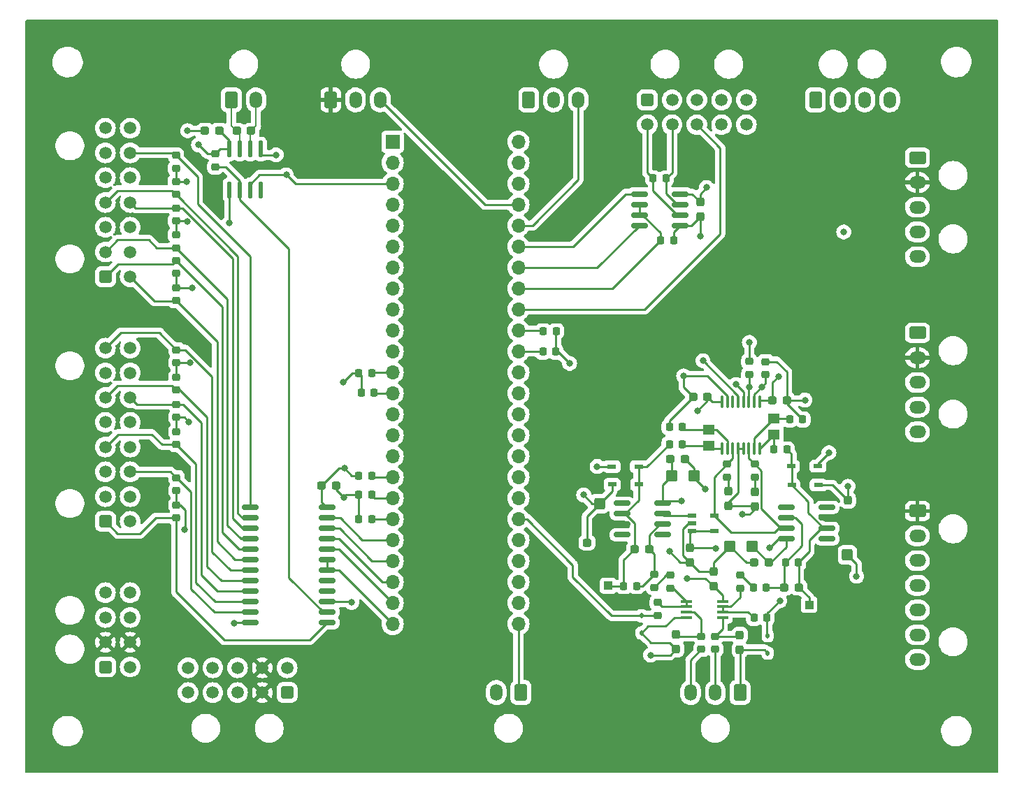
<source format=gbr>
%TF.GenerationSoftware,KiCad,Pcbnew,7.0.6*%
%TF.CreationDate,2024-01-09T11:46:40-08:00*%
%TF.ProjectId,microcontroller_board,6d696372-6f63-46f6-9e74-726f6c6c6572,rev?*%
%TF.SameCoordinates,Original*%
%TF.FileFunction,Copper,L1,Top*%
%TF.FilePolarity,Positive*%
%FSLAX46Y46*%
G04 Gerber Fmt 4.6, Leading zero omitted, Abs format (unit mm)*
G04 Created by KiCad (PCBNEW 7.0.6) date 2024-01-09 11:46:40*
%MOMM*%
%LPD*%
G01*
G04 APERTURE LIST*
G04 Aperture macros list*
%AMRoundRect*
0 Rectangle with rounded corners*
0 $1 Rounding radius*
0 $2 $3 $4 $5 $6 $7 $8 $9 X,Y pos of 4 corners*
0 Add a 4 corners polygon primitive as box body*
4,1,4,$2,$3,$4,$5,$6,$7,$8,$9,$2,$3,0*
0 Add four circle primitives for the rounded corners*
1,1,$1+$1,$2,$3*
1,1,$1+$1,$4,$5*
1,1,$1+$1,$6,$7*
1,1,$1+$1,$8,$9*
0 Add four rect primitives between the rounded corners*
20,1,$1+$1,$2,$3,$4,$5,0*
20,1,$1+$1,$4,$5,$6,$7,0*
20,1,$1+$1,$6,$7,$8,$9,0*
20,1,$1+$1,$8,$9,$2,$3,0*%
G04 Aperture macros list end*
%TA.AperFunction,SMDPad,CuDef*%
%ADD10RoundRect,0.237500X-0.287500X-0.237500X0.287500X-0.237500X0.287500X0.237500X-0.287500X0.237500X0*%
%TD*%
%TA.AperFunction,SMDPad,CuDef*%
%ADD11RoundRect,0.218750X-0.218750X-0.256250X0.218750X-0.256250X0.218750X0.256250X-0.218750X0.256250X0*%
%TD*%
%TA.AperFunction,ComponentPad*%
%ADD12RoundRect,0.250001X-0.759999X0.499999X-0.759999X-0.499999X0.759999X-0.499999X0.759999X0.499999X0*%
%TD*%
%TA.AperFunction,ComponentPad*%
%ADD13O,2.020000X1.500000*%
%TD*%
%TA.AperFunction,SMDPad,CuDef*%
%ADD14RoundRect,0.218750X-0.256250X0.218750X-0.256250X-0.218750X0.256250X-0.218750X0.256250X0.218750X0*%
%TD*%
%TA.AperFunction,ComponentPad*%
%ADD15RoundRect,0.250001X-0.499999X-0.759999X0.499999X-0.759999X0.499999X0.759999X-0.499999X0.759999X0*%
%TD*%
%TA.AperFunction,ComponentPad*%
%ADD16O,1.500000X2.020000*%
%TD*%
%TA.AperFunction,SMDPad,CuDef*%
%ADD17RoundRect,0.218750X0.218750X0.256250X-0.218750X0.256250X-0.218750X-0.256250X0.218750X-0.256250X0*%
%TD*%
%TA.AperFunction,ComponentPad*%
%ADD18RoundRect,0.250001X0.499999X-0.499999X0.499999X0.499999X-0.499999X0.499999X-0.499999X-0.499999X0*%
%TD*%
%TA.AperFunction,ComponentPad*%
%ADD19C,1.500000*%
%TD*%
%TA.AperFunction,SMDPad,CuDef*%
%ADD20RoundRect,0.250000X-0.425000X0.450000X-0.425000X-0.450000X0.425000X-0.450000X0.425000X0.450000X0*%
%TD*%
%TA.AperFunction,SMDPad,CuDef*%
%ADD21RoundRect,0.218750X0.256250X-0.218750X0.256250X0.218750X-0.256250X0.218750X-0.256250X-0.218750X0*%
%TD*%
%TA.AperFunction,SMDPad,CuDef*%
%ADD22RoundRect,0.150000X-0.825000X-0.150000X0.825000X-0.150000X0.825000X0.150000X-0.825000X0.150000X0*%
%TD*%
%TA.AperFunction,SMDPad,CuDef*%
%ADD23R,1.000000X1.000000*%
%TD*%
%TA.AperFunction,SMDPad,CuDef*%
%ADD24RoundRect,0.237500X0.237500X-0.287500X0.237500X0.287500X-0.237500X0.287500X-0.237500X-0.287500X0*%
%TD*%
%TA.AperFunction,SMDPad,CuDef*%
%ADD25RoundRect,0.150000X0.825000X0.150000X-0.825000X0.150000X-0.825000X-0.150000X0.825000X-0.150000X0*%
%TD*%
%TA.AperFunction,SMDPad,CuDef*%
%ADD26R,1.400000X1.295000*%
%TD*%
%TA.AperFunction,SMDPad,CuDef*%
%ADD27RoundRect,0.250000X-0.450000X-0.425000X0.450000X-0.425000X0.450000X0.425000X-0.450000X0.425000X0*%
%TD*%
%TA.AperFunction,SMDPad,CuDef*%
%ADD28RoundRect,0.237500X-0.237500X0.287500X-0.237500X-0.287500X0.237500X-0.287500X0.237500X0.287500X0*%
%TD*%
%TA.AperFunction,ComponentPad*%
%ADD29RoundRect,0.250001X0.499999X0.759999X-0.499999X0.759999X-0.499999X-0.759999X0.499999X-0.759999X0*%
%TD*%
%TA.AperFunction,SMDPad,CuDef*%
%ADD30RoundRect,0.112500X-0.112500X0.187500X-0.112500X-0.187500X0.112500X-0.187500X0.112500X0.187500X0*%
%TD*%
%TA.AperFunction,SMDPad,CuDef*%
%ADD31R,1.060000X0.540000*%
%TD*%
%TA.AperFunction,SMDPad,CuDef*%
%ADD32RoundRect,0.132500X-0.132500X0.857500X-0.132500X-0.857500X0.132500X-0.857500X0.132500X0.857500X0*%
%TD*%
%TA.AperFunction,SMDPad,CuDef*%
%ADD33R,1.450000X0.450000*%
%TD*%
%TA.AperFunction,SMDPad,CuDef*%
%ADD34RoundRect,0.237500X0.287500X0.237500X-0.287500X0.237500X-0.287500X-0.237500X0.287500X-0.237500X0*%
%TD*%
%TA.AperFunction,SMDPad,CuDef*%
%ADD35RoundRect,0.100000X0.100000X-0.637500X0.100000X0.637500X-0.100000X0.637500X-0.100000X-0.637500X0*%
%TD*%
%TA.AperFunction,ComponentPad*%
%ADD36RoundRect,0.250001X0.499999X0.499999X-0.499999X0.499999X-0.499999X-0.499999X0.499999X-0.499999X0*%
%TD*%
%TA.AperFunction,ComponentPad*%
%ADD37R,1.700000X1.700000*%
%TD*%
%TA.AperFunction,ComponentPad*%
%ADD38O,1.700000X1.700000*%
%TD*%
%TA.AperFunction,SMDPad,CuDef*%
%ADD39RoundRect,0.150000X-0.875000X-0.150000X0.875000X-0.150000X0.875000X0.150000X-0.875000X0.150000X0*%
%TD*%
%TA.AperFunction,ComponentPad*%
%ADD40RoundRect,0.250001X-0.499999X-0.499999X0.499999X-0.499999X0.499999X0.499999X-0.499999X0.499999X0*%
%TD*%
%TA.AperFunction,SMDPad,CuDef*%
%ADD41RoundRect,0.250000X0.450000X0.425000X-0.450000X0.425000X-0.450000X-0.425000X0.450000X-0.425000X0*%
%TD*%
%TA.AperFunction,SMDPad,CuDef*%
%ADD42R,1.100000X0.600000*%
%TD*%
%TA.AperFunction,SMDPad,CuDef*%
%ADD43RoundRect,0.250000X0.425000X-0.450000X0.425000X0.450000X-0.425000X0.450000X-0.425000X-0.450000X0*%
%TD*%
%TA.AperFunction,ViaPad*%
%ADD44C,0.800000*%
%TD*%
%TA.AperFunction,Conductor*%
%ADD45C,0.250000*%
%TD*%
%TA.AperFunction,Conductor*%
%ADD46C,0.200000*%
%TD*%
G04 APERTURE END LIST*
D10*
%TO.P,C5,1*%
%TO.N,Net-(U5--)*%
X179600700Y-117456200D03*
%TO.P,C5,2*%
%TO.N,Net-(D3-A)*%
X181350700Y-117456200D03*
%TD*%
D11*
%TO.P,R16,1*%
%TO.N,/SDA1*%
X150370000Y-86410000D03*
%TO.P,R16,2*%
%TO.N,+3.3V*%
X151945000Y-86410000D03*
%TD*%
D12*
%TO.P,J7,1,Pin_1*%
%TO.N,/ANALOG_SF2*%
X195705000Y-86609400D03*
D13*
%TO.P,J7,2,Pin_2*%
%TO.N,+12V*%
X195705000Y-89609400D03*
%TO.P,J7,3,Pin_3*%
%TO.N,GNDREF*%
X195705000Y-92609400D03*
%TO.P,J7,4,Pin_4*%
%TO.N,/SDA1*%
X195705000Y-95609400D03*
%TO.P,J7,5,Pin_5*%
%TO.N,/SCL1*%
X195705000Y-98609400D03*
%TD*%
D14*
%TO.P,R29,1*%
%TO.N,+3.3V*%
X175337800Y-90074800D03*
%TO.P,R29,2*%
%TO.N,/Det_ADC_CS*%
X175337800Y-91649800D03*
%TD*%
D15*
%TO.P,J5,1,Pin_1*%
%TO.N,+5V*%
X183350000Y-58375000D03*
D16*
%TO.P,J5,2,Pin_2*%
%TO.N,/SDA1*%
X186350000Y-58375000D03*
%TO.P,J5,3,Pin_3*%
%TO.N,/SCL1*%
X189350000Y-58375000D03*
%TO.P,J5,4,Pin_4*%
%TO.N,GNDREF*%
X192350000Y-58375000D03*
%TD*%
D10*
%TO.P,C13,1*%
%TO.N,-12V*%
X165812800Y-101911400D03*
%TO.P,C13,2*%
%TO.N,GNDREF*%
X167562800Y-101911400D03*
%TD*%
D17*
%TO.P,R27,1*%
%TO.N,Net-(D3-A)*%
X179909800Y-100743000D03*
%TO.P,R27,2*%
%TO.N,Net-(U6-AINP_B)*%
X178334800Y-100743000D03*
%TD*%
D14*
%TO.P,JP3,1,A*%
%TO.N,/DMS SIGNAL/Detect_Pos*%
X164249400Y-119284900D03*
%TO.P,JP3,2,B*%
%TO.N,/Det_Pos_ARead*%
X164249400Y-120859900D03*
%TD*%
D18*
%TO.P,J2,1,Pin_1*%
%TO.N,/DMS_RTD_CS*%
X97350000Y-109444600D03*
D19*
%TO.P,J2,2,Pin_2*%
%TO.N,/GC_PWM_IN*%
X97350000Y-106444600D03*
%TO.P,J2,3,Pin_3*%
%TO.N,/GC_RTD_DRDY*%
X97350000Y-103444600D03*
%TO.P,J2,4,Pin_4*%
%TO.N,/uPC_RTD_CS*%
X97350000Y-100444600D03*
%TO.P,J2,5,Pin_5*%
%TO.N,/HL7_PWM_IN*%
X97350000Y-97444600D03*
%TO.P,J2,6,Pin_6*%
%TO.N,/HL6_CS*%
X97350000Y-94444600D03*
%TO.P,J2,7,Pin_7*%
%TO.N,/HL5_PWM_IN*%
X97350000Y-91444600D03*
%TO.P,J2,8,Pin_8*%
%TO.N,/HL5_CS*%
X97350000Y-88444600D03*
%TO.P,J2,9,Pin_9*%
%TO.N,/DMS_RTD_DRDY*%
X100350000Y-109444600D03*
%TO.P,J2,10,Pin_10*%
%TO.N,/DMS_PWM_IN*%
X100350000Y-106444600D03*
%TO.P,J2,11,Pin_11*%
%TO.N,/GC_RTD_CS*%
X100350000Y-103444600D03*
%TO.P,J2,12,Pin_12*%
%TO.N,/uPC_RTD_DRDY*%
X100350000Y-100444600D03*
%TO.P,J2,13,Pin_13*%
%TO.N,/uPC_PWM_IN*%
X100350000Y-97444600D03*
%TO.P,J2,14,Pin_14*%
%TO.N,/HL7_CS*%
X100350000Y-94444600D03*
%TO.P,J2,15,Pin_15*%
%TO.N,/HL6_PWM_IN*%
X100350000Y-91444600D03*
%TO.P,J2,16,Pin_16*%
%TO.N,unconnected-(J2-Pin_16-Pad16)*%
X100350000Y-88444600D03*
%TD*%
D20*
%TO.P,C18,1*%
%TO.N,+12V*%
X187233000Y-110814600D03*
%TO.P,C18,2*%
%TO.N,GNDREF*%
X187233000Y-113514600D03*
%TD*%
D10*
%TO.P,C10,1*%
%TO.N,+3.3V*%
X178171200Y-94799400D03*
%TO.P,C10,2*%
%TO.N,GNDREF*%
X179921200Y-94799400D03*
%TD*%
D21*
%TO.P,R6,1*%
%TO.N,/HLX_CS*%
X105897200Y-82702900D03*
%TO.P,R6,2*%
%TO.N,+3.3V*%
X105897200Y-81127900D03*
%TD*%
D14*
%TO.P,R18,1*%
%TO.N,Net-(U4--)*%
X163830000Y-115862500D03*
%TO.P,R18,2*%
%TO.N,/DMS SIGNAL/Det_Signal_ADC/Det_Pos_Signal*%
X163830000Y-117437500D03*
%TD*%
D21*
%TO.P,R31,1*%
%TO.N,/AMBIENT_CS*%
X110650000Y-66487500D03*
%TO.P,R31,2*%
%TO.N,+3.3V*%
X110650000Y-64912500D03*
%TD*%
D22*
%TO.P,U5,1,NULL*%
%TO.N,unconnected-(U5-NULL-Pad1)*%
X179805000Y-107745000D03*
%TO.P,U5,2,-*%
%TO.N,Net-(U5--)*%
X179805000Y-109015000D03*
%TO.P,U5,3,+*%
%TO.N,2p5VRef*%
X179805000Y-110285000D03*
%TO.P,U5,4,V-*%
%TO.N,-12V*%
X179805000Y-111555000D03*
%TO.P,U5,5,NC*%
%TO.N,unconnected-(U5-NC-Pad5)*%
X184755000Y-111555000D03*
%TO.P,U5,6*%
%TO.N,Net-(D3-A)*%
X184755000Y-110285000D03*
%TO.P,U5,7,V+*%
%TO.N,+12V*%
X184755000Y-109015000D03*
%TO.P,U5,8,NULL*%
%TO.N,unconnected-(U5-NULL-Pad8)*%
X184755000Y-107745000D03*
%TD*%
D14*
%TO.P,R3,1*%
%TO.N,/HL3_CS*%
X105897200Y-71475900D03*
%TO.P,R3,2*%
%TO.N,+3.3V*%
X105897200Y-73050900D03*
%TD*%
D23*
%TO.P,TP1,1,Pin_1*%
%TO.N,Net-(D5-A)*%
X158255000Y-117250000D03*
%TD*%
D24*
%TO.P,C20,1*%
%TO.N,GNDREF*%
X168135600Y-114419600D03*
%TO.P,C20,2*%
%TO.N,+3.3V*%
X168135600Y-112669600D03*
%TD*%
D21*
%TO.P,R10,1*%
%TO.N,/uPC_RTD_CS*%
X105950000Y-100141500D03*
%TO.P,R10,2*%
%TO.N,+3.3V*%
X105950000Y-98566500D03*
%TD*%
D11*
%TO.P,JP4,1,A*%
%TO.N,/DMS SIGNAL/Detect_Neg*%
X175892500Y-121150000D03*
%TO.P,JP4,2,B*%
%TO.N,/Det_Neg_ARead*%
X177467500Y-121150000D03*
%TD*%
D10*
%TO.P,C4,1*%
%TO.N,Net-(D5-A)*%
X161455000Y-112800000D03*
%TO.P,C4,2*%
%TO.N,Net-(U4--)*%
X163205000Y-112800000D03*
%TD*%
D17*
%TO.P,R30,1*%
%TO.N,/MOSI_1*%
X129587500Y-106250000D03*
%TO.P,R30,2*%
%TO.N,GNDREF*%
X128012500Y-106250000D03*
%TD*%
D25*
%TO.P,U4,1,NULL*%
%TO.N,unconnected-(U4-NULL-Pad1)*%
X164855000Y-111080000D03*
%TO.P,U4,2,-*%
%TO.N,Net-(U4--)*%
X164855000Y-109810000D03*
%TO.P,U4,3,+*%
%TO.N,1p25VRef*%
X164855000Y-108540000D03*
%TO.P,U4,4,V-*%
%TO.N,-12V*%
X164855000Y-107270000D03*
%TO.P,U4,5,NC*%
%TO.N,unconnected-(U4-NC-Pad5)*%
X159905000Y-107270000D03*
%TO.P,U4,6*%
%TO.N,Net-(D5-A)*%
X159905000Y-108540000D03*
%TO.P,U4,7,V+*%
%TO.N,+12V*%
X159905000Y-109810000D03*
%TO.P,U4,8,NULL*%
%TO.N,unconnected-(U4-NULL-Pad8)*%
X159905000Y-111080000D03*
%TD*%
D26*
%TO.P,C9,1*%
%TO.N,Net-(U6-AINP_B)*%
X178284200Y-98916500D03*
%TO.P,C9,2*%
%TO.N,Net-(U6-AINM_B)*%
X178284200Y-96981500D03*
%TD*%
D24*
%TO.P,C16,1*%
%TO.N,+12V*%
X187283800Y-108645400D03*
%TO.P,C16,2*%
%TO.N,GNDREF*%
X187283800Y-106895400D03*
%TD*%
%TO.P,C3,1*%
%TO.N,+5V*%
X171005800Y-117315200D03*
%TO.P,C3,2*%
%TO.N,GNDREF*%
X171005800Y-115565200D03*
%TD*%
D21*
%TO.P,R2,1*%
%TO.N,/HL2_CS*%
X105897200Y-69825000D03*
%TO.P,R2,2*%
%TO.N,+3.3V*%
X105897200Y-68250000D03*
%TD*%
D11*
%TO.P,R35,1*%
%TO.N,/MFC_RTS*%
X164587500Y-75355000D03*
%TO.P,R35,2*%
%TO.N,GNDREF*%
X166162500Y-75355000D03*
%TD*%
D27*
%TO.P,C19,1*%
%TO.N,GNDREF*%
X173008600Y-112452400D03*
%TO.P,C19,2*%
%TO.N,-12V*%
X175708600Y-112452400D03*
%TD*%
D21*
%TO.P,JP1,1,A*%
%TO.N,/DMS SIGNAL/Detect_Pos*%
X165755000Y-117562500D03*
%TO.P,JP1,2,B*%
%TO.N,/DMS SIGNAL/Det_Signal_ADC/Det_Pos_Signal*%
X165755000Y-115987500D03*
%TD*%
D15*
%TO.P,J16,1,Pin_1*%
%TO.N,+3.3V*%
X148625000Y-58375000D03*
D16*
%TO.P,J16,2,Pin_2*%
%TO.N,GNDREF*%
X151625000Y-58375000D03*
%TO.P,J16,3,Pin_3*%
%TO.N,/P1_PWM_IN*%
X154625000Y-58375000D03*
%TD*%
D28*
%TO.P,C7,1*%
%TO.N,Net-(C7-Pad1)*%
X175984200Y-105862400D03*
%TO.P,C7,2*%
%TO.N,GNDREF*%
X175984200Y-107612400D03*
%TD*%
D29*
%TO.P,J14,1,Pin_1*%
%TO.N,GNDREF*%
X174219400Y-130189200D03*
D16*
%TO.P,J14,2,Pin_2*%
%TO.N,/DMS SIGNAL/Detect_Neg_Unfiltered*%
X171219400Y-130189200D03*
%TO.P,J14,3,Pin_3*%
%TO.N,/DMS SIGNAL/Detect_Pos_Unfiltered*%
X168219400Y-130189200D03*
%TD*%
D23*
%TO.P,TP2,1,Pin_1*%
%TO.N,Net-(D3-A)*%
X182580000Y-119550000D03*
%TD*%
D30*
%TO.P,D1,1,K*%
%TO.N,/Det_Pos_ARead*%
X162268200Y-120876600D03*
%TO.P,D1,2,A*%
%TO.N,GNDREF*%
X162268200Y-122976600D03*
%TD*%
D14*
%TO.P,R9,1*%
%TO.N,/HL7_CS*%
X105950000Y-95264500D03*
%TO.P,R9,2*%
%TO.N,+3.3V*%
X105950000Y-96839500D03*
%TD*%
D11*
%TO.P,R26,1*%
%TO.N,Net-(D5-A)*%
X165646300Y-100082600D03*
%TO.P,R26,2*%
%TO.N,Net-(U6-AINP_A)*%
X167221300Y-100082600D03*
%TD*%
D22*
%TO.P,U9,1,RO*%
%TO.N,/MFC_RX*%
X162025000Y-69775000D03*
%TO.P,U9,2,~{RE}*%
%TO.N,/MFC_RTS*%
X162025000Y-71045000D03*
%TO.P,U9,3,DE*%
X162025000Y-72315000D03*
%TO.P,U9,4,DI*%
%TO.N,/MFC_TX*%
X162025000Y-73585000D03*
%TO.P,U9,5,GND*%
%TO.N,GNDREF*%
X166975000Y-73585000D03*
%TO.P,U9,6,A*%
%TO.N,/MFC/MFC_A*%
X166975000Y-72315000D03*
%TO.P,U9,7,B*%
%TO.N,/MFC/MFC_B*%
X166975000Y-71045000D03*
%TO.P,U9,8,VCC*%
%TO.N,+3.3V*%
X166975000Y-69775000D03*
%TD*%
D17*
%TO.P,R12,1*%
%TO.N,/GC_RTD_DRDY*%
X129912500Y-93850000D03*
%TO.P,R12,2*%
%TO.N,+3.3V*%
X128337500Y-93850000D03*
%TD*%
D12*
%TO.P,J6,1,Pin_1*%
%TO.N,/ANALOG_SF1*%
X195705000Y-65375000D03*
D13*
%TO.P,J6,2,Pin_2*%
%TO.N,+12V*%
X195705000Y-68375000D03*
%TO.P,J6,3,Pin_3*%
%TO.N,GNDREF*%
X195705000Y-71375000D03*
%TO.P,J6,4,Pin_4*%
%TO.N,/SDA1*%
X195705000Y-74375000D03*
%TO.P,J6,5,Pin_5*%
%TO.N,/SCL1*%
X195705000Y-77375000D03*
%TD*%
D24*
%TO.P,CFilt2,1*%
%TO.N,GNDREF*%
X174180800Y-124986000D03*
%TO.P,CFilt2,2*%
%TO.N,Net-(U3B-+)*%
X174180800Y-123236000D03*
%TD*%
D21*
%TO.P,JP2,1,A*%
%TO.N,/DMS SIGNAL/Detect_Neg*%
X174230000Y-117562500D03*
%TO.P,JP2,2,B*%
%TO.N,/DMS SIGNAL/Det_Signal_ADC/Det_Neg_Signal*%
X174230000Y-115987500D03*
%TD*%
%TO.P,R14,1*%
%TO.N,/DMS_RTD_CS*%
X105950000Y-109031500D03*
%TO.P,R14,2*%
%TO.N,+3.3V*%
X105950000Y-107456500D03*
%TD*%
D14*
%TO.P,R23,1*%
%TO.N,2p5VRef*%
X175984200Y-102495500D03*
%TO.P,R23,2*%
%TO.N,Net-(C7-Pad1)*%
X175984200Y-104070500D03*
%TD*%
%TO.P,R1,1*%
%TO.N,/HL1_CS*%
X105897200Y-65100400D03*
%TO.P,R1,2*%
%TO.N,+3.3V*%
X105897200Y-66675400D03*
%TD*%
D26*
%TO.P,C8,1*%
%TO.N,Net-(U6-AINP_A)*%
X170410800Y-100288100D03*
%TO.P,C8,2*%
%TO.N,Net-(U6-AINM_A)*%
X170410800Y-98353100D03*
%TD*%
D28*
%TO.P,CFilt1,1*%
%TO.N,Net-(U3A-+)*%
X166484600Y-123159800D03*
%TO.P,CFilt1,2*%
%TO.N,GNDREF*%
X166484600Y-124909800D03*
%TD*%
D11*
%TO.P,R34,1*%
%TO.N,/MFC/MFC_A*%
X163692100Y-67892400D03*
%TO.P,R34,2*%
%TO.N,/MFC/MFC_B*%
X165267100Y-67892400D03*
%TD*%
D31*
%TO.P,D5,1,K*%
%TO.N,+5V*%
X158702400Y-102800400D03*
%TO.P,D5,2,A*%
%TO.N,Net-(D5-A)*%
X161922400Y-102800400D03*
%TD*%
D21*
%TO.P,R4,1*%
%TO.N,/HL4_CS*%
X105897200Y-76322900D03*
%TO.P,R4,2*%
%TO.N,+3.3V*%
X105897200Y-74747900D03*
%TD*%
D32*
%TO.P,U2,1,GND*%
%TO.N,GNDREF*%
X116155000Y-64335000D03*
%TO.P,U2,2,T-*%
%TO.N,/AMBIENT TEMP/TCA-*%
X114885000Y-64335000D03*
%TO.P,U2,3,T+*%
%TO.N,/AMBIENT TEMP/TCA+*%
X113615000Y-64335000D03*
%TO.P,U2,4,VCC*%
%TO.N,+3.3V*%
X112345000Y-64335000D03*
%TO.P,U2,5,SCK*%
%TO.N,/SCK_1*%
X112345000Y-69265000D03*
%TO.P,U2,6,N_CS*%
%TO.N,/AMBIENT_CS*%
X113615000Y-69265000D03*
%TO.P,U2,7,MISO*%
%TO.N,/MISO_1*%
X114885000Y-69265000D03*
%TO.P,U2,8,DNC*%
%TO.N,unconnected-(U2-DNC-Pad8)*%
X116155000Y-69265000D03*
%TD*%
D14*
%TO.P,R7,1*%
%TO.N,/HL5_CS*%
X105950000Y-88660500D03*
%TO.P,R7,2*%
%TO.N,+3.3V*%
X105950000Y-90235500D03*
%TD*%
D11*
%TO.P,R19,1*%
%TO.N,Net-(D5-A)*%
X160134500Y-117303800D03*
%TO.P,R19,2*%
%TO.N,Net-(U4--)*%
X161709500Y-117303800D03*
%TD*%
D21*
%TO.P,RFilt1,1*%
%TO.N,/DMS SIGNAL/Detect_Pos_Unfiltered*%
X169532600Y-124949300D03*
%TO.P,RFilt1,2*%
%TO.N,Net-(U3A-+)*%
X169532600Y-123374300D03*
%TD*%
D12*
%TO.P,J8,1,Pin_1*%
%TO.N,+12V*%
X195705000Y-108202200D03*
D13*
%TO.P,J8,2,Pin_2*%
%TO.N,+3.3V*%
X195705000Y-111202200D03*
%TO.P,J8,3,Pin_3*%
%TO.N,GNDREF*%
X195705000Y-114202200D03*
%TO.P,J8,4,Pin_4*%
%TO.N,/VALVE1*%
X195705000Y-117202200D03*
%TO.P,J8,5,Pin_5*%
%TO.N,/VALVE2*%
X195705000Y-120202200D03*
%TO.P,J8,6,Pin_6*%
%TO.N,/VALVE3*%
X195705000Y-123202200D03*
%TO.P,J8,7,Pin_7*%
%TO.N,/VALVE4*%
X195705000Y-126202200D03*
%TD*%
D21*
%TO.P,RFilt2,1*%
%TO.N,/DMS SIGNAL/Detect_Neg_Unfiltered*%
X171209000Y-124949300D03*
%TO.P,RFilt2,2*%
%TO.N,Net-(U3B-+)*%
X171209000Y-123374300D03*
%TD*%
D33*
%TO.P,U3,1*%
%TO.N,/DMS SIGNAL/Detect_Pos*%
X167698000Y-119148200D03*
%TO.P,U3,2,-*%
X167698000Y-119798200D03*
%TO.P,U3,3,+*%
%TO.N,Net-(U3A-+)*%
X167698000Y-120448200D03*
%TO.P,U3,4,V-*%
%TO.N,GNDREF*%
X167698000Y-121098200D03*
%TO.P,U3,5,+*%
%TO.N,Net-(U3B-+)*%
X172098000Y-121098200D03*
%TO.P,U3,6,-*%
%TO.N,/DMS SIGNAL/Detect_Neg*%
X172098000Y-120448200D03*
%TO.P,U3,7*%
X172098000Y-119798200D03*
%TO.P,U3,8,V+*%
%TO.N,+5V*%
X172098000Y-119148200D03*
%TD*%
D14*
%TO.P,R22,1*%
%TO.N,2p5VRef*%
X172656800Y-102520900D03*
%TO.P,R22,2*%
%TO.N,Net-(C6-Pad1)*%
X172656800Y-104095900D03*
%TD*%
D34*
%TO.P,C1,1*%
%TO.N,/AMBIENT TEMP/TCA-*%
X115005200Y-62133000D03*
%TO.P,C1,2*%
%TO.N,/AMBIENT TEMP/TCA+*%
X113255200Y-62133000D03*
%TD*%
%TO.P,C21,1*%
%TO.N,GNDREF*%
X125275000Y-105125000D03*
%TO.P,C21,2*%
%TO.N,+3.3V*%
X123525000Y-105125000D03*
%TD*%
%TO.P,C2,1*%
%TO.N,+3.3V*%
X111171000Y-62107600D03*
%TO.P,C2,2*%
%TO.N,GNDREF*%
X109421000Y-62107600D03*
%TD*%
D17*
%TO.P,R24,1*%
%TO.N,Net-(U6-AINM_A)*%
X167221300Y-97999800D03*
%TO.P,R24,2*%
%TO.N,GNDREF*%
X165646300Y-97999800D03*
%TD*%
D35*
%TO.P,U6,1,AINP_A*%
%TO.N,Net-(U6-AINP_A)*%
X172046800Y-100659100D03*
%TO.P,U6,2,AINM_A*%
%TO.N,Net-(U6-AINM_A)*%
X172696800Y-100659100D03*
%TO.P,U6,3,REFIO_A*%
%TO.N,2p5VRef*%
X173346800Y-100659100D03*
%TO.P,U6,4,REFGND_A*%
%TO.N,GNDREF*%
X173996800Y-100659100D03*
%TO.P,U6,5,REFGND_B*%
X174646800Y-100659100D03*
%TO.P,U6,6,REFIO_B*%
%TO.N,2p5VRef*%
X175296800Y-100659100D03*
%TO.P,U6,7,AINM_B*%
%TO.N,Net-(U6-AINM_B)*%
X175946800Y-100659100D03*
%TO.P,U6,8,AINP_B*%
%TO.N,Net-(U6-AINP_B)*%
X176596800Y-100659100D03*
%TO.P,U6,9,DVDD*%
%TO.N,+3.3V*%
X176596800Y-94934100D03*
%TO.P,U6,10,SDI*%
%TO.N,/MOSI_1*%
X175946800Y-94934100D03*
%TO.P,U6,11,N_CS*%
%TO.N,/Det_ADC_CS*%
X175296800Y-94934100D03*
%TO.P,U6,12,SCLK*%
%TO.N,/SCK_1*%
X174646800Y-94934100D03*
%TO.P,U6,13,SDO_A*%
%TO.N,/MISO_1*%
X173996800Y-94934100D03*
%TO.P,U6,14,SDO_B*%
%TO.N,unconnected-(U6-SDO_B-Pad14)*%
X173346800Y-94934100D03*
%TO.P,U6,15,GND*%
%TO.N,GNDREF*%
X172696800Y-94934100D03*
%TO.P,U6,16,AVDD*%
%TO.N,+5V*%
X172046800Y-94934100D03*
%TD*%
D15*
%TO.P,J13,1,Pin_1*%
%TO.N,/AMBIENT TEMP/TCA+*%
X112600000Y-58375000D03*
D16*
%TO.P,J13,2,Pin_2*%
%TO.N,/AMBIENT TEMP/TCA-*%
X115600000Y-58375000D03*
%TD*%
D18*
%TO.P,J10,1,Pin_1*%
%TO.N,+24V*%
X97350000Y-127089200D03*
D19*
%TO.P,J10,2,Pin_2*%
%TO.N,+12V*%
X97350000Y-124089200D03*
%TO.P,J10,3,Pin_3*%
%TO.N,+3.3V*%
X97350000Y-121089200D03*
%TO.P,J10,4,Pin_4*%
%TO.N,GNDREF*%
X97350000Y-118089200D03*
%TO.P,J10,5,Pin_5*%
%TO.N,+24V*%
X100350000Y-127089200D03*
%TO.P,J10,6,Pin_6*%
%TO.N,+12V*%
X100350000Y-124089200D03*
%TO.P,J10,7,Pin_7*%
%TO.N,+3.3V*%
X100350000Y-121089200D03*
%TO.P,J10,8,Pin_8*%
%TO.N,GNDREF*%
X100350000Y-118089200D03*
%TD*%
D36*
%TO.P,J15,1,Pin_1*%
%TO.N,+24V*%
X119355600Y-130189200D03*
D19*
%TO.P,J15,2,Pin_2*%
%TO.N,+12V*%
X116355600Y-130189200D03*
%TO.P,J15,3,Pin_3*%
%TO.N,-12V*%
X113355600Y-130189200D03*
%TO.P,J15,4,Pin_4*%
%TO.N,+5V*%
X110355600Y-130189200D03*
%TO.P,J15,5,Pin_5*%
%TO.N,GNDREF*%
X107355600Y-130189200D03*
%TO.P,J15,6,Pin_6*%
%TO.N,+24V*%
X119355600Y-127189200D03*
%TO.P,J15,7,Pin_7*%
%TO.N,+12V*%
X116355600Y-127189200D03*
%TO.P,J15,8,Pin_8*%
%TO.N,+3.3V*%
X113355600Y-127189200D03*
%TO.P,J15,9,Pin_9*%
%TO.N,unconnected-(J15-Pin_9-Pad9)*%
X110355600Y-127189200D03*
%TO.P,J15,10,Pin_10*%
%TO.N,GNDREF*%
X107355600Y-127189200D03*
%TD*%
D17*
%TO.P,R15,1*%
%TO.N,/DMS_RTD_DRDY*%
X129587500Y-103886800D03*
%TO.P,R15,2*%
%TO.N,+3.3V*%
X128012500Y-103886800D03*
%TD*%
D24*
%TO.P,C23,1*%
%TO.N,GNDREF*%
X169375000Y-72505000D03*
%TO.P,C23,2*%
%TO.N,+3.3V*%
X169375000Y-70755000D03*
%TD*%
D17*
%TO.P,R33,1*%
%TO.N,/SCK_1*%
X129587500Y-109150000D03*
%TO.P,R33,2*%
%TO.N,GNDREF*%
X128012500Y-109150000D03*
%TD*%
D37*
%TO.P,U1,1,GND*%
%TO.N,GNDREF*%
X132130000Y-63450000D03*
D38*
%TO.P,U1,2,0_RX1_CRX2_CS1*%
%TO.N,/HL1_PWM_IN*%
X132130000Y-65990000D03*
%TO.P,U1,3,1_TX1_CTX2_MISO1*%
%TO.N,/MISO_1*%
X132130000Y-68530000D03*
%TO.P,U1,4,2_OUT2*%
%TO.N,/HL2_PWM_IN*%
X132130000Y-71070000D03*
%TO.P,U1,5,3_LRCLK2*%
%TO.N,/HL3_PWM_IN*%
X132130000Y-73610000D03*
%TO.P,U1,6,4_BCLK2*%
%TO.N,/HL4_PWM_IN*%
X132130000Y-76150000D03*
%TO.P,U1,7,5_IN2*%
%TO.N,/HLX_PWM_IN*%
X132130000Y-78690000D03*
%TO.P,U1,8,6_OUT1D*%
%TO.N,/HL5_PWM_IN*%
X132130000Y-81230000D03*
%TO.P,U1,9,7_RX2_OUT1A*%
%TO.N,/HL6_PWM_IN*%
X132130000Y-83770000D03*
%TO.P,U1,10,8_TX2_IN1*%
%TO.N,/HL7_PWM_IN*%
X132130000Y-86310000D03*
%TO.P,U1,11,9_OUT1C*%
%TO.N,/uPC_PWM_IN*%
X132130000Y-88850000D03*
%TO.P,U1,12,10_CS_MQSR*%
%TO.N,/uPC_RTD_DRDY*%
X132130000Y-91390000D03*
%TO.P,U1,13,11_MOSI_CTX1*%
%TO.N,/GC_RTD_DRDY*%
X132130000Y-93930000D03*
%TO.P,U1,14,12_MISO_MQSL*%
%TO.N,/DMS_PWM_IN*%
X132130000Y-96470000D03*
%TO.P,U1,15,3V3*%
%TO.N,unconnected-(U1-3V3-Pad15)*%
X132130000Y-99010000D03*
%TO.P,U1,16,24_A10_TX6_SCL2*%
%TO.N,/GC_PWM_IN*%
X132130000Y-101550000D03*
%TO.P,U1,17,25_A11_RX6_SDA2*%
%TO.N,/DMS_RTD_DRDY*%
X132130000Y-104090000D03*
%TO.P,U1,18,26_A12_MOSI1*%
%TO.N,/MOSI_1*%
X132130000Y-106630000D03*
%TO.P,U1,19,27_A13_SCK1*%
%TO.N,/SCK_1*%
X132130000Y-109170000D03*
%TO.P,U1,20,28_RX7*%
%TO.N,/CS_0*%
X132130000Y-111710000D03*
%TO.P,U1,21,29_TX7*%
%TO.N,/CS_1*%
X132130000Y-114250000D03*
%TO.P,U1,22,30_CRX3*%
%TO.N,/CS_2*%
X132130000Y-116790000D03*
%TO.P,U1,23,31_CTX3*%
%TO.N,/CS_3*%
X132130000Y-119330000D03*
%TO.P,U1,24,32_OUT1B*%
%TO.N,/CS_EN*%
X132130000Y-121870000D03*
%TO.P,U1,25,33_MCLK2*%
%TO.N,/UV_EN*%
X147370000Y-121870000D03*
%TO.P,U1,26,34_RX8*%
%TO.N,/VALVE4*%
X147370000Y-119330000D03*
%TO.P,U1,27,35_TX8*%
%TO.N,/VALVE3*%
X147370000Y-116790000D03*
%TO.P,U1,28,36_CS*%
%TO.N,/VALVE2*%
X147370000Y-114250000D03*
%TO.P,U1,29,37_CS*%
%TO.N,/VALVE1*%
X147370000Y-111710000D03*
%TO.P,U1,30,38_CS1_IN1*%
%TO.N,/Det_Pos_ARead*%
X147370000Y-109170000D03*
%TO.P,U1,31,39_MISO1_OUT1A*%
%TO.N,/Det_Neg_ARead*%
X147370000Y-106630000D03*
%TO.P,U1,32,40_A16*%
%TO.N,/ANALOG_SF2*%
X147370000Y-104090000D03*
%TO.P,U1,33,41_A17*%
%TO.N,/ANALOG_SF1*%
X147370000Y-101550000D03*
%TO.P,U1,34,GND*%
%TO.N,GNDREF*%
X147370000Y-99010000D03*
%TO.P,U1,35,13_SCK_LED*%
%TO.N,unconnected-(U1-13_SCK_LED-Pad35)*%
X147370000Y-96470000D03*
%TO.P,U1,36,14_A0_TX3_SPDIF_OUT*%
%TO.N,unconnected-(U1-14_A0_TX3_SPDIF_OUT-Pad36)*%
X147370000Y-93930000D03*
%TO.P,U1,37,15_A1_RX3_SPDIF_IN*%
%TO.N,unconnected-(U1-15_A1_RX3_SPDIF_IN-Pad37)*%
X147370000Y-91390000D03*
%TO.P,U1,38,16_A2_RX4_SCL1*%
%TO.N,/SCL1*%
X147370000Y-88850000D03*
%TO.P,U1,39,17_A3_TX4_SDA1*%
%TO.N,/SDA1*%
X147370000Y-86310000D03*
%TO.P,U1,40,18_A4_SDA*%
%TO.N,/MFC_IO_LINK*%
X147370000Y-83770000D03*
%TO.P,U1,41,19_A5_SCL*%
%TO.N,/MFC_RTS*%
X147370000Y-81230000D03*
%TO.P,U1,42,20_A6_TX5_LRCLK1*%
%TO.N,/MFC_TX*%
X147370000Y-78690000D03*
%TO.P,U1,43,21_A7_RX5_BCLK1*%
%TO.N,/MFC_RX*%
X147370000Y-76150000D03*
%TO.P,U1,44,22_A8_CTX1*%
%TO.N,/P1_PWM_IN*%
X147370000Y-73610000D03*
%TO.P,U1,45,23_A9_CRX1_MCLK1*%
%TO.N,/FAN_CONTROL*%
X147370000Y-71070000D03*
%TO.P,U1,46,3V3*%
%TO.N,unconnected-(U1-3V3-Pad46)*%
X147370000Y-68530000D03*
%TO.P,U1,47,GND*%
%TO.N,GNDREF*%
X147370000Y-65990000D03*
%TO.P,U1,48,VIN*%
%TO.N,+5V*%
X147370000Y-63450000D03*
%TD*%
D17*
%TO.P,R25,1*%
%TO.N,GNDREF*%
X181814900Y-97085400D03*
%TO.P,R25,2*%
%TO.N,Net-(U6-AINM_B)*%
X180239900Y-97085400D03*
%TD*%
D39*
%TO.P,U10,1,Y0*%
%TO.N,/HL1_CS*%
X114875000Y-107765000D03*
%TO.P,U10,2,Y1*%
%TO.N,/HL2_CS*%
X114875000Y-109035000D03*
%TO.P,U10,3,Y2*%
%TO.N,/HL3_CS*%
X114875000Y-110305000D03*
%TO.P,U10,4,Y3*%
%TO.N,/HL4_CS*%
X114875000Y-111575000D03*
%TO.P,U10,5,Y4*%
%TO.N,/SAFETY_CS*%
X114875000Y-112845000D03*
%TO.P,U10,6,Y5*%
%TO.N,/HLX_CS*%
X114875000Y-114115000D03*
%TO.P,U10,7,Y6*%
%TO.N,/HL5_CS*%
X114875000Y-115385000D03*
%TO.P,U10,8,Y7*%
%TO.N,/HL6_CS*%
X114875000Y-116655000D03*
%TO.P,U10,9,Y8*%
%TO.N,/HL7_CS*%
X114875000Y-117925000D03*
%TO.P,U10,10,Y9*%
%TO.N,/uPC_RTD_CS*%
X114875000Y-119195000D03*
%TO.P,U10,11,Y10*%
%TO.N,/GC_RTD_CS*%
X114875000Y-120465000D03*
%TO.P,U10,12,GND*%
%TO.N,GNDREF*%
X114875000Y-121735000D03*
%TO.P,U10,13,Y11*%
%TO.N,/DMS_RTD_CS*%
X124175000Y-121735000D03*
%TO.P,U10,14,Y12*%
%TO.N,/AMBIENT_CS*%
X124175000Y-120465000D03*
%TO.P,U10,15,Y13*%
%TO.N,/Det_ADC_CS*%
X124175000Y-119195000D03*
%TO.P,U10,16,Y14*%
%TO.N,unconnected-(U10-Y14-Pad16)*%
X124175000Y-117925000D03*
%TO.P,U10,17,Y15*%
%TO.N,unconnected-(U10-Y15-Pad17)*%
X124175000Y-116655000D03*
%TO.P,U10,18,E1*%
%TO.N,/CS_EN*%
X124175000Y-115385000D03*
%TO.P,U10,19,E2*%
X124175000Y-114115000D03*
%TO.P,U10,20,A3*%
%TO.N,/CS_3*%
X124175000Y-112845000D03*
%TO.P,U10,21,A2*%
%TO.N,/CS_2*%
X124175000Y-111575000D03*
%TO.P,U10,22,A1*%
%TO.N,/CS_1*%
X124175000Y-110305000D03*
%TO.P,U10,23,A0*%
%TO.N,/CS_0*%
X124175000Y-109035000D03*
%TO.P,U10,24,VCC*%
%TO.N,+3.3V*%
X124175000Y-107765000D03*
%TD*%
D15*
%TO.P,J11,1,Pin_1*%
%TO.N,+12V*%
X124650000Y-58375000D03*
D16*
%TO.P,J11,2,Pin_2*%
%TO.N,GNDREF*%
X127650000Y-58375000D03*
%TO.P,J11,3,Pin_3*%
%TO.N,/FAN_CONTROL*%
X130650000Y-58375000D03*
%TD*%
D34*
%TO.P,C17,1*%
%TO.N,-12V*%
X177722800Y-114459000D03*
%TO.P,C17,2*%
%TO.N,GNDREF*%
X175972800Y-114459000D03*
%TD*%
D11*
%TO.P,R17,1*%
%TO.N,/SCL1*%
X150325000Y-88900000D03*
%TO.P,R17,2*%
%TO.N,+3.3V*%
X151900000Y-88900000D03*
%TD*%
D40*
%TO.P,J9,1,Pin_1*%
%TO.N,GNDREF*%
X162987500Y-58375000D03*
D19*
%TO.P,J9,2,Pin_2*%
X165987500Y-58375000D03*
%TO.P,J9,3,Pin_3*%
%TO.N,+24V*%
X168987500Y-58375000D03*
%TO.P,J9,4,Pin_4*%
%TO.N,GNDREF*%
X171987500Y-58375000D03*
%TO.P,J9,5,Pin_5*%
X174987500Y-58375000D03*
%TO.P,J9,6,Pin_6*%
%TO.N,/MFC/MFC_A*%
X162987500Y-61375000D03*
%TO.P,J9,7,Pin_7*%
%TO.N,/MFC/MFC_B*%
X165987500Y-61375000D03*
%TO.P,J9,8,Pin_8*%
%TO.N,/MFC_IO_LINK*%
X168987500Y-61375000D03*
%TO.P,J9,9,Pin_9*%
%TO.N,unconnected-(J9-Pin_9-Pad9)*%
X171987500Y-61375000D03*
%TO.P,J9,10,Pin_10*%
%TO.N,unconnected-(J9-Pin_10-Pad10)*%
X174987500Y-61375000D03*
%TD*%
D31*
%TO.P,D3,1,K*%
%TO.N,+5V*%
X183655000Y-102775000D03*
%TO.P,D3,2,A*%
%TO.N,Net-(D3-A)*%
X180435000Y-102775000D03*
%TD*%
D41*
%TO.P,C15,1*%
%TO.N,GNDREF*%
X168661400Y-103892600D03*
%TO.P,C15,2*%
%TO.N,-12V*%
X165961400Y-103892600D03*
%TD*%
D29*
%TO.P,J12,1,Pin_1*%
%TO.N,/UV_EN*%
X147675000Y-130189200D03*
D16*
%TO.P,J12,2,Pin_2*%
%TO.N,GNDREF*%
X144675000Y-130189200D03*
%TD*%
D17*
%TO.P,R11,1*%
%TO.N,/uPC_RTD_DRDY*%
X129587500Y-91440800D03*
%TO.P,R11,2*%
%TO.N,+3.3V*%
X128012500Y-91440800D03*
%TD*%
D34*
%TO.P,C12,1*%
%TO.N,+12V*%
X157430000Y-112025000D03*
%TO.P,C12,2*%
%TO.N,GNDREF*%
X155680000Y-112025000D03*
%TD*%
D42*
%TO.P,U7,1,VBias*%
%TO.N,1p25VRef*%
X168385800Y-108723600D03*
%TO.P,U7,2,GND*%
%TO.N,GNDREF*%
X168385800Y-109673600D03*
%TO.P,U7,3,EN*%
%TO.N,+3.3V*%
X168385800Y-110623600D03*
%TO.P,U7,4,VIN*%
X171085800Y-110623600D03*
%TO.P,U7,5,VRef*%
%TO.N,2p5VRef*%
X171085800Y-108723600D03*
%TD*%
D43*
%TO.P,C14,1*%
%TO.N,+12V*%
X157205000Y-110000000D03*
%TO.P,C14,2*%
%TO.N,GNDREF*%
X157205000Y-107300000D03*
%TD*%
D10*
%TO.P,C11,1*%
%TO.N,GNDREF*%
X168535800Y-94345000D03*
%TO.P,C11,2*%
%TO.N,+5V*%
X170285800Y-94345000D03*
%TD*%
D30*
%TO.P,D2,1,K*%
%TO.N,/Det_Neg_ARead*%
X177580000Y-123300000D03*
%TO.P,D2,2,A*%
%TO.N,GNDREF*%
X177580000Y-125400000D03*
%TD*%
D17*
%TO.P,R20,1*%
%TO.N,Net-(U5--)*%
X177391100Y-117481600D03*
%TO.P,R20,2*%
%TO.N,/DMS SIGNAL/Det_Signal_ADC/Det_Neg_Signal*%
X175816100Y-117481600D03*
%TD*%
D14*
%TO.P,R28,1*%
%TO.N,GNDREF*%
X177319000Y-90100300D03*
%TO.P,R28,2*%
%TO.N,/MOSI_1*%
X177319000Y-91675300D03*
%TD*%
D17*
%TO.P,R21,1*%
%TO.N,Net-(D3-A)*%
X181292900Y-114433600D03*
%TO.P,R21,2*%
%TO.N,Net-(U5--)*%
X179717900Y-114433600D03*
%TD*%
D28*
%TO.P,C6,1*%
%TO.N,Net-(C6-Pad1)*%
X172834600Y-105811600D03*
%TO.P,C6,2*%
%TO.N,GNDREF*%
X172834600Y-107561600D03*
%TD*%
D31*
%TO.P,D6,1,K*%
%TO.N,Net-(D5-A)*%
X161947800Y-104984800D03*
%TO.P,D6,2,A*%
%TO.N,GNDREF*%
X158727800Y-104984800D03*
%TD*%
%TO.P,D4,1,K*%
%TO.N,Net-(D3-A)*%
X180470200Y-105035600D03*
%TO.P,D4,2,A*%
%TO.N,GNDREF*%
X183690200Y-105035600D03*
%TD*%
D14*
%TO.P,R13,1*%
%TO.N,/GC_RTD_CS*%
X105950000Y-104154500D03*
%TO.P,R13,2*%
%TO.N,+3.3V*%
X105950000Y-105729500D03*
%TD*%
D21*
%TO.P,R8,1*%
%TO.N,/HL6_CS*%
X105950000Y-93537500D03*
%TO.P,R8,2*%
%TO.N,+3.3V*%
X105950000Y-91962500D03*
%TD*%
D14*
%TO.P,R5,1*%
%TO.N,/SAFETY_CS*%
X105897200Y-77825900D03*
%TO.P,R5,2*%
%TO.N,+3.3V*%
X105897200Y-79400900D03*
%TD*%
D18*
%TO.P,J1,1,Pin_1*%
%TO.N,/SAFETY_CS*%
X97350000Y-79800000D03*
D19*
%TO.P,J1,2,Pin_2*%
%TO.N,/HL4_CS*%
X97350000Y-76800000D03*
%TO.P,J1,3,Pin_3*%
%TO.N,/HL3_PWM_IN*%
X97350000Y-73800000D03*
%TO.P,J1,4,Pin_4*%
%TO.N,/HL2_CS*%
X97350000Y-70800000D03*
%TO.P,J1,5,Pin_5*%
%TO.N,/HL1_PWM_IN*%
X97350000Y-67800000D03*
%TO.P,J1,6,Pin_6*%
%TO.N,/MOSI_1*%
X97350000Y-64800000D03*
%TO.P,J1,7,Pin_7*%
%TO.N,/MISO_1*%
X97350000Y-61800000D03*
%TO.P,J1,8,Pin_8*%
%TO.N,/HLX_CS*%
X100350000Y-79800000D03*
%TO.P,J1,9,Pin_9*%
%TO.N,/HLX_PWM_IN*%
X100350000Y-76800000D03*
%TO.P,J1,10,Pin_10*%
%TO.N,/HL4_PWM_IN*%
X100350000Y-73800000D03*
%TO.P,J1,11,Pin_11*%
%TO.N,/HL3_CS*%
X100350000Y-70800000D03*
%TO.P,J1,12,Pin_12*%
%TO.N,/HL2_PWM_IN*%
X100350000Y-67800000D03*
%TO.P,J1,13,Pin_13*%
%TO.N,/HL1_CS*%
X100350000Y-64800000D03*
%TO.P,J1,14,Pin_14*%
%TO.N,/SCK_1*%
X100350000Y-61800000D03*
%TD*%
D44*
%TO.N,/MISO_1*%
X119250000Y-67475000D03*
X169725000Y-89975000D03*
%TO.N,GNDREF*%
X187305000Y-105200000D03*
X182080000Y-94750000D03*
X167380000Y-91825000D03*
X107300000Y-62107600D03*
X126200000Y-106575000D03*
X118025000Y-65037500D03*
X188330000Y-116100000D03*
X112950000Y-121825000D03*
X174505000Y-108625000D03*
X169375000Y-74900000D03*
X165655000Y-113075000D03*
X170030000Y-105550000D03*
X155280000Y-106250000D03*
X163380000Y-125650000D03*
%TO.N,-12V*%
X167105000Y-107000000D03*
X177805000Y-112675000D03*
%TO.N,/Det_Neg_ARead*%
X179030000Y-119075000D03*
%TO.N,/MOSI_1*%
X176830000Y-93175000D03*
%TO.N,/SCK_1*%
X173730000Y-92850000D03*
X112350000Y-73275000D03*
%TO.N,/SDA1*%
X186775000Y-74375000D03*
%TO.N,+5V*%
X167780000Y-116350000D03*
X184980000Y-101125000D03*
X156905000Y-102800000D03*
X169055000Y-96025000D03*
%TO.N,/Det_ADC_CS*%
X127175000Y-119275000D03*
X175305000Y-93150000D03*
%TO.N,+3.3V*%
X107233800Y-73083800D03*
X106900000Y-110425000D03*
X108625000Y-63825000D03*
X107175000Y-68250000D03*
X178855000Y-91925000D03*
X126125000Y-92550000D03*
X126300000Y-103025000D03*
X107867900Y-81127900D03*
X153575000Y-90300000D03*
X107419000Y-97369000D03*
X175350000Y-87750000D03*
X171255000Y-112725000D03*
X107569000Y-90244000D03*
X170150000Y-69000000D03*
%TD*%
D45*
%TO.N,+12V*%
X187233000Y-108696200D02*
X187283800Y-108645400D01*
X184755000Y-109015000D02*
X186914200Y-109015000D01*
X159715000Y-110000000D02*
X159905000Y-109810000D01*
X187233000Y-110814600D02*
X187233000Y-108696200D01*
X186914200Y-109015000D02*
X187283800Y-108645400D01*
X157205000Y-110000000D02*
X159715000Y-110000000D01*
X157180000Y-110025000D02*
X157205000Y-110000000D01*
%TO.N,/MISO_1*%
X116025000Y-67475000D02*
X114985000Y-68515000D01*
X119250000Y-67475000D02*
X120350000Y-68575000D01*
X114985000Y-68515000D02*
X114985000Y-69987500D01*
X169726241Y-89975000D02*
X173996800Y-94245559D01*
X169725000Y-89975000D02*
X169726241Y-89975000D01*
X173996800Y-94245559D02*
X173996800Y-94934100D01*
X119250000Y-67475000D02*
X116025000Y-67475000D01*
X120350000Y-68575000D02*
X132085000Y-68575000D01*
X132085000Y-68575000D02*
X132130000Y-68530000D01*
%TO.N,GNDREF*%
X155680000Y-112025000D02*
X155680000Y-108825000D01*
X175933400Y-107561600D02*
X175984200Y-107612400D01*
X125275000Y-105125000D02*
X125275000Y-105650000D01*
X118005000Y-65057500D02*
X118025000Y-65037500D01*
X179905000Y-94783200D02*
X179905000Y-91350000D01*
X179921200Y-94799400D02*
X179905000Y-94783200D01*
X113040000Y-121735000D02*
X112950000Y-121825000D01*
X163441600Y-124150000D02*
X162268200Y-122976600D01*
X163094800Y-122150000D02*
X162268200Y-122976600D01*
X166256800Y-121098200D02*
X165205000Y-122150000D01*
X128012500Y-106250000D02*
X126525000Y-106250000D01*
X188330000Y-114611600D02*
X188330000Y-116100000D01*
X178655300Y-90100300D02*
X177319000Y-90100300D01*
X165744400Y-125650000D02*
X163380000Y-125650000D01*
X182030600Y-94799400D02*
X182080000Y-94750000D01*
X179905000Y-91350000D02*
X178655300Y-90100300D01*
X185424000Y-105035600D02*
X183690200Y-105035600D01*
X168661400Y-103010000D02*
X167562800Y-101911400D01*
X168135600Y-114419600D02*
X167335600Y-113619600D01*
X187233000Y-113514600D02*
X188330000Y-114611600D01*
X125275000Y-105650000D02*
X126200000Y-106575000D01*
X177580000Y-125400000D02*
X177166000Y-124986000D01*
X167698000Y-121098200D02*
X166256800Y-121098200D01*
X166999600Y-114419600D02*
X165655000Y-113075000D01*
X171005800Y-115565200D02*
X171005800Y-114455200D01*
X171005800Y-115565200D02*
X169281200Y-115565200D01*
X166975000Y-73585000D02*
X168295000Y-73585000D01*
X168535800Y-94345000D02*
X167380000Y-93189200D01*
X126525000Y-106250000D02*
X126200000Y-106575000D01*
X175984200Y-107612400D02*
X175984200Y-108020800D01*
X155680000Y-108825000D02*
X157205000Y-107300000D01*
X170276241Y-91825000D02*
X167380000Y-91825000D01*
X168295000Y-73585000D02*
X169375000Y-72505000D01*
X168135600Y-114419600D02*
X166999600Y-114419600D01*
X157205000Y-107300000D02*
X156330000Y-107300000D01*
X172696800Y-94934100D02*
X172696800Y-94245559D01*
X174180800Y-124986000D02*
X174219400Y-125024600D01*
X158727800Y-105777200D02*
X158727800Y-104984800D01*
X175380000Y-108625000D02*
X174505000Y-108625000D01*
X168661400Y-103892600D02*
X168661400Y-104181400D01*
X173996800Y-105969895D02*
X173996800Y-100659100D01*
X169375000Y-72505000D02*
X169375000Y-74900000D01*
X179921200Y-95191700D02*
X181814900Y-97085400D01*
X171005800Y-114455200D02*
X173008600Y-112452400D01*
X169281200Y-115565200D02*
X168135600Y-114419600D01*
X179921200Y-94799400D02*
X179921200Y-95191700D01*
X187283800Y-106895400D02*
X187283800Y-105221200D01*
X166484600Y-124909800D02*
X165724800Y-124150000D01*
X165724800Y-124150000D02*
X163441600Y-124150000D01*
X165205000Y-122150000D02*
X163094800Y-122150000D01*
X128012500Y-109150000D02*
X128012500Y-106250000D01*
X172696800Y-94245559D02*
X170276241Y-91825000D01*
X168535800Y-94345000D02*
X165646300Y-97234500D01*
X175984200Y-108020800D02*
X175380000Y-108625000D01*
X177166000Y-124986000D02*
X174180800Y-124986000D01*
X172834600Y-107561600D02*
X172834600Y-107132095D01*
X173996800Y-100659100D02*
X174646800Y-100659100D01*
X168661400Y-103892600D02*
X168661400Y-103010000D01*
X168661400Y-104181400D02*
X170030000Y-105550000D01*
X172834600Y-107561600D02*
X175933400Y-107561600D01*
X166162500Y-74397500D02*
X166975000Y-73585000D01*
X166484600Y-124909800D02*
X165744400Y-125650000D01*
X168006400Y-109673600D02*
X168385800Y-109673600D01*
X107300000Y-62107600D02*
X109421000Y-62107600D01*
X114875000Y-121735000D02*
X113040000Y-121735000D01*
X116255000Y-65057500D02*
X118005000Y-65057500D01*
X174224400Y-125029600D02*
X174180800Y-124986000D01*
X175015200Y-114459000D02*
X173008600Y-112452400D01*
X157205000Y-107300000D02*
X158727800Y-105777200D01*
X167335600Y-113619600D02*
X167335600Y-110344400D01*
X167335600Y-110344400D02*
X168006400Y-109673600D01*
X167380000Y-93189200D02*
X167380000Y-91825000D01*
X187283800Y-105221200D02*
X187305000Y-105200000D01*
X187283800Y-106895400D02*
X185424000Y-105035600D01*
X156330000Y-107300000D02*
X155280000Y-106250000D01*
X179921200Y-94799400D02*
X182030600Y-94799400D01*
X174219400Y-125024600D02*
X174219400Y-130189200D01*
X172834600Y-107132095D02*
X173996800Y-105969895D01*
X175972800Y-114459000D02*
X175015200Y-114459000D01*
X165646300Y-97234500D02*
X165646300Y-97999800D01*
X166162500Y-75355000D02*
X166162500Y-74397500D01*
%TO.N,-12V*%
X179805000Y-112575000D02*
X179805000Y-111555000D01*
X177921000Y-114459000D02*
X179805000Y-112575000D01*
X167105000Y-107000000D02*
X165125000Y-107000000D01*
X177805000Y-112675000D02*
X178925000Y-111555000D01*
X164855000Y-104999000D02*
X165961400Y-103892600D01*
X177715200Y-114459000D02*
X175708600Y-112452400D01*
X165961400Y-103892600D02*
X165961400Y-102060000D01*
X165961400Y-102060000D02*
X165812800Y-101911400D01*
X177722800Y-114459000D02*
X177921000Y-114459000D01*
X165125000Y-107000000D02*
X164855000Y-107270000D01*
X178925000Y-111555000D02*
X179805000Y-111555000D01*
X177722800Y-114459000D02*
X177715200Y-114459000D01*
X164855000Y-107270000D02*
X164855000Y-104999000D01*
%TO.N,/Det_Neg_ARead*%
X177467500Y-120637500D02*
X177467500Y-121150000D01*
X177467500Y-123187500D02*
X177580000Y-123300000D01*
X179030000Y-119075000D02*
X177467500Y-120637500D01*
X177467500Y-121150000D02*
X177467500Y-123187500D01*
%TO.N,/Det_Pos_ARead*%
X158656600Y-120876600D02*
X153950000Y-116170000D01*
X153950000Y-116170000D02*
X153950000Y-114725000D01*
X148395000Y-109170000D02*
X147370000Y-109170000D01*
X162268200Y-120876600D02*
X158656600Y-120876600D01*
X164249400Y-120859900D02*
X162284900Y-120859900D01*
X162284900Y-120859900D02*
X162268200Y-120876600D01*
X153950000Y-114725000D02*
X148395000Y-109170000D01*
%TO.N,/MOSI_1*%
X132130000Y-106630000D02*
X129967500Y-106630000D01*
X177319000Y-91675300D02*
X177319000Y-92686000D01*
X129967500Y-106630000D02*
X129587500Y-106250000D01*
X176830000Y-93175000D02*
X175946800Y-94058200D01*
X177319000Y-92686000D02*
X176830000Y-93175000D01*
X175946800Y-94058200D02*
X175946800Y-94934100D01*
%TO.N,/SCK_1*%
X174646800Y-93766800D02*
X174646800Y-94934100D01*
X129607500Y-109170000D02*
X129587500Y-109150000D01*
X112345000Y-73270000D02*
X112345000Y-69265000D01*
X112350000Y-73275000D02*
X112345000Y-73270000D01*
X132130000Y-109170000D02*
X129607500Y-109170000D01*
X173730000Y-92850000D02*
X174646800Y-93766800D01*
%TO.N,Net-(D5-A)*%
X160134500Y-117303800D02*
X158308800Y-117303800D01*
X160281751Y-108540000D02*
X161947800Y-106873951D01*
X165646300Y-100082600D02*
X162928500Y-102800400D01*
X161947800Y-106873951D02*
X161947800Y-104984800D01*
X158308800Y-117303800D02*
X158255000Y-117250000D01*
X161947800Y-102825800D02*
X161922400Y-102800400D01*
X159905000Y-108540000D02*
X160281751Y-108540000D01*
X161455000Y-109713249D02*
X160281751Y-108540000D01*
X161947800Y-104984800D02*
X161947800Y-102825800D01*
X160134500Y-114120500D02*
X161455000Y-112800000D01*
X160134500Y-117303800D02*
X160134500Y-114120500D01*
X161455000Y-112800000D02*
X161455000Y-109713249D01*
X162928500Y-102800400D02*
X161922400Y-102800400D01*
%TO.N,Net-(D3-A)*%
X180470200Y-102810200D02*
X180435000Y-102775000D01*
X181292900Y-114433600D02*
X182630000Y-113096500D01*
X182630000Y-113096500D02*
X182630000Y-111700000D01*
X180435000Y-101268200D02*
X179909800Y-100743000D01*
X182630000Y-111700000D02*
X184045000Y-110285000D01*
X180435000Y-102775000D02*
X180435000Y-101268200D01*
X184755000Y-110285000D02*
X184378249Y-110285000D01*
X182580000Y-118685500D02*
X182580000Y-119550000D01*
X182480000Y-107045400D02*
X180470200Y-105035600D01*
X180470200Y-105035600D02*
X180470200Y-102810200D01*
X181350700Y-114491400D02*
X181292900Y-114433600D01*
X182480000Y-108386751D02*
X182480000Y-107045400D01*
X181350700Y-117456200D02*
X181350700Y-114491400D01*
X184378249Y-110285000D02*
X182480000Y-108386751D01*
X184045000Y-110285000D02*
X184755000Y-110285000D01*
X181350700Y-117456200D02*
X182580000Y-118685500D01*
%TO.N,/DMS_RTD_DRDY*%
X129790700Y-104090000D02*
X129587500Y-103886800D01*
X132130000Y-104090000D02*
X129790700Y-104090000D01*
%TO.N,/CS_0*%
X125785000Y-109035000D02*
X124175000Y-109035000D01*
X132130000Y-111710000D02*
X128460000Y-111710000D01*
X128460000Y-111710000D02*
X125785000Y-109035000D01*
%TO.N,/GC_RTD_DRDY*%
X129992500Y-93930000D02*
X129912500Y-93850000D01*
X132130000Y-93930000D02*
X129992500Y-93930000D01*
%TO.N,/CS_1*%
X129650000Y-114250000D02*
X125705000Y-110305000D01*
X132130000Y-114250000D02*
X129650000Y-114250000D01*
X125705000Y-110305000D02*
X124175000Y-110305000D01*
%TO.N,/uPC_RTD_DRDY*%
X129638300Y-91390000D02*
X129587500Y-91440800D01*
X132130000Y-91390000D02*
X129638300Y-91390000D01*
%TO.N,/CS_2*%
X130890000Y-116790000D02*
X125675000Y-111575000D01*
X132130000Y-116790000D02*
X130890000Y-116790000D01*
X125675000Y-111575000D02*
X124175000Y-111575000D01*
%TO.N,/CS_3*%
X132130000Y-119330000D02*
X125645000Y-112845000D01*
X125645000Y-112845000D02*
X124175000Y-112845000D01*
%TO.N,/CS_EN*%
X124175000Y-115385000D02*
X124175000Y-114115000D01*
X125645000Y-115385000D02*
X124175000Y-115385000D01*
X132130000Y-121870000D02*
X125645000Y-115385000D01*
%TO.N,/UV_EN*%
X147370000Y-129884200D02*
X147370000Y-121870000D01*
X147675000Y-130189200D02*
X147370000Y-129884200D01*
%TO.N,/SCL1*%
X150275000Y-88850000D02*
X147370000Y-88850000D01*
X150325000Y-88900000D02*
X150275000Y-88850000D01*
%TO.N,/SDA1*%
X150370000Y-86410000D02*
X150270000Y-86310000D01*
X150270000Y-86310000D02*
X147370000Y-86310000D01*
%TO.N,/P1_PWM_IN*%
X154625000Y-68050000D02*
X154625000Y-58375000D01*
X149065000Y-73610000D02*
X154625000Y-68050000D01*
X147370000Y-73610000D02*
X149065000Y-73610000D01*
%TO.N,/MFC_IO_LINK*%
X147370000Y-83770000D02*
X162630000Y-83770000D01*
X171800000Y-74600000D02*
X171800000Y-64187500D01*
X171800000Y-64187500D02*
X168987500Y-61375000D01*
X162630000Y-83770000D02*
X171800000Y-74600000D01*
%TO.N,/MFC_RTS*%
X162025000Y-71045000D02*
X162025000Y-72315000D01*
X154937500Y-81230000D02*
X158712500Y-81230000D01*
X164587500Y-74500749D02*
X162401751Y-72315000D01*
X162401751Y-72315000D02*
X162025000Y-72315000D01*
X164587500Y-75355000D02*
X164587500Y-74500749D01*
X147370000Y-81230000D02*
X154937500Y-81230000D01*
X158712500Y-81230000D02*
X164587500Y-75355000D01*
%TO.N,/MFC_TX*%
X147370000Y-78690000D02*
X153145000Y-78690000D01*
X153145000Y-78690000D02*
X156920000Y-78690000D01*
X156920000Y-78690000D02*
X162025000Y-73585000D01*
%TO.N,/MFC_RX*%
X153975000Y-76150000D02*
X160350000Y-69775000D01*
X150200000Y-76150000D02*
X153975000Y-76150000D01*
X147370000Y-76150000D02*
X150200000Y-76150000D01*
X160350000Y-69775000D02*
X162025000Y-69775000D01*
%TO.N,/FAN_CONTROL*%
X143345000Y-71070000D02*
X130650000Y-58375000D01*
X147370000Y-71070000D02*
X143345000Y-71070000D01*
%TO.N,/DMS SIGNAL/Detect_Pos*%
X165755000Y-117562500D02*
X166112300Y-117562500D01*
X166112300Y-117562500D02*
X167698000Y-119148200D01*
X164762700Y-119798200D02*
X164249400Y-119284900D01*
X167698000Y-119798200D02*
X167698000Y-119148200D01*
X167698000Y-119798200D02*
X164762700Y-119798200D01*
%TO.N,Net-(U3A-+)*%
X169532600Y-123374300D02*
X166699100Y-123374300D01*
X166699100Y-123374300D02*
X166484600Y-123159800D01*
X169532600Y-123374300D02*
X169532600Y-121307800D01*
X169532600Y-121307800D02*
X168673000Y-120448200D01*
X168673000Y-120448200D02*
X167698000Y-120448200D01*
%TO.N,Net-(U3B-+)*%
X172098000Y-122485300D02*
X172098000Y-121098200D01*
X171209000Y-123374300D02*
X174042500Y-123374300D01*
X174042500Y-123374300D02*
X174180800Y-123236000D01*
X171209000Y-123374300D02*
X172098000Y-122485300D01*
%TO.N,/DMS SIGNAL/Detect_Neg*%
X173073000Y-119798200D02*
X174230000Y-118641200D01*
X172098000Y-119798200D02*
X173073000Y-119798200D01*
X174230000Y-118641200D02*
X174230000Y-117562500D01*
X175190700Y-120448200D02*
X175892500Y-121150000D01*
X172098000Y-120448200D02*
X172098000Y-119798200D01*
X172098000Y-120448200D02*
X175190700Y-120448200D01*
%TO.N,+5V*%
X183655000Y-102775000D02*
X183655000Y-102450000D01*
X172046800Y-94934100D02*
X170874900Y-94934100D01*
X170285800Y-94794200D02*
X169055000Y-96025000D01*
X170874900Y-94934100D02*
X170285800Y-94345000D01*
X172098000Y-119148200D02*
X172098000Y-118407400D01*
X170285800Y-94345000D02*
X170285800Y-94794200D01*
X156905400Y-102800400D02*
X156905000Y-102800000D01*
X170040600Y-116350000D02*
X167780000Y-116350000D01*
X183655000Y-102450000D02*
X184980000Y-101125000D01*
X171005800Y-117315200D02*
X170040600Y-116350000D01*
X158702400Y-102800400D02*
X156905400Y-102800400D01*
X172098000Y-118407400D02*
X171005800Y-117315200D01*
%TO.N,Net-(U4--)*%
X164478249Y-109810000D02*
X164855000Y-109810000D01*
X162388700Y-117303800D02*
X163830000Y-115862500D01*
X161709500Y-117303800D02*
X162388700Y-117303800D01*
X163205000Y-111083249D02*
X164478249Y-109810000D01*
X163830000Y-113425000D02*
X163205000Y-112800000D01*
X163830000Y-115862500D02*
X163830000Y-113425000D01*
X163205000Y-112800000D02*
X163205000Y-111083249D01*
%TO.N,1p25VRef*%
X164855000Y-108540000D02*
X165038600Y-108723600D01*
X165038600Y-108723600D02*
X168385800Y-108723600D01*
%TO.N,Net-(U5--)*%
X177391100Y-117481600D02*
X179575300Y-117481600D01*
X181730000Y-112421500D02*
X181730000Y-109775000D01*
X181730000Y-109775000D02*
X180970000Y-109015000D01*
X179600700Y-114550800D02*
X179717900Y-114433600D01*
X179600700Y-117456200D02*
X179600700Y-114550800D01*
X179717900Y-114433600D02*
X181730000Y-112421500D01*
X180970000Y-109015000D02*
X179805000Y-109015000D01*
X179575300Y-117481600D02*
X179600700Y-117456200D01*
%TO.N,2p5VRef*%
X178405000Y-110750000D02*
X178870000Y-110285000D01*
X175296800Y-101808100D02*
X175296800Y-100659100D01*
X173346800Y-101830900D02*
X173346800Y-100659100D01*
X173112200Y-110750000D02*
X178405000Y-110750000D01*
X171085800Y-104091900D02*
X172656800Y-102520900D01*
X178870000Y-110285000D02*
X179805000Y-110285000D01*
X179190000Y-110285000D02*
X176784200Y-107879200D01*
X176784200Y-107879200D02*
X176784200Y-103295500D01*
X172656800Y-102520900D02*
X173346800Y-101830900D01*
X176784200Y-103295500D02*
X175984200Y-102495500D01*
X179805000Y-110285000D02*
X179190000Y-110285000D01*
X171085800Y-108723600D02*
X173112200Y-110750000D01*
X175984200Y-102495500D02*
X175296800Y-101808100D01*
X171085800Y-108723600D02*
X171085800Y-104091900D01*
%TO.N,Net-(U6-AINP_A)*%
X170410800Y-100288100D02*
X167426800Y-100288100D01*
X167426800Y-100288100D02*
X167221300Y-100082600D01*
X170781800Y-100659100D02*
X170410800Y-100288100D01*
X172046800Y-100659100D02*
X170781800Y-100659100D01*
%TO.N,Net-(U6-AINM_A)*%
X172696800Y-99689100D02*
X171360800Y-98353100D01*
X171360800Y-98353100D02*
X170410800Y-98353100D01*
X167574600Y-98353100D02*
X167221300Y-97999800D01*
X172696800Y-100659100D02*
X172696800Y-99689100D01*
X170410800Y-98353100D02*
X167574600Y-98353100D01*
%TO.N,Net-(U6-AINM_B)*%
X175946800Y-100659100D02*
X175946800Y-99318900D01*
X180136000Y-96981500D02*
X180239900Y-97085400D01*
X175946800Y-99318900D02*
X178284200Y-96981500D01*
X178284200Y-96981500D02*
X180136000Y-96981500D01*
%TO.N,Net-(U6-AINP_B)*%
X178334800Y-100743000D02*
X178334800Y-98967100D01*
X178334800Y-98967100D02*
X178284200Y-98916500D01*
X178284200Y-98971700D02*
X176596800Y-100659100D01*
X178284200Y-98916500D02*
X178284200Y-98971700D01*
%TO.N,/Det_ADC_CS*%
X175305000Y-93150000D02*
X175305000Y-91682600D01*
X124175000Y-119195000D02*
X127095000Y-119195000D01*
X175305000Y-91682600D02*
X175337800Y-91649800D01*
X175296800Y-94934100D02*
X175296800Y-93158200D01*
X127095000Y-119195000D02*
X127175000Y-119275000D01*
X175296800Y-93158200D02*
X175305000Y-93150000D01*
%TO.N,/MFC/MFC_A*%
X166975000Y-72315000D02*
X166598249Y-72315000D01*
X163692100Y-69408851D02*
X163692100Y-67892400D01*
X162987500Y-67187800D02*
X162987500Y-61375000D01*
X163692100Y-67892400D02*
X162987500Y-67187800D01*
X166598249Y-72315000D02*
X163692100Y-69408851D01*
%TO.N,/MFC/MFC_B*%
X165267100Y-67892400D02*
X165987500Y-67172000D01*
X165267100Y-69713851D02*
X165267100Y-67892400D01*
X166975000Y-71045000D02*
X166598249Y-71045000D01*
X166598249Y-71045000D02*
X165267100Y-69713851D01*
X165987500Y-67172000D02*
X165987500Y-61375000D01*
%TO.N,+3.3V*%
X105950000Y-90235500D02*
X107560500Y-90235500D01*
X151900000Y-86455000D02*
X151945000Y-86410000D01*
X168395000Y-69775000D02*
X166975000Y-69775000D01*
X105950000Y-96839500D02*
X106889500Y-96839500D01*
X176731500Y-94799400D02*
X176596800Y-94934100D01*
X168135600Y-110873800D02*
X168385800Y-110623600D01*
X151900000Y-88900000D02*
X151900000Y-86455000D01*
X106381500Y-107456500D02*
X105950000Y-107456500D01*
X169375000Y-69775000D02*
X170150000Y-69000000D01*
X123525000Y-105125000D02*
X125625000Y-103025000D01*
X152175000Y-88900000D02*
X153575000Y-90300000D01*
X178171200Y-92608800D02*
X178855000Y-91925000D01*
X105897200Y-81127900D02*
X107867900Y-81127900D01*
X106975000Y-110350000D02*
X106975000Y-108050000D01*
X171255000Y-112725000D02*
X171199600Y-112669600D01*
X151900000Y-88900000D02*
X152175000Y-88900000D01*
X112345000Y-63281600D02*
X111171000Y-62107600D01*
X106900000Y-110425000D02*
X106975000Y-110350000D01*
X171199600Y-112669600D02*
X168135600Y-112669600D01*
X127234200Y-91440800D02*
X126125000Y-92550000D01*
X128337500Y-93850000D02*
X128337500Y-91765800D01*
X127161800Y-103886800D02*
X126300000Y-103025000D01*
X105950000Y-107456500D02*
X105950000Y-105729500D01*
X105950000Y-98566500D02*
X105950000Y-96839500D01*
X112345000Y-64335000D02*
X112345000Y-63281600D01*
X128012500Y-91440800D02*
X127234200Y-91440800D01*
X107200900Y-73050900D02*
X105897200Y-73050900D01*
X168385800Y-110623600D02*
X171085800Y-110623600D01*
X124175000Y-107765000D02*
X123525000Y-107115000D01*
X168135600Y-112669600D02*
X168135600Y-110873800D01*
X175350000Y-87750000D02*
X175337800Y-87762200D01*
X125625000Y-103025000D02*
X126300000Y-103025000D01*
X112345000Y-64335000D02*
X111227500Y-64335000D01*
X123525000Y-107115000D02*
X123525000Y-105125000D01*
X128337500Y-91765800D02*
X128012500Y-91440800D01*
X105897200Y-81127900D02*
X105897200Y-79400900D01*
X107175000Y-68250000D02*
X105897200Y-68250000D01*
X105950000Y-91962500D02*
X105950000Y-90235500D01*
X111227500Y-64335000D02*
X110650000Y-64912500D01*
X128012500Y-103886800D02*
X127161800Y-103886800D01*
X110650000Y-64912500D02*
X109712500Y-64912500D01*
X106975000Y-108050000D02*
X106381500Y-107456500D01*
X178171200Y-94799400D02*
X178171200Y-92608800D01*
X169375000Y-70755000D02*
X168395000Y-69775000D01*
X105897200Y-68250000D02*
X105897200Y-66675400D01*
X109712500Y-64912500D02*
X108625000Y-63825000D01*
X178171200Y-94799400D02*
X176731500Y-94799400D01*
X175337800Y-87762200D02*
X175337800Y-90074800D01*
X106889500Y-96839500D02*
X107419000Y-97369000D01*
X105897200Y-74747900D02*
X105897200Y-73050900D01*
X169375000Y-70755000D02*
X169375000Y-69775000D01*
D46*
%TO.N,/AMBIENT TEMP/TCA-*%
X115600000Y-61538200D02*
X115600000Y-58375000D01*
X115005200Y-62133000D02*
X115600000Y-61538200D01*
X114885000Y-62253200D02*
X115005200Y-62133000D01*
X114885000Y-64335000D02*
X114885000Y-62253200D01*
%TO.N,/AMBIENT TEMP/TCA+*%
X113615000Y-62492800D02*
X113255200Y-62133000D01*
X112600000Y-61477800D02*
X112600000Y-58375000D01*
X113255200Y-62133000D02*
X112600000Y-61477800D01*
X113615000Y-64335000D02*
X113615000Y-62492800D01*
D45*
%TO.N,Net-(C6-Pad1)*%
X172834600Y-104273700D02*
X172656800Y-104095900D01*
X172834600Y-105811600D02*
X172834600Y-104273700D01*
%TO.N,Net-(C7-Pad1)*%
X175984200Y-105862400D02*
X175984200Y-104070500D01*
%TO.N,/SAFETY_CS*%
X98900000Y-78250000D02*
X97350000Y-79800000D01*
X114875000Y-112845000D02*
X113495000Y-112845000D01*
X105473100Y-78250000D02*
X98900000Y-78250000D01*
X113495000Y-112845000D02*
X111475000Y-110825000D01*
X111475000Y-110825000D02*
X111475000Y-83403700D01*
X111475000Y-83403700D02*
X105897200Y-77825900D01*
X105897200Y-77825900D02*
X105473100Y-78250000D01*
%TO.N,/HL4_CS*%
X103547900Y-76322900D02*
X102575000Y-75350000D01*
X113750000Y-111575000D02*
X112100000Y-109925000D01*
X102575000Y-75350000D02*
X98800000Y-75350000D01*
X112100000Y-109925000D02*
X112100000Y-82525700D01*
X98800000Y-75350000D02*
X97350000Y-76800000D01*
X105897200Y-76322900D02*
X103547900Y-76322900D01*
X114875000Y-111575000D02*
X113750000Y-111575000D01*
X112100000Y-82525700D02*
X105897200Y-76322900D01*
%TO.N,/HL2_CS*%
X98800000Y-69350000D02*
X97350000Y-70800000D01*
X114875000Y-109035000D02*
X113960000Y-109035000D01*
X105897200Y-69825000D02*
X105422200Y-69350000D01*
X113400000Y-77327800D02*
X105897200Y-69825000D01*
X113400000Y-108475000D02*
X113400000Y-77327800D01*
X113960000Y-109035000D02*
X113400000Y-108475000D01*
X105422200Y-69350000D02*
X98800000Y-69350000D01*
%TO.N,/HLX_CS*%
X113065000Y-114115000D02*
X110875000Y-111925000D01*
X105897200Y-82702900D02*
X105875100Y-82725000D01*
X105875100Y-82725000D02*
X103275000Y-82725000D01*
X114875000Y-114115000D02*
X113065000Y-114115000D01*
X110875000Y-111925000D02*
X110875000Y-87680700D01*
X103275000Y-82725000D02*
X100350000Y-79800000D01*
X110875000Y-87680700D02*
X105897200Y-82702900D01*
%TO.N,/HL3_CS*%
X114875000Y-110305000D02*
X113930000Y-110305000D01*
X106651205Y-71475900D02*
X105897200Y-71475900D01*
X101025000Y-71475000D02*
X100350000Y-70800000D01*
X105897200Y-71475900D02*
X105896300Y-71475000D01*
X112750000Y-77574695D02*
X106651205Y-71475900D01*
X112750000Y-109125000D02*
X112750000Y-77574695D01*
X113930000Y-110305000D02*
X112750000Y-109125000D01*
X105896300Y-71475000D02*
X101025000Y-71475000D01*
%TO.N,/HL1_CS*%
X114875000Y-107765000D02*
X114875000Y-77375000D01*
X114875000Y-77375000D02*
X108500000Y-71000000D01*
X108500000Y-67703200D02*
X105897200Y-65100400D01*
X105596800Y-64800000D02*
X100350000Y-64800000D01*
X105897200Y-65100400D02*
X105596800Y-64800000D01*
X108500000Y-71000000D02*
X108500000Y-67703200D01*
%TO.N,/DMS_RTD_CS*%
X98830400Y-110925000D02*
X97350000Y-109444600D01*
X105950000Y-109031500D02*
X103418500Y-109031500D01*
X105950000Y-118025000D02*
X105950000Y-109031500D01*
X124175000Y-121735000D02*
X122110000Y-123800000D01*
X111725000Y-123800000D02*
X105950000Y-118025000D01*
X101525000Y-110925000D02*
X98830400Y-110925000D01*
X103418500Y-109031500D02*
X101525000Y-110925000D01*
X122110000Y-123800000D02*
X111725000Y-123800000D01*
%TO.N,/uPC_RTD_CS*%
X104191500Y-100141500D02*
X102950000Y-98900000D01*
X102950000Y-98900000D02*
X98894600Y-98900000D01*
X105950000Y-100141500D02*
X104191500Y-100141500D01*
X114875000Y-119195000D02*
X110670000Y-119195000D01*
X108325000Y-102525000D02*
X105950000Y-100150000D01*
X98894600Y-98900000D02*
X97350000Y-100444600D01*
X108325000Y-116850000D02*
X108325000Y-102525000D01*
X105950000Y-100150000D02*
X105950000Y-100141500D01*
X110670000Y-119195000D02*
X108325000Y-116850000D01*
%TO.N,/HL6_CS*%
X98794600Y-93000000D02*
X97350000Y-94444600D01*
X105412500Y-93000000D02*
X98794600Y-93000000D01*
X109625000Y-114900000D02*
X109625000Y-96825000D01*
X114875000Y-116655000D02*
X111380000Y-116655000D01*
X111380000Y-116655000D02*
X109625000Y-114900000D01*
X105950000Y-93537500D02*
X105412500Y-93000000D01*
X109625000Y-96825000D02*
X106337500Y-93537500D01*
X106337500Y-93537500D02*
X105950000Y-93537500D01*
%TO.N,/HL5_CS*%
X112485000Y-115385000D02*
X110225000Y-113125000D01*
X99219600Y-86575000D02*
X97350000Y-88444600D01*
X114875000Y-115385000D02*
X112485000Y-115385000D01*
X105950000Y-88660500D02*
X103864500Y-86575000D01*
X103864500Y-86575000D02*
X99219600Y-86575000D01*
X107010805Y-88660500D02*
X105950000Y-88660500D01*
X110225000Y-113125000D02*
X110225000Y-91874695D01*
X110225000Y-91874695D02*
X107010805Y-88660500D01*
%TO.N,/GC_RTD_CS*%
X107725000Y-105850000D02*
X106029500Y-104154500D01*
X114875000Y-120465000D02*
X110540000Y-120465000D01*
X105950000Y-104154500D02*
X105240100Y-103444600D01*
X106029500Y-104154500D02*
X105950000Y-104154500D01*
X107725000Y-117650000D02*
X107725000Y-105850000D01*
X110540000Y-120465000D02*
X107725000Y-117650000D01*
X105240100Y-103444600D02*
X100350000Y-103444600D01*
%TO.N,/HL7_CS*%
X108975000Y-115975000D02*
X108975000Y-97500000D01*
X108975000Y-97500000D02*
X106739500Y-95264500D01*
X105950000Y-95264500D02*
X101169900Y-95264500D01*
X101169900Y-95264500D02*
X100350000Y-94444600D01*
X110925000Y-117925000D02*
X108975000Y-115975000D01*
X106739500Y-95264500D02*
X105950000Y-95264500D01*
X114875000Y-117925000D02*
X110925000Y-117925000D01*
%TO.N,/DMS SIGNAL/Detect_Pos_Unfiltered*%
X168219400Y-126262500D02*
X168219400Y-130189200D01*
X169532600Y-124949300D02*
X168219400Y-126262500D01*
%TO.N,/DMS SIGNAL/Detect_Neg_Unfiltered*%
X171224400Y-124964700D02*
X171209000Y-124949300D01*
X171219400Y-124959700D02*
X171219400Y-130189200D01*
X171209000Y-124949300D02*
X171219400Y-124959700D01*
%TO.N,/DMS SIGNAL/Det_Signal_ADC/Det_Pos_Signal*%
X165755000Y-115987500D02*
X165280000Y-115987500D01*
X165280000Y-115987500D02*
X163830000Y-117437500D01*
%TO.N,/DMS SIGNAL/Det_Signal_ADC/Det_Neg_Signal*%
X174230000Y-115987500D02*
X174322000Y-115987500D01*
X174322000Y-115987500D02*
X175816100Y-117481600D01*
%TO.N,/AMBIENT_CS*%
X111912500Y-66487500D02*
X110650000Y-66487500D01*
X113615000Y-69265000D02*
X113615000Y-68190000D01*
X113615000Y-68190000D02*
X111912500Y-66487500D01*
X123748249Y-120465000D02*
X119550000Y-116266751D01*
X113615000Y-70490000D02*
X113615000Y-69265000D01*
X119550000Y-116266751D02*
X119550000Y-76425000D01*
X124175000Y-120465000D02*
X123748249Y-120465000D01*
X119550000Y-76425000D02*
X113615000Y-70490000D01*
%TD*%
%TA.AperFunction,Conductor*%
%TO.N,+12V*%
G36*
X205436400Y-48694462D02*
G01*
X205490938Y-48749000D01*
X205510900Y-48823500D01*
X205510900Y-139804500D01*
X205490938Y-139879000D01*
X205436400Y-139933538D01*
X205361900Y-139953500D01*
X87804900Y-139953500D01*
X87730400Y-139933538D01*
X87675862Y-139879000D01*
X87655900Y-139804500D01*
X87655900Y-134932773D01*
X90915188Y-134932773D01*
X90944812Y-135202005D01*
X90944814Y-135202018D01*
X91013328Y-135464088D01*
X91067122Y-135590675D01*
X91119270Y-135713390D01*
X91119275Y-135713399D01*
X91260381Y-135944610D01*
X91260384Y-135944614D01*
X91433647Y-136152812D01*
X91433659Y-136152824D01*
X91635390Y-136333575D01*
X91635399Y-136333583D01*
X91748353Y-136408313D01*
X91861310Y-136483044D01*
X92106576Y-136598020D01*
X92365969Y-136676060D01*
X92633961Y-136715500D01*
X92633968Y-136715500D01*
X92837029Y-136715500D01*
X92837031Y-136715500D01*
X93039556Y-136700677D01*
X93303953Y-136641780D01*
X93556958Y-136545014D01*
X93793177Y-136412441D01*
X94007577Y-136246888D01*
X94195586Y-136051881D01*
X94353199Y-135831579D01*
X94477056Y-135590675D01*
X94564518Y-135334305D01*
X94613719Y-135067933D01*
X94623612Y-134797235D01*
X94606354Y-134640384D01*
X107745100Y-134640384D01*
X107784204Y-134899818D01*
X107836061Y-135067933D01*
X107861537Y-135150523D01*
X107861539Y-135150528D01*
X107861541Y-135150532D01*
X107975369Y-135386899D01*
X107975371Y-135386901D01*
X107975372Y-135386904D01*
X108123167Y-135603679D01*
X108123169Y-135603681D01*
X108123171Y-135603684D01*
X108301615Y-135796002D01*
X108397779Y-135872690D01*
X108506743Y-135959586D01*
X108733957Y-136090768D01*
X108978184Y-136186620D01*
X109233970Y-136245002D01*
X109233978Y-136245002D01*
X109233981Y-136245003D01*
X109430101Y-136259700D01*
X109430106Y-136259700D01*
X109561099Y-136259700D01*
X109757218Y-136245003D01*
X109757219Y-136245002D01*
X109757230Y-136245002D01*
X110013016Y-136186620D01*
X110257243Y-136090768D01*
X110484457Y-135959586D01*
X110689581Y-135796005D01*
X110868033Y-135603679D01*
X111015828Y-135386904D01*
X111129663Y-135150523D01*
X111206996Y-134899815D01*
X111246100Y-134640384D01*
X115445100Y-134640384D01*
X115484204Y-134899818D01*
X115536061Y-135067933D01*
X115561537Y-135150523D01*
X115561539Y-135150528D01*
X115561541Y-135150532D01*
X115675369Y-135386899D01*
X115675371Y-135386901D01*
X115675372Y-135386904D01*
X115823167Y-135603679D01*
X115823169Y-135603681D01*
X115823171Y-135603684D01*
X116001615Y-135796002D01*
X116097779Y-135872690D01*
X116206743Y-135959586D01*
X116433957Y-136090768D01*
X116678184Y-136186620D01*
X116933970Y-136245002D01*
X116933978Y-136245002D01*
X116933981Y-136245003D01*
X117130101Y-136259700D01*
X117130106Y-136259700D01*
X117261099Y-136259700D01*
X117457218Y-136245003D01*
X117457219Y-136245002D01*
X117457230Y-136245002D01*
X117713016Y-136186620D01*
X117957243Y-136090768D01*
X118184457Y-135959586D01*
X118389581Y-135796005D01*
X118568033Y-135603679D01*
X118715828Y-135386904D01*
X118829663Y-135150523D01*
X118906996Y-134899815D01*
X118946100Y-134640384D01*
X144424500Y-134640384D01*
X144463604Y-134899818D01*
X144515461Y-135067933D01*
X144540937Y-135150523D01*
X144540939Y-135150528D01*
X144540941Y-135150532D01*
X144654769Y-135386899D01*
X144654771Y-135386901D01*
X144654772Y-135386904D01*
X144802567Y-135603679D01*
X144802569Y-135603681D01*
X144802571Y-135603684D01*
X144981015Y-135796002D01*
X145077179Y-135872690D01*
X145186143Y-135959586D01*
X145413357Y-136090768D01*
X145657584Y-136186620D01*
X145913370Y-136245002D01*
X145913378Y-136245002D01*
X145913381Y-136245003D01*
X146109501Y-136259700D01*
X146109506Y-136259700D01*
X146240499Y-136259700D01*
X146436618Y-136245003D01*
X146436619Y-136245002D01*
X146436630Y-136245002D01*
X146692416Y-136186620D01*
X146936643Y-136090768D01*
X147163857Y-135959586D01*
X147368981Y-135796005D01*
X147547433Y-135603679D01*
X147695228Y-135386904D01*
X147809063Y-135150523D01*
X147886396Y-134899815D01*
X147925500Y-134640384D01*
X169468900Y-134640384D01*
X169508004Y-134899818D01*
X169559861Y-135067933D01*
X169585337Y-135150523D01*
X169585339Y-135150528D01*
X169585341Y-135150532D01*
X169699169Y-135386899D01*
X169699171Y-135386901D01*
X169699172Y-135386904D01*
X169846967Y-135603679D01*
X169846969Y-135603681D01*
X169846971Y-135603684D01*
X170025415Y-135796002D01*
X170121579Y-135872690D01*
X170230543Y-135959586D01*
X170457757Y-136090768D01*
X170701984Y-136186620D01*
X170957770Y-136245002D01*
X170957778Y-136245002D01*
X170957781Y-136245003D01*
X171153901Y-136259700D01*
X171153906Y-136259700D01*
X171284899Y-136259700D01*
X171481018Y-136245003D01*
X171481019Y-136245002D01*
X171481030Y-136245002D01*
X171736816Y-136186620D01*
X171981043Y-136090768D01*
X172208257Y-135959586D01*
X172413381Y-135796005D01*
X172591833Y-135603679D01*
X172739628Y-135386904D01*
X172853463Y-135150523D01*
X172920630Y-134932773D01*
X198568188Y-134932773D01*
X198597812Y-135202005D01*
X198597814Y-135202018D01*
X198666328Y-135464088D01*
X198720122Y-135590675D01*
X198772270Y-135713390D01*
X198772275Y-135713399D01*
X198913381Y-135944610D01*
X198913384Y-135944614D01*
X199086647Y-136152812D01*
X199086659Y-136152824D01*
X199288390Y-136333575D01*
X199288399Y-136333583D01*
X199401353Y-136408312D01*
X199514310Y-136483044D01*
X199759576Y-136598020D01*
X200018969Y-136676060D01*
X200286961Y-136715500D01*
X200286968Y-136715500D01*
X200490029Y-136715500D01*
X200490031Y-136715500D01*
X200692556Y-136700677D01*
X200956953Y-136641780D01*
X201209958Y-136545014D01*
X201446177Y-136412441D01*
X201660577Y-136246888D01*
X201848586Y-136051881D01*
X202006199Y-135831579D01*
X202130056Y-135590675D01*
X202217518Y-135334305D01*
X202266719Y-135067933D01*
X202276612Y-134797235D01*
X202246986Y-134527982D01*
X202178472Y-134265912D01*
X202072530Y-134016610D01*
X201981766Y-133867888D01*
X201931418Y-133785389D01*
X201931415Y-133785385D01*
X201758152Y-133577187D01*
X201758140Y-133577175D01*
X201556409Y-133396424D01*
X201556400Y-133396416D01*
X201330490Y-133246956D01*
X201085225Y-133131980D01*
X200939769Y-133088219D01*
X200825831Y-133053940D01*
X200825827Y-133053939D01*
X200825826Y-133053939D01*
X200557846Y-133014501D01*
X200557845Y-133014500D01*
X200557839Y-133014500D01*
X200354769Y-133014500D01*
X200152243Y-133029323D01*
X200152244Y-133029323D01*
X200152236Y-133029324D01*
X199887849Y-133088219D01*
X199887839Y-133088222D01*
X199634840Y-133184986D01*
X199634838Y-133184987D01*
X199398624Y-133317558D01*
X199398617Y-133317562D01*
X199184230Y-133483105D01*
X199184226Y-133483108D01*
X198996210Y-133678123D01*
X198838601Y-133898419D01*
X198714744Y-134139324D01*
X198714744Y-134139325D01*
X198627286Y-134395680D01*
X198627280Y-134395703D01*
X198578081Y-134662060D01*
X198568188Y-134932773D01*
X172920630Y-134932773D01*
X172930796Y-134899815D01*
X172969900Y-134640382D01*
X172969900Y-134378018D01*
X172930796Y-134118585D01*
X172853463Y-133867877D01*
X172739628Y-133631496D01*
X172591833Y-133414721D01*
X172591829Y-133414717D01*
X172591828Y-133414715D01*
X172413384Y-133222397D01*
X172208262Y-133058818D01*
X172208257Y-133058814D01*
X171981043Y-132927632D01*
X171981038Y-132927630D01*
X171736815Y-132831779D01*
X171736811Y-132831778D01*
X171481037Y-132773399D01*
X171481018Y-132773396D01*
X171284899Y-132758700D01*
X171284894Y-132758700D01*
X171153906Y-132758700D01*
X171153901Y-132758700D01*
X170957781Y-132773396D01*
X170957762Y-132773399D01*
X170701988Y-132831778D01*
X170701984Y-132831779D01*
X170457761Y-132927630D01*
X170457756Y-132927632D01*
X170230545Y-133058813D01*
X170230537Y-133058818D01*
X170025415Y-133222397D01*
X169846971Y-133414715D01*
X169699169Y-133631500D01*
X169585341Y-133867867D01*
X169585333Y-133867888D01*
X169508004Y-134118581D01*
X169468900Y-134378015D01*
X169468900Y-134640384D01*
X147925500Y-134640384D01*
X147925500Y-134640382D01*
X147925500Y-134378018D01*
X147886396Y-134118585D01*
X147809063Y-133867877D01*
X147695228Y-133631496D01*
X147547433Y-133414721D01*
X147547429Y-133414717D01*
X147547428Y-133414715D01*
X147368984Y-133222397D01*
X147163862Y-133058818D01*
X147163857Y-133058814D01*
X146936643Y-132927632D01*
X146936638Y-132927630D01*
X146692415Y-132831779D01*
X146692411Y-132831778D01*
X146436637Y-132773399D01*
X146436618Y-132773396D01*
X146240499Y-132758700D01*
X146240494Y-132758700D01*
X146109506Y-132758700D01*
X146109501Y-132758700D01*
X145913381Y-132773396D01*
X145913362Y-132773399D01*
X145657588Y-132831778D01*
X145657584Y-132831779D01*
X145413361Y-132927630D01*
X145413356Y-132927632D01*
X145186145Y-133058813D01*
X145186137Y-133058818D01*
X144981015Y-133222397D01*
X144802571Y-133414715D01*
X144654769Y-133631500D01*
X144540941Y-133867867D01*
X144540933Y-133867888D01*
X144463604Y-134118581D01*
X144424500Y-134378015D01*
X144424500Y-134640384D01*
X118946100Y-134640384D01*
X118946100Y-134640382D01*
X118946100Y-134378018D01*
X118906996Y-134118585D01*
X118829663Y-133867877D01*
X118715828Y-133631496D01*
X118568033Y-133414721D01*
X118568029Y-133414717D01*
X118568028Y-133414715D01*
X118389584Y-133222397D01*
X118184462Y-133058818D01*
X118184457Y-133058814D01*
X117957243Y-132927632D01*
X117957238Y-132927630D01*
X117713015Y-132831779D01*
X117713011Y-132831778D01*
X117457237Y-132773399D01*
X117457218Y-132773396D01*
X117261099Y-132758700D01*
X117261094Y-132758700D01*
X117130106Y-132758700D01*
X117130101Y-132758700D01*
X116933981Y-132773396D01*
X116933962Y-132773399D01*
X116678188Y-132831778D01*
X116678184Y-132831779D01*
X116433961Y-132927630D01*
X116433956Y-132927632D01*
X116206745Y-133058813D01*
X116206737Y-133058818D01*
X116001615Y-133222397D01*
X115823171Y-133414715D01*
X115675369Y-133631500D01*
X115561541Y-133867867D01*
X115561533Y-133867888D01*
X115484204Y-134118581D01*
X115445100Y-134378015D01*
X115445100Y-134640384D01*
X111246100Y-134640384D01*
X111246100Y-134640382D01*
X111246100Y-134378018D01*
X111206996Y-134118585D01*
X111129663Y-133867877D01*
X111015828Y-133631496D01*
X110868033Y-133414721D01*
X110868029Y-133414717D01*
X110868028Y-133414715D01*
X110689584Y-133222397D01*
X110484462Y-133058818D01*
X110484457Y-133058814D01*
X110257243Y-132927632D01*
X110257238Y-132927630D01*
X110013015Y-132831779D01*
X110013011Y-132831778D01*
X109757237Y-132773399D01*
X109757218Y-132773396D01*
X109561099Y-132758700D01*
X109561094Y-132758700D01*
X109430106Y-132758700D01*
X109430101Y-132758700D01*
X109233981Y-132773396D01*
X109233962Y-132773399D01*
X108978188Y-132831778D01*
X108978184Y-132831779D01*
X108733961Y-132927630D01*
X108733956Y-132927632D01*
X108506745Y-133058813D01*
X108506737Y-133058818D01*
X108301615Y-133222397D01*
X108123171Y-133414715D01*
X107975369Y-133631500D01*
X107861541Y-133867867D01*
X107861533Y-133867888D01*
X107784204Y-134118581D01*
X107745100Y-134378015D01*
X107745100Y-134640384D01*
X94606354Y-134640384D01*
X94593986Y-134527982D01*
X94525472Y-134265912D01*
X94419530Y-134016610D01*
X94328766Y-133867888D01*
X94278418Y-133785389D01*
X94278415Y-133785385D01*
X94105152Y-133577187D01*
X94105140Y-133577175D01*
X93903409Y-133396424D01*
X93903400Y-133396416D01*
X93677490Y-133246956D01*
X93432225Y-133131980D01*
X93286769Y-133088219D01*
X93172831Y-133053940D01*
X93172827Y-133053939D01*
X93172826Y-133053939D01*
X92904846Y-133014501D01*
X92904845Y-133014500D01*
X92904839Y-133014500D01*
X92701769Y-133014500D01*
X92499243Y-133029322D01*
X92499244Y-133029323D01*
X92499236Y-133029324D01*
X92234849Y-133088219D01*
X92234839Y-133088222D01*
X91981840Y-133184986D01*
X91981838Y-133184987D01*
X91745624Y-133317558D01*
X91745617Y-133317562D01*
X91531230Y-133483105D01*
X91531226Y-133483108D01*
X91343210Y-133678123D01*
X91185601Y-133898419D01*
X91061744Y-134139324D01*
X91061744Y-134139325D01*
X90974286Y-134395680D01*
X90974280Y-134395703D01*
X90925081Y-134662060D01*
X90915188Y-134932773D01*
X87655900Y-134932773D01*
X87655900Y-130189200D01*
X106100323Y-130189200D01*
X106119393Y-130407178D01*
X106176024Y-130618528D01*
X106176025Y-130618530D01*
X106268494Y-130816833D01*
X106268497Y-130816838D01*
X106311863Y-130878771D01*
X106394002Y-130996077D01*
X106548723Y-131150798D01*
X106716867Y-131268534D01*
X106727961Y-131276302D01*
X106727966Y-131276305D01*
X106838233Y-131327722D01*
X106926270Y-131368775D01*
X107137623Y-131425407D01*
X107355600Y-131444477D01*
X107573577Y-131425407D01*
X107784930Y-131368775D01*
X107949886Y-131291854D01*
X107983233Y-131276305D01*
X107983234Y-131276304D01*
X107983239Y-131276302D01*
X108162477Y-131150798D01*
X108317198Y-130996077D01*
X108442702Y-130816839D01*
X108535175Y-130618530D01*
X108591807Y-130407177D01*
X108610877Y-130189200D01*
X109100323Y-130189200D01*
X109119393Y-130407178D01*
X109176024Y-130618528D01*
X109176025Y-130618530D01*
X109268494Y-130816833D01*
X109268497Y-130816838D01*
X109311863Y-130878771D01*
X109394002Y-130996077D01*
X109548723Y-131150798D01*
X109716867Y-131268534D01*
X109727961Y-131276302D01*
X109727966Y-131276305D01*
X109838233Y-131327722D01*
X109926270Y-131368775D01*
X110137623Y-131425407D01*
X110334700Y-131442648D01*
X110355599Y-131444477D01*
X110355599Y-131444476D01*
X110355600Y-131444477D01*
X110573577Y-131425407D01*
X110784930Y-131368775D01*
X110949886Y-131291854D01*
X110983233Y-131276305D01*
X110983234Y-131276304D01*
X110983239Y-131276302D01*
X111162477Y-131150798D01*
X111317198Y-130996077D01*
X111442702Y-130816839D01*
X111535175Y-130618530D01*
X111591807Y-130407177D01*
X111610877Y-130189200D01*
X112100323Y-130189200D01*
X112119393Y-130407178D01*
X112176024Y-130618528D01*
X112176025Y-130618530D01*
X112268494Y-130816833D01*
X112268497Y-130816838D01*
X112311863Y-130878771D01*
X112394002Y-130996077D01*
X112548723Y-131150798D01*
X112716867Y-131268534D01*
X112727961Y-131276302D01*
X112727966Y-131276305D01*
X112838233Y-131327722D01*
X112926270Y-131368775D01*
X113137623Y-131425407D01*
X113355600Y-131444477D01*
X113573577Y-131425407D01*
X113784930Y-131368775D01*
X113949886Y-131291854D01*
X113983233Y-131276305D01*
X113983234Y-131276304D01*
X113983239Y-131276302D01*
X114162477Y-131150798D01*
X114317198Y-130996077D01*
X114442702Y-130816839D01*
X114535175Y-130618530D01*
X114591807Y-130407177D01*
X114610877Y-130189200D01*
X115100825Y-130189200D01*
X115119888Y-130407090D01*
X115176496Y-130618356D01*
X115176497Y-130618358D01*
X115268932Y-130816586D01*
X115268934Y-130816591D01*
X115312473Y-130878771D01*
X115312474Y-130878771D01*
X115864466Y-130326779D01*
X115886918Y-130403240D01*
X115966205Y-130526613D01*
X116077038Y-130622651D01*
X116210439Y-130683573D01*
X116214233Y-130684118D01*
X115666027Y-131232324D01*
X115728210Y-131275865D01*
X115728219Y-131275870D01*
X115926441Y-131368302D01*
X115926443Y-131368303D01*
X116137710Y-131424911D01*
X116137709Y-131424911D01*
X116355599Y-131443975D01*
X116355601Y-131443975D01*
X116573490Y-131424911D01*
X116784756Y-131368303D01*
X116784758Y-131368302D01*
X116982982Y-131275869D01*
X116982995Y-131275862D01*
X117045172Y-131232325D01*
X116496965Y-130684118D01*
X116500761Y-130683573D01*
X116634162Y-130622651D01*
X116744995Y-130526613D01*
X116824282Y-130403240D01*
X116846733Y-130326779D01*
X117398725Y-130878771D01*
X117442262Y-130816595D01*
X117442269Y-130816582D01*
X117478349Y-130739208D01*
X118105100Y-130739208D01*
X118109597Y-130783224D01*
X118115601Y-130841998D01*
X118131631Y-130890373D01*
X118170786Y-131008534D01*
X118262889Y-131157855D01*
X118386945Y-131281911D01*
X118536266Y-131374014D01*
X118702803Y-131429199D01*
X118805592Y-131439700D01*
X118805596Y-131439700D01*
X119905604Y-131439700D01*
X119905608Y-131439700D01*
X120008397Y-131429199D01*
X120174934Y-131374014D01*
X120324255Y-131281911D01*
X120448311Y-131157855D01*
X120540414Y-131008534D01*
X120595599Y-130841997D01*
X120606100Y-130739208D01*
X120606100Y-130505358D01*
X143424500Y-130505358D01*
X143439623Y-130673386D01*
X143439624Y-130673396D01*
X143499507Y-130890371D01*
X143499507Y-130890373D01*
X143556411Y-131008534D01*
X143597171Y-131093173D01*
X143729478Y-131275278D01*
X143729480Y-131275280D01*
X143729483Y-131275284D01*
X143892166Y-131430825D01*
X143892173Y-131430830D01*
X143892175Y-131430832D01*
X143988908Y-131494684D01*
X144080030Y-131554834D01*
X144080038Y-131554838D01*
X144287005Y-131643301D01*
X144287009Y-131643302D01*
X144287012Y-131643303D01*
X144506463Y-131693391D01*
X144731330Y-131703490D01*
X144731330Y-131703489D01*
X144731334Y-131703490D01*
X144731334Y-131703489D01*
X144954387Y-131673275D01*
X145168457Y-131603719D01*
X145168462Y-131603718D01*
X145168464Y-131603717D01*
X145366681Y-131497052D01*
X145542666Y-131356708D01*
X145608016Y-131281910D01*
X145690759Y-131187203D01*
X145690759Y-131187202D01*
X145690765Y-131187196D01*
X145806215Y-130993964D01*
X145885307Y-130783224D01*
X145900556Y-130699200D01*
X145925499Y-130561752D01*
X145925500Y-130561743D01*
X145925500Y-129873044D01*
X145925499Y-129873043D01*
X145910377Y-129705012D01*
X145907566Y-129694827D01*
X145870856Y-129561813D01*
X145850493Y-129488030D01*
X145850492Y-129488027D01*
X145850492Y-129488026D01*
X145752830Y-129285230D01*
X145752829Y-129285227D01*
X145620522Y-129103122D01*
X145620518Y-129103118D01*
X145620516Y-129103115D01*
X145457833Y-128947574D01*
X145457825Y-128947568D01*
X145269969Y-128823565D01*
X145269961Y-128823561D01*
X145062994Y-128735098D01*
X144843539Y-128685009D01*
X144843531Y-128685008D01*
X144618665Y-128674909D01*
X144618664Y-128674910D01*
X144395621Y-128705123D01*
X144395601Y-128705128D01*
X144181541Y-128774680D01*
X144181537Y-128774681D01*
X143983321Y-128881346D01*
X143807335Y-129021690D01*
X143807331Y-129021693D01*
X143659240Y-129191196D01*
X143659230Y-129191211D01*
X143543788Y-129384429D01*
X143543781Y-129384444D01*
X143464692Y-129595178D01*
X143464690Y-129595184D01*
X143424500Y-129816647D01*
X143424500Y-130505358D01*
X120606100Y-130505358D01*
X120606100Y-129639192D01*
X120595599Y-129536403D01*
X120540414Y-129369866D01*
X120448311Y-129220545D01*
X120324255Y-129096489D01*
X120184193Y-129010097D01*
X120174936Y-129004387D01*
X120174935Y-129004386D01*
X120174934Y-129004386D01*
X120042619Y-128960541D01*
X120008398Y-128949201D01*
X120008399Y-128949201D01*
X119974134Y-128945700D01*
X119905608Y-128938700D01*
X118805592Y-128938700D01*
X118737066Y-128945700D01*
X118702801Y-128949201D01*
X118536263Y-129004387D01*
X118386944Y-129096489D01*
X118262889Y-129220544D01*
X118170787Y-129369863D01*
X118115601Y-129536401D01*
X118115600Y-129536403D01*
X118115601Y-129536403D01*
X118105100Y-129639192D01*
X118105100Y-130739208D01*
X117478349Y-130739208D01*
X117534702Y-130618358D01*
X117534703Y-130618356D01*
X117591311Y-130407090D01*
X117610375Y-130189200D01*
X117610375Y-130189199D01*
X117591311Y-129971309D01*
X117534703Y-129760043D01*
X117534702Y-129760042D01*
X117442265Y-129561811D01*
X117442262Y-129561805D01*
X117398724Y-129499627D01*
X116846732Y-130051618D01*
X116824282Y-129975160D01*
X116744995Y-129851787D01*
X116634162Y-129755749D01*
X116500761Y-129694827D01*
X116496964Y-129694281D01*
X117045172Y-129146074D01*
X117045171Y-129146073D01*
X116982991Y-129102534D01*
X116982986Y-129102532D01*
X116784758Y-129010097D01*
X116784756Y-129010096D01*
X116573489Y-128953488D01*
X116573490Y-128953488D01*
X116355601Y-128934425D01*
X116355599Y-128934425D01*
X116137709Y-128953488D01*
X115926443Y-129010096D01*
X115926441Y-129010097D01*
X115728218Y-129102529D01*
X115728213Y-129102532D01*
X115666028Y-129146075D01*
X116214234Y-129694281D01*
X116210439Y-129694827D01*
X116077038Y-129755749D01*
X115966205Y-129851787D01*
X115886918Y-129975160D01*
X115864466Y-130051619D01*
X115312475Y-129499628D01*
X115268932Y-129561813D01*
X115268929Y-129561818D01*
X115176497Y-129760041D01*
X115176496Y-129760043D01*
X115119888Y-129971309D01*
X115100825Y-130189199D01*
X115100825Y-130189200D01*
X114610877Y-130189200D01*
X114591807Y-129971223D01*
X114535175Y-129759870D01*
X114442702Y-129561562D01*
X114317198Y-129382323D01*
X114162477Y-129227602D01*
X113994329Y-129109863D01*
X113983238Y-129102097D01*
X113983233Y-129102094D01*
X113784930Y-129009625D01*
X113784928Y-129009624D01*
X113573577Y-128952993D01*
X113573578Y-128952993D01*
X113355600Y-128933923D01*
X113137621Y-128952993D01*
X112926273Y-129009624D01*
X112926272Y-129009624D01*
X112926270Y-129009625D01*
X112727962Y-129102098D01*
X112727959Y-129102099D01*
X112727959Y-129102100D01*
X112548720Y-129227604D01*
X112394004Y-129382320D01*
X112394001Y-129382323D01*
X112394002Y-129382323D01*
X112268498Y-129561562D01*
X112177947Y-129755749D01*
X112176024Y-129759873D01*
X112119393Y-129971221D01*
X112100323Y-130189199D01*
X112100323Y-130189200D01*
X111610877Y-130189200D01*
X111591807Y-129971223D01*
X111535175Y-129759870D01*
X111442702Y-129561562D01*
X111317198Y-129382323D01*
X111162477Y-129227602D01*
X110994329Y-129109863D01*
X110983238Y-129102097D01*
X110983233Y-129102094D01*
X110784930Y-129009625D01*
X110784928Y-129009624D01*
X110573577Y-128952993D01*
X110573578Y-128952993D01*
X110355600Y-128933923D01*
X110137621Y-128952993D01*
X109926273Y-129009624D01*
X109926272Y-129009624D01*
X109926270Y-129009625D01*
X109727962Y-129102098D01*
X109727959Y-129102099D01*
X109727959Y-129102100D01*
X109548720Y-129227604D01*
X109394004Y-129382320D01*
X109394001Y-129382323D01*
X109394002Y-129382323D01*
X109268498Y-129561562D01*
X109177947Y-129755749D01*
X109176024Y-129759873D01*
X109119393Y-129971221D01*
X109100323Y-130189199D01*
X109100323Y-130189200D01*
X108610877Y-130189200D01*
X108591807Y-129971223D01*
X108535175Y-129759870D01*
X108442702Y-129561562D01*
X108317198Y-129382323D01*
X108162477Y-129227602D01*
X107994329Y-129109863D01*
X107983238Y-129102097D01*
X107983233Y-129102094D01*
X107784930Y-129009625D01*
X107784928Y-129009624D01*
X107573577Y-128952993D01*
X107573578Y-128952993D01*
X107355600Y-128933923D01*
X107137621Y-128952993D01*
X106926273Y-129009624D01*
X106926272Y-129009624D01*
X106926270Y-129009625D01*
X106727962Y-129102098D01*
X106727959Y-129102099D01*
X106727959Y-129102100D01*
X106548720Y-129227604D01*
X106394004Y-129382320D01*
X106394001Y-129382323D01*
X106394002Y-129382323D01*
X106268498Y-129561562D01*
X106177947Y-129755749D01*
X106176024Y-129759873D01*
X106119393Y-129971221D01*
X106100323Y-130189199D01*
X106100323Y-130189200D01*
X87655900Y-130189200D01*
X87655900Y-127639208D01*
X96099500Y-127639208D01*
X96110001Y-127741997D01*
X96161058Y-127896078D01*
X96165187Y-127908536D01*
X96219184Y-127996078D01*
X96257289Y-128057855D01*
X96381345Y-128181911D01*
X96530666Y-128274014D01*
X96697203Y-128329199D01*
X96799992Y-128339700D01*
X96799996Y-128339700D01*
X97900004Y-128339700D01*
X97900008Y-128339700D01*
X98002797Y-128329199D01*
X98169334Y-128274014D01*
X98318655Y-128181911D01*
X98442711Y-128057855D01*
X98534814Y-127908534D01*
X98589999Y-127741997D01*
X98600500Y-127639208D01*
X98600500Y-127089200D01*
X99094723Y-127089200D01*
X99113793Y-127307178D01*
X99170424Y-127518528D01*
X99170425Y-127518530D01*
X99262894Y-127716833D01*
X99262897Y-127716838D01*
X99325650Y-127806458D01*
X99388402Y-127896077D01*
X99543123Y-128050798D01*
X99685935Y-128150796D01*
X99722361Y-128176302D01*
X99722366Y-128176305D01*
X99832633Y-128227722D01*
X99920670Y-128268775D01*
X100132023Y-128325407D01*
X100350000Y-128344477D01*
X100567977Y-128325407D01*
X100779330Y-128268775D01*
X100944286Y-128191854D01*
X100977633Y-128176305D01*
X100977634Y-128176304D01*
X100977639Y-128176302D01*
X101156877Y-128050798D01*
X101311598Y-127896077D01*
X101437102Y-127716839D01*
X101529575Y-127518530D01*
X101586207Y-127307177D01*
X101596528Y-127189200D01*
X106100323Y-127189200D01*
X106119393Y-127407178D01*
X106176024Y-127618528D01*
X106176025Y-127618530D01*
X106268494Y-127816833D01*
X106268497Y-127816838D01*
X106268498Y-127816839D01*
X106394002Y-127996077D01*
X106548723Y-128150798D01*
X106717210Y-128268774D01*
X106727961Y-128276302D01*
X106727966Y-128276305D01*
X106833265Y-128325406D01*
X106926270Y-128368775D01*
X107137623Y-128425407D01*
X107355600Y-128444477D01*
X107573577Y-128425407D01*
X107784930Y-128368775D01*
X107983239Y-128276302D01*
X108162477Y-128150798D01*
X108317198Y-127996077D01*
X108442702Y-127816839D01*
X108535175Y-127618530D01*
X108591807Y-127407177D01*
X108610877Y-127189200D01*
X109100323Y-127189200D01*
X109119393Y-127407178D01*
X109176024Y-127618528D01*
X109176025Y-127618530D01*
X109268494Y-127816833D01*
X109268497Y-127816838D01*
X109268498Y-127816839D01*
X109394002Y-127996077D01*
X109548723Y-128150798D01*
X109717210Y-128268774D01*
X109727961Y-128276302D01*
X109727966Y-128276305D01*
X109833265Y-128325406D01*
X109926270Y-128368775D01*
X110137623Y-128425407D01*
X110355600Y-128444477D01*
X110573577Y-128425407D01*
X110784930Y-128368775D01*
X110983239Y-128276302D01*
X111162477Y-128150798D01*
X111317198Y-127996077D01*
X111442702Y-127816839D01*
X111535175Y-127618530D01*
X111591807Y-127407177D01*
X111610877Y-127189200D01*
X112100323Y-127189200D01*
X112119393Y-127407178D01*
X112176024Y-127618528D01*
X112176025Y-127618530D01*
X112268494Y-127816833D01*
X112268497Y-127816838D01*
X112268498Y-127816839D01*
X112394002Y-127996077D01*
X112548723Y-128150798D01*
X112717210Y-128268774D01*
X112727961Y-128276302D01*
X112727966Y-128276305D01*
X112833265Y-128325406D01*
X112926270Y-128368775D01*
X113137623Y-128425407D01*
X113334700Y-128442648D01*
X113355599Y-128444477D01*
X113355599Y-128444476D01*
X113355600Y-128444477D01*
X113573577Y-128425407D01*
X113784930Y-128368775D01*
X113983239Y-128276302D01*
X114162477Y-128150798D01*
X114317198Y-127996077D01*
X114442702Y-127816839D01*
X114535175Y-127618530D01*
X114591807Y-127407177D01*
X114610877Y-127189200D01*
X115100825Y-127189200D01*
X115119888Y-127407090D01*
X115176496Y-127618356D01*
X115176497Y-127618358D01*
X115268932Y-127816586D01*
X115268934Y-127816591D01*
X115312473Y-127878771D01*
X115312474Y-127878772D01*
X115864466Y-127326778D01*
X115886918Y-127403240D01*
X115966205Y-127526613D01*
X116077038Y-127622651D01*
X116210439Y-127683573D01*
X116214233Y-127684118D01*
X115666027Y-128232324D01*
X115728210Y-128275865D01*
X115728219Y-128275870D01*
X115926441Y-128368302D01*
X115926443Y-128368303D01*
X116137710Y-128424911D01*
X116137709Y-128424911D01*
X116355599Y-128443975D01*
X116355601Y-128443975D01*
X116573490Y-128424911D01*
X116784756Y-128368303D01*
X116784758Y-128368302D01*
X116982982Y-128275869D01*
X116982995Y-128275862D01*
X117045172Y-128232325D01*
X116496965Y-127684118D01*
X116500761Y-127683573D01*
X116634162Y-127622651D01*
X116744995Y-127526613D01*
X116824282Y-127403240D01*
X116846733Y-127326779D01*
X117398725Y-127878771D01*
X117442262Y-127816595D01*
X117442269Y-127816582D01*
X117534702Y-127618358D01*
X117534703Y-127618356D01*
X117591311Y-127407090D01*
X117610375Y-127189200D01*
X118100323Y-127189200D01*
X118119393Y-127407178D01*
X118176024Y-127618528D01*
X118176025Y-127618530D01*
X118268494Y-127816833D01*
X118268497Y-127816838D01*
X118268498Y-127816839D01*
X118394002Y-127996077D01*
X118548723Y-128150798D01*
X118717210Y-128268774D01*
X118727961Y-128276302D01*
X118727966Y-128276305D01*
X118833265Y-128325406D01*
X118926270Y-128368775D01*
X119137623Y-128425407D01*
X119355600Y-128444477D01*
X119573577Y-128425407D01*
X119784930Y-128368775D01*
X119983239Y-128276302D01*
X120162477Y-128150798D01*
X120317198Y-127996077D01*
X120442702Y-127816839D01*
X120535175Y-127618530D01*
X120591807Y-127407177D01*
X120610877Y-127189200D01*
X120591807Y-126971223D01*
X120535175Y-126759870D01*
X120442702Y-126561562D01*
X120317198Y-126382323D01*
X120162477Y-126227602D01*
X120030808Y-126135406D01*
X119983238Y-126102097D01*
X119983233Y-126102094D01*
X119784930Y-126009625D01*
X119784928Y-126009624D01*
X119573577Y-125952993D01*
X119573578Y-125952993D01*
X119355600Y-125933923D01*
X119137621Y-125952993D01*
X118926273Y-126009624D01*
X118926272Y-126009624D01*
X118926270Y-126009625D01*
X118727962Y-126102098D01*
X118727959Y-126102099D01*
X118727959Y-126102100D01*
X118548720Y-126227604D01*
X118394004Y-126382320D01*
X118284162Y-126539192D01*
X118268498Y-126561562D01*
X118205968Y-126695658D01*
X118176024Y-126759873D01*
X118119393Y-126971221D01*
X118100323Y-127189199D01*
X118100323Y-127189200D01*
X117610375Y-127189200D01*
X117610375Y-127189199D01*
X117591311Y-126971309D01*
X117534703Y-126760043D01*
X117534702Y-126760042D01*
X117442265Y-126561811D01*
X117442262Y-126561805D01*
X117398724Y-126499627D01*
X116846732Y-127051618D01*
X116824282Y-126975160D01*
X116744995Y-126851787D01*
X116634162Y-126755749D01*
X116500761Y-126694827D01*
X116496964Y-126694281D01*
X117045172Y-126146074D01*
X117045171Y-126146073D01*
X116982991Y-126102534D01*
X116982986Y-126102532D01*
X116784758Y-126010097D01*
X116784756Y-126010096D01*
X116573489Y-125953488D01*
X116573490Y-125953488D01*
X116355601Y-125934425D01*
X116355599Y-125934425D01*
X116137709Y-125953488D01*
X115926443Y-126010096D01*
X115926441Y-126010097D01*
X115728218Y-126102529D01*
X115728213Y-126102532D01*
X115666028Y-126146075D01*
X116214234Y-126694281D01*
X116210439Y-126694827D01*
X116077038Y-126755749D01*
X115966205Y-126851787D01*
X115886918Y-126975160D01*
X115864466Y-127051619D01*
X115312475Y-126499628D01*
X115268932Y-126561813D01*
X115268929Y-126561818D01*
X115176497Y-126760041D01*
X115176496Y-126760043D01*
X115119888Y-126971309D01*
X115100825Y-127189199D01*
X115100825Y-127189200D01*
X114610877Y-127189200D01*
X114591807Y-126971223D01*
X114535175Y-126759870D01*
X114442702Y-126561562D01*
X114317198Y-126382323D01*
X114162477Y-126227602D01*
X114030808Y-126135406D01*
X113983238Y-126102097D01*
X113983233Y-126102094D01*
X113784930Y-126009625D01*
X113784928Y-126009624D01*
X113573577Y-125952993D01*
X113573578Y-125952993D01*
X113355600Y-125933923D01*
X113137621Y-125952993D01*
X112926273Y-126009624D01*
X112926272Y-126009624D01*
X112926270Y-126009625D01*
X112727962Y-126102098D01*
X112727959Y-126102099D01*
X112727959Y-126102100D01*
X112548720Y-126227604D01*
X112394004Y-126382320D01*
X112284162Y-126539192D01*
X112268498Y-126561562D01*
X112205968Y-126695658D01*
X112176024Y-126759873D01*
X112119393Y-126971221D01*
X112100323Y-127189199D01*
X112100323Y-127189200D01*
X111610877Y-127189200D01*
X111591807Y-126971223D01*
X111535175Y-126759870D01*
X111442702Y-126561562D01*
X111317198Y-126382323D01*
X111162477Y-126227602D01*
X111030808Y-126135406D01*
X110983238Y-126102097D01*
X110983233Y-126102094D01*
X110784930Y-126009625D01*
X110784928Y-126009624D01*
X110573577Y-125952993D01*
X110573578Y-125952993D01*
X110355600Y-125933923D01*
X110137621Y-125952993D01*
X109926273Y-126009624D01*
X109926272Y-126009624D01*
X109926270Y-126009625D01*
X109727962Y-126102098D01*
X109727959Y-126102099D01*
X109727959Y-126102100D01*
X109548720Y-126227604D01*
X109394004Y-126382320D01*
X109284162Y-126539192D01*
X109268498Y-126561562D01*
X109205968Y-126695658D01*
X109176024Y-126759873D01*
X109119393Y-126971221D01*
X109100323Y-127189199D01*
X109100323Y-127189200D01*
X108610877Y-127189200D01*
X108591807Y-126971223D01*
X108535175Y-126759870D01*
X108442702Y-126561562D01*
X108317198Y-126382323D01*
X108162477Y-126227602D01*
X108030808Y-126135406D01*
X107983238Y-126102097D01*
X107983233Y-126102094D01*
X107784930Y-126009625D01*
X107784928Y-126009624D01*
X107573577Y-125952993D01*
X107573578Y-125952993D01*
X107355600Y-125933923D01*
X107137621Y-125952993D01*
X106926273Y-126009624D01*
X106926272Y-126009624D01*
X106926270Y-126009625D01*
X106727962Y-126102098D01*
X106727959Y-126102099D01*
X106727959Y-126102100D01*
X106548720Y-126227604D01*
X106394004Y-126382320D01*
X106284162Y-126539192D01*
X106268498Y-126561562D01*
X106205968Y-126695658D01*
X106176024Y-126759873D01*
X106119393Y-126971221D01*
X106100323Y-127189199D01*
X106100323Y-127189200D01*
X101596528Y-127189200D01*
X101605277Y-127089200D01*
X101586207Y-126871223D01*
X101529575Y-126659870D01*
X101437102Y-126461562D01*
X101311598Y-126282323D01*
X101156877Y-126127602D01*
X101022726Y-126033668D01*
X100977638Y-126002097D01*
X100977633Y-126002094D01*
X100779330Y-125909625D01*
X100779328Y-125909624D01*
X100567977Y-125852993D01*
X100567978Y-125852993D01*
X100350000Y-125833923D01*
X100132021Y-125852993D01*
X99920673Y-125909624D01*
X99920672Y-125909624D01*
X99920670Y-125909625D01*
X99722362Y-126002098D01*
X99722359Y-126002099D01*
X99722359Y-126002100D01*
X99543120Y-126127604D01*
X99388404Y-126282320D01*
X99318382Y-126382323D01*
X99262898Y-126461562D01*
X99202916Y-126590194D01*
X99170424Y-126659873D01*
X99113793Y-126871221D01*
X99094723Y-127089199D01*
X99094723Y-127089200D01*
X98600500Y-127089200D01*
X98600500Y-126539192D01*
X98589999Y-126436403D01*
X98534814Y-126269866D01*
X98442711Y-126120545D01*
X98318655Y-125996489D01*
X98248138Y-125952993D01*
X98169336Y-125904387D01*
X98169335Y-125904386D01*
X98169334Y-125904386D01*
X98041733Y-125862103D01*
X98002798Y-125849201D01*
X98002799Y-125849201D01*
X97968534Y-125845700D01*
X97900008Y-125838700D01*
X96799992Y-125838700D01*
X96731465Y-125845700D01*
X96697201Y-125849201D01*
X96530663Y-125904387D01*
X96381344Y-125996489D01*
X96257289Y-126120544D01*
X96165187Y-126269863D01*
X96110001Y-126436401D01*
X96110000Y-126436403D01*
X96110001Y-126436403D01*
X96099500Y-126539192D01*
X96099500Y-127639208D01*
X87655900Y-127639208D01*
X87655900Y-125060384D01*
X91279500Y-125060384D01*
X91318604Y-125319818D01*
X91377674Y-125511316D01*
X91395937Y-125570523D01*
X91395939Y-125570528D01*
X91395941Y-125570532D01*
X91509769Y-125806899D01*
X91509771Y-125806901D01*
X91509772Y-125806904D01*
X91657567Y-126023679D01*
X91657569Y-126023681D01*
X91657571Y-126023684D01*
X91836015Y-126216002D01*
X91909073Y-126274264D01*
X92041143Y-126379586D01*
X92268357Y-126510768D01*
X92512584Y-126606620D01*
X92768370Y-126665002D01*
X92768378Y-126665002D01*
X92768381Y-126665003D01*
X92964501Y-126679700D01*
X92964506Y-126679700D01*
X93095499Y-126679700D01*
X93291618Y-126665003D01*
X93291619Y-126665002D01*
X93291630Y-126665002D01*
X93547416Y-126606620D01*
X93791643Y-126510768D01*
X94018857Y-126379586D01*
X94223981Y-126216005D01*
X94230357Y-126209134D01*
X94322716Y-126109594D01*
X94402433Y-126023679D01*
X94550228Y-125806904D01*
X94664063Y-125570523D01*
X94741396Y-125319815D01*
X94780500Y-125060382D01*
X94780500Y-124798018D01*
X94741396Y-124538585D01*
X94734392Y-124515880D01*
X94706269Y-124424706D01*
X94664063Y-124287877D01*
X94568385Y-124089200D01*
X96095225Y-124089200D01*
X96114288Y-124307090D01*
X96170896Y-124518356D01*
X96170897Y-124518358D01*
X96263332Y-124716586D01*
X96263334Y-124716591D01*
X96306873Y-124778771D01*
X96306874Y-124778772D01*
X96858866Y-124226778D01*
X96881318Y-124303240D01*
X96960605Y-124426613D01*
X97071438Y-124522651D01*
X97204839Y-124583573D01*
X97208633Y-124584118D01*
X96660427Y-125132324D01*
X96722610Y-125175865D01*
X96722619Y-125175870D01*
X96920841Y-125268302D01*
X96920843Y-125268303D01*
X97132110Y-125324911D01*
X97132109Y-125324911D01*
X97349999Y-125343975D01*
X97350001Y-125343975D01*
X97567890Y-125324911D01*
X97779156Y-125268303D01*
X97779158Y-125268302D01*
X97977382Y-125175869D01*
X97977395Y-125175862D01*
X98039572Y-125132325D01*
X97491365Y-124584118D01*
X97495161Y-124583573D01*
X97628562Y-124522651D01*
X97739395Y-124426613D01*
X97818682Y-124303240D01*
X97841133Y-124226779D01*
X98393125Y-124778771D01*
X98436662Y-124716595D01*
X98436669Y-124716582D01*
X98529102Y-124518358D01*
X98529103Y-124518356D01*
X98585711Y-124307090D01*
X98604775Y-124089200D01*
X99095225Y-124089200D01*
X99114288Y-124307090D01*
X99170896Y-124518356D01*
X99170897Y-124518358D01*
X99263332Y-124716586D01*
X99263334Y-124716591D01*
X99306873Y-124778771D01*
X99306873Y-124778772D01*
X99858866Y-124226778D01*
X99881318Y-124303240D01*
X99960605Y-124426613D01*
X100071438Y-124522651D01*
X100204839Y-124583573D01*
X100208633Y-124584118D01*
X99660427Y-125132324D01*
X99722610Y-125175865D01*
X99722619Y-125175870D01*
X99920841Y-125268302D01*
X99920843Y-125268303D01*
X100132110Y-125324911D01*
X100132109Y-125324911D01*
X100349999Y-125343975D01*
X100350001Y-125343975D01*
X100567890Y-125324911D01*
X100779156Y-125268303D01*
X100779158Y-125268302D01*
X100977382Y-125175869D01*
X100977395Y-125175862D01*
X101039572Y-125132325D01*
X100491365Y-124584118D01*
X100495161Y-124583573D01*
X100628562Y-124522651D01*
X100739395Y-124426613D01*
X100818682Y-124303240D01*
X100841133Y-124226779D01*
X101393125Y-124778771D01*
X101436662Y-124716595D01*
X101436669Y-124716582D01*
X101529102Y-124518358D01*
X101529103Y-124518356D01*
X101585711Y-124307090D01*
X101604775Y-124089200D01*
X101604775Y-124089199D01*
X101585711Y-123871309D01*
X101529103Y-123660043D01*
X101529102Y-123660042D01*
X101436665Y-123461811D01*
X101436662Y-123461805D01*
X101393124Y-123399627D01*
X100841132Y-123951618D01*
X100818682Y-123875160D01*
X100739395Y-123751787D01*
X100628562Y-123655749D01*
X100495161Y-123594827D01*
X100491363Y-123594281D01*
X101039572Y-123046073D01*
X100977391Y-123002534D01*
X100977386Y-123002532D01*
X100779158Y-122910097D01*
X100779156Y-122910096D01*
X100567889Y-122853488D01*
X100567890Y-122853488D01*
X100350001Y-122834425D01*
X100349999Y-122834425D01*
X100132109Y-122853488D01*
X99920843Y-122910096D01*
X99920841Y-122910097D01*
X99722618Y-123002529D01*
X99722613Y-123002532D01*
X99660428Y-123046075D01*
X100208634Y-123594281D01*
X100204839Y-123594827D01*
X100071438Y-123655749D01*
X99960605Y-123751787D01*
X99881318Y-123875160D01*
X99858866Y-123951619D01*
X99306875Y-123399628D01*
X99263332Y-123461813D01*
X99263329Y-123461818D01*
X99170897Y-123660041D01*
X99170896Y-123660043D01*
X99114288Y-123871309D01*
X99095225Y-124089199D01*
X99095225Y-124089200D01*
X98604775Y-124089200D01*
X98604775Y-124089199D01*
X98585711Y-123871309D01*
X98529103Y-123660043D01*
X98529102Y-123660042D01*
X98436665Y-123461811D01*
X98436662Y-123461805D01*
X98393124Y-123399627D01*
X97841132Y-123951618D01*
X97818682Y-123875160D01*
X97739395Y-123751787D01*
X97628562Y-123655749D01*
X97495161Y-123594827D01*
X97491364Y-123594281D01*
X98039572Y-123046074D01*
X98039571Y-123046073D01*
X97977391Y-123002534D01*
X97977386Y-123002532D01*
X97779158Y-122910097D01*
X97779156Y-122910096D01*
X97567889Y-122853488D01*
X97567890Y-122853488D01*
X97350001Y-122834425D01*
X97349999Y-122834425D01*
X97132109Y-122853488D01*
X96920843Y-122910096D01*
X96920841Y-122910097D01*
X96722618Y-123002529D01*
X96722613Y-123002532D01*
X96660428Y-123046075D01*
X97208634Y-123594281D01*
X97204839Y-123594827D01*
X97071438Y-123655749D01*
X96960605Y-123751787D01*
X96881318Y-123875160D01*
X96858866Y-123951619D01*
X96306875Y-123399628D01*
X96263332Y-123461813D01*
X96263329Y-123461818D01*
X96170897Y-123660041D01*
X96170896Y-123660043D01*
X96114288Y-123871309D01*
X96095225Y-124089199D01*
X96095225Y-124089200D01*
X94568385Y-124089200D01*
X94560312Y-124072436D01*
X94550230Y-124051500D01*
X94550229Y-124051499D01*
X94550228Y-124051496D01*
X94402433Y-123834721D01*
X94402429Y-123834717D01*
X94402428Y-123834715D01*
X94223984Y-123642397D01*
X94018862Y-123478818D01*
X94018857Y-123478814D01*
X93791643Y-123347632D01*
X93791638Y-123347630D01*
X93547415Y-123251779D01*
X93547411Y-123251778D01*
X93291637Y-123193399D01*
X93291618Y-123193396D01*
X93095499Y-123178700D01*
X93095494Y-123178700D01*
X92964506Y-123178700D01*
X92964501Y-123178700D01*
X92768381Y-123193396D01*
X92768362Y-123193399D01*
X92512588Y-123251778D01*
X92512584Y-123251779D01*
X92268361Y-123347630D01*
X92268356Y-123347632D01*
X92158813Y-123410877D01*
X92070604Y-123461805D01*
X92041145Y-123478813D01*
X92041137Y-123478818D01*
X91836015Y-123642397D01*
X91657571Y-123834715D01*
X91509769Y-124051500D01*
X91395941Y-124287867D01*
X91395933Y-124287888D01*
X91318604Y-124538581D01*
X91279500Y-124798015D01*
X91279500Y-125060384D01*
X87655900Y-125060384D01*
X87655900Y-120360384D01*
X91279500Y-120360384D01*
X91318604Y-120619818D01*
X91387188Y-120842160D01*
X91395937Y-120870523D01*
X91395939Y-120870528D01*
X91395941Y-120870532D01*
X91509769Y-121106899D01*
X91509771Y-121106901D01*
X91509772Y-121106904D01*
X91657567Y-121323679D01*
X91657569Y-121323681D01*
X91657571Y-121323684D01*
X91836015Y-121516002D01*
X91924475Y-121586546D01*
X92041143Y-121679586D01*
X92268357Y-121810768D01*
X92491128Y-121898199D01*
X92512584Y-121906620D01*
X92512588Y-121906621D01*
X92577628Y-121921466D01*
X92768370Y-121965002D01*
X92768378Y-121965002D01*
X92768381Y-121965003D01*
X92964501Y-121979700D01*
X92964506Y-121979700D01*
X93095499Y-121979700D01*
X93291618Y-121965003D01*
X93291619Y-121965002D01*
X93291630Y-121965002D01*
X93547416Y-121906620D01*
X93791643Y-121810768D01*
X94018857Y-121679586D01*
X94223981Y-121516005D01*
X94248311Y-121489784D01*
X94353094Y-121376854D01*
X94402433Y-121323679D01*
X94550228Y-121106904D01*
X94558754Y-121089200D01*
X96094723Y-121089200D01*
X96113793Y-121307178D01*
X96170424Y-121518528D01*
X96170425Y-121518530D01*
X96262894Y-121716833D01*
X96262897Y-121716838D01*
X96298018Y-121766995D01*
X96388402Y-121896077D01*
X96543123Y-122050798D01*
X96678233Y-122145403D01*
X96722361Y-122176302D01*
X96722366Y-122176305D01*
X96795701Y-122210501D01*
X96920670Y-122268775D01*
X97132023Y-122325407D01*
X97350000Y-122344477D01*
X97567977Y-122325407D01*
X97779330Y-122268775D01*
X97955909Y-122186435D01*
X97977633Y-122176305D01*
X97977634Y-122176304D01*
X97977639Y-122176302D01*
X98156877Y-122050798D01*
X98311598Y-121896077D01*
X98437102Y-121716839D01*
X98529575Y-121518530D01*
X98586207Y-121307177D01*
X98605277Y-121089200D01*
X99094723Y-121089200D01*
X99113793Y-121307178D01*
X99170424Y-121518528D01*
X99170425Y-121518530D01*
X99262894Y-121716833D01*
X99262897Y-121716838D01*
X99298018Y-121766995D01*
X99388402Y-121896077D01*
X99543123Y-122050798D01*
X99678233Y-122145403D01*
X99722361Y-122176302D01*
X99722366Y-122176305D01*
X99795701Y-122210501D01*
X99920670Y-122268775D01*
X100132023Y-122325407D01*
X100329100Y-122342648D01*
X100349999Y-122344477D01*
X100349999Y-122344476D01*
X100350000Y-122344477D01*
X100567977Y-122325407D01*
X100779330Y-122268775D01*
X100955909Y-122186435D01*
X100977633Y-122176305D01*
X100977634Y-122176304D01*
X100977639Y-122176302D01*
X101156877Y-122050798D01*
X101311598Y-121896077D01*
X101437102Y-121716839D01*
X101529575Y-121518530D01*
X101586207Y-121307177D01*
X101605277Y-121089200D01*
X101603635Y-121070437D01*
X101599823Y-121026856D01*
X101586207Y-120871223D01*
X101529575Y-120659870D01*
X101437102Y-120461562D01*
X101311598Y-120282323D01*
X101156877Y-120127602D01*
X101022726Y-120033668D01*
X100977638Y-120002097D01*
X100977633Y-120002094D01*
X100779330Y-119909625D01*
X100779328Y-119909624D01*
X100567977Y-119852993D01*
X100567978Y-119852993D01*
X100350000Y-119833923D01*
X100132021Y-119852993D01*
X99920673Y-119909624D01*
X99920672Y-119909624D01*
X99920670Y-119909625D01*
X99722362Y-120002098D01*
X99722359Y-120002099D01*
X99722359Y-120002100D01*
X99543120Y-120127604D01*
X99388404Y-120282320D01*
X99274769Y-120444609D01*
X99262898Y-120461562D01*
X99170425Y-120659870D01*
X99170424Y-120659873D01*
X99113793Y-120871221D01*
X99094723Y-121089199D01*
X99094723Y-121089200D01*
X98605277Y-121089200D01*
X98603635Y-121070437D01*
X98599823Y-121026856D01*
X98586207Y-120871223D01*
X98529575Y-120659870D01*
X98437102Y-120461562D01*
X98311598Y-120282323D01*
X98156877Y-120127602D01*
X98022726Y-120033668D01*
X97977638Y-120002097D01*
X97977633Y-120002094D01*
X97779330Y-119909625D01*
X97779328Y-119909624D01*
X97567977Y-119852993D01*
X97567978Y-119852993D01*
X97350000Y-119833923D01*
X97132021Y-119852993D01*
X96920673Y-119909624D01*
X96920672Y-119909624D01*
X96920670Y-119909625D01*
X96722362Y-120002098D01*
X96722359Y-120002099D01*
X96722359Y-120002100D01*
X96543120Y-120127604D01*
X96388404Y-120282320D01*
X96274769Y-120444609D01*
X96262898Y-120461562D01*
X96170425Y-120659870D01*
X96170424Y-120659873D01*
X96113793Y-120871221D01*
X96094723Y-121089199D01*
X96094723Y-121089200D01*
X94558754Y-121089200D01*
X94664063Y-120870523D01*
X94741396Y-120619815D01*
X94780500Y-120360382D01*
X94780500Y-120098018D01*
X94741396Y-119838585D01*
X94740294Y-119835014D01*
X94712550Y-119745068D01*
X94664063Y-119587877D01*
X94571846Y-119396386D01*
X94550230Y-119351500D01*
X94550229Y-119351499D01*
X94550228Y-119351496D01*
X94402433Y-119134721D01*
X94402429Y-119134717D01*
X94402428Y-119134715D01*
X94223984Y-118942397D01*
X94018862Y-118778818D01*
X94018857Y-118778814D01*
X93791643Y-118647632D01*
X93743168Y-118628607D01*
X93547415Y-118551779D01*
X93547411Y-118551778D01*
X93291637Y-118493399D01*
X93291618Y-118493396D01*
X93095499Y-118478700D01*
X93095494Y-118478700D01*
X92964506Y-118478700D01*
X92964501Y-118478700D01*
X92768381Y-118493396D01*
X92768362Y-118493399D01*
X92512588Y-118551778D01*
X92512584Y-118551779D01*
X92268361Y-118647630D01*
X92268356Y-118647632D01*
X92103549Y-118742784D01*
X92053545Y-118771654D01*
X92041145Y-118778813D01*
X92041137Y-118778818D01*
X91836015Y-118942397D01*
X91657571Y-119134715D01*
X91509769Y-119351500D01*
X91395941Y-119587867D01*
X91395933Y-119587888D01*
X91318604Y-119838581D01*
X91279500Y-120098015D01*
X91279500Y-120360384D01*
X87655900Y-120360384D01*
X87655900Y-118089200D01*
X96094723Y-118089200D01*
X96113793Y-118307178D01*
X96170424Y-118518528D01*
X96170425Y-118518530D01*
X96262894Y-118716833D01*
X96262897Y-118716838D01*
X96298853Y-118768188D01*
X96388402Y-118896077D01*
X96543123Y-119050798D01*
X96664273Y-119135628D01*
X96722361Y-119176302D01*
X96722366Y-119176305D01*
X96832633Y-119227722D01*
X96920670Y-119268775D01*
X97132023Y-119325407D01*
X97350000Y-119344477D01*
X97567977Y-119325407D01*
X97779330Y-119268775D01*
X97955909Y-119186435D01*
X97977633Y-119176305D01*
X97977634Y-119176304D01*
X97977639Y-119176302D01*
X98156877Y-119050798D01*
X98311598Y-118896077D01*
X98437102Y-118716839D01*
X98441823Y-118706716D01*
X98467257Y-118652171D01*
X98529575Y-118518530D01*
X98586207Y-118307177D01*
X98605277Y-118089200D01*
X99094723Y-118089200D01*
X99113793Y-118307178D01*
X99170424Y-118518528D01*
X99170425Y-118518530D01*
X99262894Y-118716833D01*
X99262897Y-118716838D01*
X99298853Y-118768188D01*
X99388402Y-118896077D01*
X99543123Y-119050798D01*
X99664273Y-119135628D01*
X99722361Y-119176302D01*
X99722366Y-119176305D01*
X99832633Y-119227722D01*
X99920670Y-119268775D01*
X100132023Y-119325407D01*
X100329100Y-119342648D01*
X100349999Y-119344477D01*
X100349999Y-119344476D01*
X100350000Y-119344477D01*
X100567977Y-119325407D01*
X100779330Y-119268775D01*
X100955909Y-119186435D01*
X100977633Y-119176305D01*
X100977634Y-119176304D01*
X100977639Y-119176302D01*
X101156877Y-119050798D01*
X101311598Y-118896077D01*
X101437102Y-118716839D01*
X101441823Y-118706716D01*
X101467257Y-118652171D01*
X101529575Y-118518530D01*
X101586207Y-118307177D01*
X101605277Y-118089200D01*
X101603858Y-118072986D01*
X101599309Y-118020981D01*
X101586207Y-117871223D01*
X101529575Y-117659870D01*
X101437102Y-117461562D01*
X101311598Y-117282323D01*
X101156877Y-117127602D01*
X101067257Y-117064850D01*
X100977638Y-117002097D01*
X100977633Y-117002094D01*
X100779330Y-116909625D01*
X100779328Y-116909624D01*
X100567977Y-116852993D01*
X100567978Y-116852993D01*
X100350000Y-116833923D01*
X100132021Y-116852993D01*
X99920673Y-116909624D01*
X99920672Y-116909624D01*
X99920670Y-116909625D01*
X99722362Y-117002098D01*
X99722359Y-117002099D01*
X99722359Y-117002100D01*
X99543120Y-117127604D01*
X99388404Y-117282320D01*
X99376375Y-117299500D01*
X99262898Y-117461562D01*
X99170425Y-117659870D01*
X99170424Y-117659873D01*
X99113793Y-117871221D01*
X99094723Y-118089199D01*
X99094723Y-118089200D01*
X98605277Y-118089200D01*
X98603858Y-118072986D01*
X98599309Y-118020981D01*
X98586207Y-117871223D01*
X98529575Y-117659870D01*
X98437102Y-117461562D01*
X98311598Y-117282323D01*
X98156877Y-117127602D01*
X98067257Y-117064850D01*
X97977638Y-117002097D01*
X97977633Y-117002094D01*
X97779330Y-116909625D01*
X97779328Y-116909624D01*
X97567977Y-116852993D01*
X97567978Y-116852993D01*
X97350000Y-116833923D01*
X97132021Y-116852993D01*
X96920673Y-116909624D01*
X96920672Y-116909624D01*
X96920670Y-116909625D01*
X96722362Y-117002098D01*
X96722359Y-117002099D01*
X96722359Y-117002100D01*
X96543120Y-117127604D01*
X96388404Y-117282320D01*
X96376375Y-117299500D01*
X96262898Y-117461562D01*
X96170425Y-117659870D01*
X96170424Y-117659873D01*
X96113793Y-117871221D01*
X96094723Y-118089199D01*
X96094723Y-118089200D01*
X87655900Y-118089200D01*
X87655900Y-107415784D01*
X91279500Y-107415784D01*
X91318604Y-107675218D01*
X91395933Y-107925911D01*
X91395937Y-107925923D01*
X91395939Y-107925928D01*
X91395941Y-107925932D01*
X91509769Y-108162299D01*
X91509771Y-108162301D01*
X91509772Y-108162304D01*
X91657567Y-108379079D01*
X91657569Y-108379081D01*
X91657571Y-108379084D01*
X91836015Y-108571402D01*
X91915381Y-108634694D01*
X92041143Y-108734986D01*
X92268357Y-108866168D01*
X92512584Y-108962020D01*
X92768370Y-109020402D01*
X92768378Y-109020402D01*
X92768381Y-109020403D01*
X92964501Y-109035100D01*
X92964506Y-109035100D01*
X93095499Y-109035100D01*
X93291618Y-109020403D01*
X93291619Y-109020402D01*
X93291630Y-109020402D01*
X93547416Y-108962020D01*
X93791643Y-108866168D01*
X94018857Y-108734986D01*
X94223981Y-108571405D01*
X94242756Y-108551171D01*
X94315913Y-108472326D01*
X94402433Y-108379079D01*
X94550228Y-108162304D01*
X94664063Y-107925923D01*
X94741396Y-107675215D01*
X94780500Y-107415782D01*
X94780500Y-107153418D01*
X94741396Y-106893985D01*
X94739737Y-106888608D01*
X94702958Y-106769371D01*
X94664063Y-106643277D01*
X94568385Y-106444600D01*
X96094723Y-106444600D01*
X96113793Y-106662578D01*
X96170424Y-106873928D01*
X96170425Y-106873930D01*
X96262894Y-107072233D01*
X96262897Y-107072238D01*
X96310222Y-107139824D01*
X96388402Y-107251477D01*
X96543123Y-107406198D01*
X96667472Y-107493268D01*
X96722361Y-107531702D01*
X96722366Y-107531705D01*
X96832633Y-107583122D01*
X96920670Y-107624175D01*
X97132023Y-107680807D01*
X97350000Y-107699877D01*
X97567977Y-107680807D01*
X97779330Y-107624175D01*
X97977639Y-107531702D01*
X98156877Y-107406198D01*
X98311598Y-107251477D01*
X98437102Y-107072239D01*
X98440883Y-107064132D01*
X98467966Y-107006050D01*
X98529575Y-106873930D01*
X98586207Y-106662577D01*
X98605277Y-106444600D01*
X99094723Y-106444600D01*
X99113793Y-106662578D01*
X99170424Y-106873928D01*
X99170425Y-106873930D01*
X99262894Y-107072233D01*
X99262897Y-107072238D01*
X99310222Y-107139824D01*
X99388402Y-107251477D01*
X99543123Y-107406198D01*
X99667472Y-107493268D01*
X99722361Y-107531702D01*
X99722366Y-107531705D01*
X99832633Y-107583122D01*
X99920670Y-107624175D01*
X100132023Y-107680807D01*
X100350000Y-107699877D01*
X100567977Y-107680807D01*
X100779330Y-107624175D01*
X100977639Y-107531702D01*
X101156877Y-107406198D01*
X101311598Y-107251477D01*
X101437102Y-107072239D01*
X101440883Y-107064132D01*
X101467966Y-107006050D01*
X101529575Y-106873930D01*
X101586207Y-106662577D01*
X101605277Y-106444600D01*
X101586207Y-106226623D01*
X101529575Y-106015270D01*
X101437102Y-105816962D01*
X101311598Y-105637723D01*
X101156877Y-105483002D01*
X101057024Y-105413084D01*
X100977638Y-105357497D01*
X100977633Y-105357494D01*
X100779330Y-105265025D01*
X100779328Y-105265024D01*
X100567977Y-105208393D01*
X100567978Y-105208393D01*
X100350000Y-105189323D01*
X100132021Y-105208393D01*
X99920673Y-105265024D01*
X99920672Y-105265024D01*
X99920670Y-105265025D01*
X99722362Y-105357498D01*
X99722359Y-105357499D01*
X99722359Y-105357500D01*
X99543120Y-105483004D01*
X99388404Y-105637720D01*
X99322238Y-105732216D01*
X99262898Y-105816962D01*
X99170425Y-106015270D01*
X99170424Y-106015273D01*
X99113793Y-106226621D01*
X99094723Y-106444599D01*
X99094723Y-106444600D01*
X98605277Y-106444600D01*
X98586207Y-106226623D01*
X98529575Y-106015270D01*
X98437102Y-105816962D01*
X98311598Y-105637723D01*
X98156877Y-105483002D01*
X98057024Y-105413084D01*
X97977638Y-105357497D01*
X97977633Y-105357494D01*
X97779330Y-105265025D01*
X97779328Y-105265024D01*
X97567977Y-105208393D01*
X97567978Y-105208393D01*
X97350000Y-105189323D01*
X97132021Y-105208393D01*
X96920673Y-105265024D01*
X96920672Y-105265024D01*
X96920670Y-105265025D01*
X96722362Y-105357498D01*
X96722359Y-105357499D01*
X96722359Y-105357500D01*
X96543120Y-105483004D01*
X96388404Y-105637720D01*
X96322238Y-105732216D01*
X96262898Y-105816962D01*
X96170425Y-106015270D01*
X96170424Y-106015273D01*
X96113793Y-106226621D01*
X96094723Y-106444599D01*
X96094723Y-106444600D01*
X94568385Y-106444600D01*
X94550228Y-106406896D01*
X94402433Y-106190121D01*
X94402429Y-106190117D01*
X94402428Y-106190115D01*
X94223984Y-105997797D01*
X94018862Y-105834218D01*
X94018857Y-105834214D01*
X93791643Y-105703032D01*
X93780338Y-105698595D01*
X93547415Y-105607179D01*
X93547411Y-105607178D01*
X93291637Y-105548799D01*
X93291618Y-105548796D01*
X93095499Y-105534100D01*
X93095494Y-105534100D01*
X92964506Y-105534100D01*
X92964501Y-105534100D01*
X92768381Y-105548796D01*
X92768362Y-105548799D01*
X92512588Y-105607178D01*
X92512584Y-105607179D01*
X92268361Y-105703030D01*
X92268356Y-105703032D01*
X92172112Y-105758599D01*
X92055265Y-105826061D01*
X92041145Y-105834213D01*
X92041137Y-105834218D01*
X91836015Y-105997797D01*
X91657571Y-106190115D01*
X91509769Y-106406900D01*
X91395941Y-106643267D01*
X91395933Y-106643288D01*
X91318604Y-106893981D01*
X91279500Y-107153415D01*
X91279500Y-107415784D01*
X87655900Y-107415784D01*
X87655900Y-103444600D01*
X96094723Y-103444600D01*
X96113793Y-103662578D01*
X96170424Y-103873928D01*
X96170425Y-103873930D01*
X96262894Y-104072233D01*
X96262897Y-104072238D01*
X96321227Y-104155541D01*
X96388402Y-104251477D01*
X96543123Y-104406198D01*
X96710319Y-104523270D01*
X96722361Y-104531702D01*
X96722366Y-104531705D01*
X96794796Y-104565479D01*
X96920670Y-104624175D01*
X97132023Y-104680807D01*
X97350000Y-104699877D01*
X97567977Y-104680807D01*
X97779330Y-104624175D01*
X97977639Y-104531702D01*
X98156877Y-104406198D01*
X98311598Y-104251477D01*
X98437102Y-104072239D01*
X98438100Y-104070100D01*
X98464782Y-104012879D01*
X98529575Y-103873930D01*
X98586207Y-103662577D01*
X98605277Y-103444600D01*
X98586207Y-103226623D01*
X98529575Y-103015270D01*
X98437102Y-102816962D01*
X98311598Y-102637723D01*
X98156877Y-102483002D01*
X98038761Y-102400296D01*
X97977638Y-102357497D01*
X97977633Y-102357494D01*
X97779330Y-102265025D01*
X97779328Y-102265024D01*
X97567977Y-102208393D01*
X97567978Y-102208393D01*
X97350000Y-102189323D01*
X97132021Y-102208393D01*
X96920673Y-102265024D01*
X96920672Y-102265024D01*
X96920670Y-102265025D01*
X96722362Y-102357498D01*
X96722359Y-102357499D01*
X96722359Y-102357500D01*
X96543120Y-102483004D01*
X96388404Y-102637720D01*
X96269703Y-102807244D01*
X96262898Y-102816962D01*
X96170425Y-103015270D01*
X96170424Y-103015273D01*
X96113793Y-103226621D01*
X96094723Y-103444599D01*
X96094723Y-103444600D01*
X87655900Y-103444600D01*
X87655900Y-100444600D01*
X96094723Y-100444600D01*
X96113793Y-100662578D01*
X96170424Y-100873928D01*
X96170425Y-100873930D01*
X96262894Y-101072233D01*
X96262897Y-101072238D01*
X96318910Y-101152233D01*
X96388402Y-101251477D01*
X96543123Y-101406198D01*
X96702887Y-101518066D01*
X96722361Y-101531702D01*
X96722366Y-101531705D01*
X96798660Y-101567281D01*
X96920670Y-101624175D01*
X97132023Y-101680807D01*
X97350000Y-101699877D01*
X97567977Y-101680807D01*
X97779330Y-101624175D01*
X97977639Y-101531702D01*
X98156877Y-101406198D01*
X98311598Y-101251477D01*
X98437102Y-101072239D01*
X98441886Y-101061981D01*
X98470558Y-101000492D01*
X98529575Y-100873930D01*
X98586207Y-100662577D01*
X98605277Y-100444600D01*
X98586207Y-100226623D01*
X98580231Y-100204320D01*
X98580229Y-100127192D01*
X98618790Y-100060398D01*
X99015460Y-99663730D01*
X99082254Y-99625167D01*
X99159382Y-99625167D01*
X99226177Y-99663731D01*
X99264741Y-99730526D01*
X99264741Y-99807654D01*
X99255859Y-99832056D01*
X99232849Y-99881402D01*
X99170425Y-100015269D01*
X99170424Y-100015271D01*
X99113793Y-100226621D01*
X99094723Y-100444599D01*
X99094723Y-100444600D01*
X99113793Y-100662578D01*
X99170424Y-100873928D01*
X99170425Y-100873930D01*
X99262894Y-101072233D01*
X99262897Y-101072238D01*
X99318910Y-101152233D01*
X99388402Y-101251477D01*
X99543123Y-101406198D01*
X99702887Y-101518066D01*
X99722361Y-101531702D01*
X99722366Y-101531705D01*
X99798660Y-101567281D01*
X99920670Y-101624175D01*
X100132023Y-101680807D01*
X100329100Y-101698048D01*
X100349999Y-101699877D01*
X100349999Y-101699876D01*
X100350000Y-101699877D01*
X100567977Y-101680807D01*
X100779330Y-101624175D01*
X100977639Y-101531702D01*
X101156877Y-101406198D01*
X101311598Y-101251477D01*
X101437102Y-101072239D01*
X101441886Y-101061981D01*
X101470558Y-101000492D01*
X101529575Y-100873930D01*
X101586207Y-100662577D01*
X101605277Y-100444600D01*
X101586207Y-100226623D01*
X101529575Y-100015270D01*
X101437102Y-99816962D01*
X101414647Y-99784893D01*
X101397191Y-99759962D01*
X101370812Y-99687485D01*
X101384206Y-99611529D01*
X101433783Y-99552446D01*
X101506260Y-99526067D01*
X101519245Y-99525500D01*
X102629192Y-99525500D01*
X102703692Y-99545462D01*
X102734550Y-99569140D01*
X103213902Y-100048493D01*
X103688747Y-100523338D01*
X103699304Y-100536514D01*
X103699739Y-100536155D01*
X103705711Y-100543374D01*
X103705713Y-100543376D01*
X103705714Y-100543377D01*
X103756135Y-100590726D01*
X103777029Y-100611620D01*
X103782044Y-100615510D01*
X103787377Y-100620065D01*
X103820918Y-100651562D01*
X103832275Y-100657805D01*
X103836754Y-100660268D01*
X103856292Y-100673102D01*
X103870564Y-100684173D01*
X103912803Y-100702451D01*
X103919070Y-100705520D01*
X103959408Y-100727697D01*
X103976906Y-100732189D01*
X103999021Y-100739760D01*
X104015604Y-100746937D01*
X104049974Y-100752380D01*
X104061037Y-100754133D01*
X104067914Y-100755557D01*
X104072448Y-100756721D01*
X104112481Y-100767000D01*
X104130545Y-100767000D01*
X104153852Y-100768834D01*
X104157547Y-100769419D01*
X104171696Y-100771660D01*
X104204538Y-100768555D01*
X104217496Y-100767331D01*
X104224511Y-100767000D01*
X105021611Y-100767000D01*
X105096111Y-100786962D01*
X105126965Y-100810637D01*
X105244609Y-100928281D01*
X105387713Y-101016549D01*
X105547315Y-101069436D01*
X105645826Y-101079500D01*
X105933192Y-101079500D01*
X106007692Y-101099462D01*
X106038551Y-101123141D01*
X107655859Y-102740449D01*
X107694423Y-102807244D01*
X107699500Y-102845808D01*
X107699500Y-104580191D01*
X107679538Y-104654691D01*
X107625000Y-104709229D01*
X107550500Y-104729191D01*
X107476000Y-104709229D01*
X107445141Y-104685550D01*
X106969141Y-104209550D01*
X106930577Y-104142755D01*
X106925500Y-104104191D01*
X106925500Y-103887830D01*
X106925328Y-103886142D01*
X106915436Y-103789315D01*
X106862549Y-103629713D01*
X106774281Y-103486609D01*
X106655391Y-103367719D01*
X106512287Y-103279451D01*
X106453564Y-103259992D01*
X106352686Y-103226564D01*
X106352687Y-103226564D01*
X106319848Y-103223209D01*
X106254174Y-103216500D01*
X106254170Y-103216500D01*
X105958309Y-103216500D01*
X105883809Y-103196538D01*
X105852950Y-103172859D01*
X105742852Y-103062761D01*
X105732295Y-103049584D01*
X105731860Y-103049945D01*
X105725885Y-103042722D01*
X105675464Y-102995372D01*
X105654571Y-102974479D01*
X105649554Y-102970588D01*
X105644218Y-102966030D01*
X105610682Y-102934538D01*
X105594849Y-102925834D01*
X105575308Y-102912998D01*
X105561036Y-102901927D01*
X105561034Y-102901926D01*
X105561032Y-102901924D01*
X105518803Y-102883650D01*
X105512507Y-102880565D01*
X105472192Y-102858403D01*
X105472191Y-102858402D01*
X105472190Y-102858402D01*
X105454697Y-102853911D01*
X105432580Y-102846338D01*
X105415996Y-102839162D01*
X105415994Y-102839161D01*
X105415993Y-102839161D01*
X105370549Y-102831963D01*
X105363675Y-102830539D01*
X105341111Y-102824746D01*
X105319119Y-102819100D01*
X105319117Y-102819100D01*
X105301054Y-102819100D01*
X105277747Y-102817266D01*
X105259904Y-102814440D01*
X105259903Y-102814440D01*
X105214104Y-102818769D01*
X105207089Y-102819100D01*
X101516164Y-102819100D01*
X101441664Y-102799138D01*
X101394110Y-102755563D01*
X101383527Y-102740449D01*
X101311598Y-102637723D01*
X101156877Y-102483002D01*
X101038761Y-102400296D01*
X100977638Y-102357497D01*
X100977633Y-102357494D01*
X100779330Y-102265025D01*
X100779328Y-102265024D01*
X100567977Y-102208393D01*
X100567978Y-102208393D01*
X100350000Y-102189323D01*
X100132021Y-102208393D01*
X99920673Y-102265024D01*
X99920672Y-102265024D01*
X99920670Y-102265025D01*
X99722362Y-102357498D01*
X99722359Y-102357499D01*
X99722359Y-102357500D01*
X99543120Y-102483004D01*
X99388404Y-102637720D01*
X99269703Y-102807244D01*
X99262898Y-102816962D01*
X99170425Y-103015270D01*
X99170424Y-103015273D01*
X99113793Y-103226621D01*
X99094723Y-103444599D01*
X99094723Y-103444600D01*
X99113793Y-103662578D01*
X99170424Y-103873928D01*
X99170425Y-103873930D01*
X99262894Y-104072233D01*
X99262897Y-104072238D01*
X99321227Y-104155541D01*
X99388402Y-104251477D01*
X99543123Y-104406198D01*
X99710319Y-104523270D01*
X99722361Y-104531702D01*
X99722366Y-104531705D01*
X99794796Y-104565479D01*
X99920670Y-104624175D01*
X100132023Y-104680807D01*
X100350000Y-104699877D01*
X100567977Y-104680807D01*
X100779330Y-104624175D01*
X100977639Y-104531702D01*
X101156877Y-104406198D01*
X101311598Y-104251477D01*
X101394111Y-104133635D01*
X101453194Y-104084060D01*
X101516164Y-104070100D01*
X104825500Y-104070100D01*
X104900000Y-104090062D01*
X104954538Y-104144600D01*
X104974500Y-104219100D01*
X104974500Y-104421174D01*
X104979794Y-104472997D01*
X104984564Y-104519686D01*
X105006662Y-104586372D01*
X105033639Y-104667784D01*
X105037451Y-104679286D01*
X105037451Y-104679287D01*
X105125719Y-104822391D01*
X105125720Y-104822392D01*
X105139971Y-104836644D01*
X105178534Y-104903439D01*
X105178532Y-104980568D01*
X105139971Y-105047356D01*
X105125719Y-105061608D01*
X105037451Y-105204712D01*
X105037451Y-105204713D01*
X104984564Y-105364313D01*
X104984563Y-105364315D01*
X104984564Y-105364315D01*
X104974500Y-105462826D01*
X104974500Y-105996174D01*
X104980603Y-106055915D01*
X104984564Y-106094686D01*
X105001499Y-106145791D01*
X105037451Y-106254287D01*
X105125719Y-106397391D01*
X105215970Y-106487642D01*
X105254533Y-106554435D01*
X105254533Y-106631563D01*
X105215970Y-106698357D01*
X105125718Y-106788610D01*
X105037451Y-106931712D01*
X105037451Y-106931713D01*
X104984564Y-107091313D01*
X104981240Y-107123847D01*
X104974500Y-107189826D01*
X104974500Y-107723174D01*
X104980730Y-107784152D01*
X104984564Y-107821686D01*
X105006212Y-107887014D01*
X105037254Y-107980694D01*
X105037451Y-107981286D01*
X105037451Y-107981287D01*
X105125719Y-108124391D01*
X105125720Y-108124392D01*
X105139971Y-108138644D01*
X105178534Y-108205439D01*
X105178532Y-108282568D01*
X105139973Y-108349355D01*
X105126971Y-108362356D01*
X105060181Y-108400921D01*
X105021611Y-108406000D01*
X103503997Y-108406000D01*
X103487213Y-108404147D01*
X103487160Y-108404710D01*
X103477835Y-108403828D01*
X103477832Y-108403828D01*
X103408703Y-108406000D01*
X103379150Y-108406000D01*
X103379145Y-108406000D01*
X103379138Y-108406001D01*
X103372835Y-108406796D01*
X103365848Y-108407345D01*
X103319873Y-108408790D01*
X103319869Y-108408791D01*
X103302519Y-108413831D01*
X103279635Y-108418570D01*
X103261710Y-108420835D01*
X103261708Y-108420835D01*
X103218921Y-108437774D01*
X103212282Y-108440047D01*
X103168116Y-108452880D01*
X103168107Y-108452884D01*
X103152564Y-108462076D01*
X103131575Y-108472359D01*
X103114767Y-108479014D01*
X103077549Y-108506053D01*
X103071684Y-108509905D01*
X103032078Y-108533330D01*
X103019303Y-108546105D01*
X103001536Y-108561280D01*
X102986911Y-108571907D01*
X102957591Y-108607348D01*
X102952865Y-108612541D01*
X101845321Y-109720087D01*
X101778526Y-109758651D01*
X101701398Y-109758651D01*
X101634603Y-109720087D01*
X101596039Y-109653292D01*
X101591529Y-109601742D01*
X101591957Y-109596856D01*
X101605277Y-109444600D01*
X101586207Y-109226623D01*
X101529575Y-109015270D01*
X101437102Y-108816962D01*
X101311598Y-108637723D01*
X101156877Y-108483002D01*
X101051994Y-108409562D01*
X100977638Y-108357497D01*
X100977633Y-108357494D01*
X100779330Y-108265025D01*
X100779328Y-108265024D01*
X100567977Y-108208393D01*
X100567978Y-108208393D01*
X100350000Y-108189323D01*
X100132021Y-108208393D01*
X99920673Y-108265024D01*
X99920672Y-108265024D01*
X99920670Y-108265025D01*
X99722362Y-108357498D01*
X99722359Y-108357499D01*
X99722359Y-108357500D01*
X99543120Y-108483004D01*
X99388404Y-108637720D01*
X99278812Y-108794235D01*
X99262898Y-108816962D01*
X99180677Y-108993285D01*
X99170424Y-109015273D01*
X99113793Y-109226621D01*
X99094723Y-109444599D01*
X99094723Y-109444600D01*
X99113793Y-109662578D01*
X99170424Y-109873928D01*
X99170427Y-109873935D01*
X99255855Y-110057138D01*
X99269248Y-110133094D01*
X99242868Y-110205571D01*
X99183784Y-110255147D01*
X99107828Y-110268540D01*
X99035351Y-110242160D01*
X99015456Y-110225466D01*
X98844733Y-110054743D01*
X98644141Y-109854150D01*
X98605577Y-109787355D01*
X98600500Y-109748791D01*
X98600500Y-108894596D01*
X98600500Y-108894592D01*
X98589999Y-108791803D01*
X98534814Y-108625266D01*
X98442711Y-108475945D01*
X98318655Y-108351889D01*
X98278252Y-108326968D01*
X98169336Y-108259787D01*
X98169335Y-108259786D01*
X98169334Y-108259786D01*
X98085332Y-108231950D01*
X98002798Y-108204601D01*
X98002799Y-108204601D01*
X97963183Y-108200554D01*
X97900008Y-108194100D01*
X96799992Y-108194100D01*
X96736817Y-108200554D01*
X96697201Y-108204601D01*
X96530663Y-108259787D01*
X96381344Y-108351889D01*
X96257289Y-108475944D01*
X96165187Y-108625263D01*
X96110001Y-108791801D01*
X96107809Y-108813256D01*
X96099500Y-108894592D01*
X96099500Y-109994608D01*
X96105888Y-110057138D01*
X96110001Y-110097398D01*
X96118939Y-110124371D01*
X96163729Y-110259538D01*
X96165187Y-110263936D01*
X96214593Y-110344035D01*
X96257289Y-110413255D01*
X96381345Y-110537311D01*
X96530666Y-110629414D01*
X96697203Y-110684599D01*
X96799992Y-110695100D01*
X97654192Y-110695100D01*
X97728692Y-110715062D01*
X97759551Y-110738741D01*
X98327644Y-111306834D01*
X98338201Y-111320011D01*
X98338636Y-111319652D01*
X98344613Y-111326877D01*
X98379147Y-111359306D01*
X98395051Y-111374241D01*
X98415930Y-111395120D01*
X98420948Y-111399012D01*
X98426274Y-111403562D01*
X98459818Y-111435062D01*
X98467004Y-111439012D01*
X98475646Y-111443764D01*
X98495184Y-111456597D01*
X98509464Y-111467674D01*
X98547503Y-111484134D01*
X98551691Y-111485946D01*
X98557994Y-111489033D01*
X98598308Y-111511197D01*
X98615810Y-111515690D01*
X98637917Y-111523260D01*
X98654505Y-111530438D01*
X98654507Y-111530438D01*
X98654509Y-111530439D01*
X98679073Y-111534328D01*
X98699952Y-111537635D01*
X98706814Y-111539056D01*
X98751381Y-111550500D01*
X98769446Y-111550500D01*
X98792752Y-111552333D01*
X98810596Y-111555160D01*
X98842583Y-111552136D01*
X98856396Y-111550831D01*
X98863411Y-111550500D01*
X101439497Y-111550500D01*
X101456283Y-111552353D01*
X101456337Y-111551791D01*
X101465665Y-111552672D01*
X101465667Y-111552673D01*
X101465668Y-111552672D01*
X101465669Y-111552673D01*
X101534814Y-111550500D01*
X101564347Y-111550500D01*
X101564350Y-111550500D01*
X101570641Y-111549704D01*
X101577635Y-111549154D01*
X101582184Y-111549010D01*
X101623627Y-111547709D01*
X101640971Y-111542669D01*
X101663868Y-111537927D01*
X101681792Y-111535664D01*
X101724574Y-111518724D01*
X101731202Y-111516455D01*
X101775390Y-111503618D01*
X101790945Y-111494418D01*
X101811931Y-111484137D01*
X101828732Y-111477486D01*
X101865965Y-111450433D01*
X101871799Y-111446600D01*
X101911420Y-111423170D01*
X101924185Y-111410403D01*
X101941972Y-111395212D01*
X101945132Y-111392915D01*
X101956587Y-111384594D01*
X101985923Y-111349130D01*
X101990624Y-111343964D01*
X103633949Y-109700641D01*
X103700745Y-109662077D01*
X103739309Y-109657000D01*
X105021611Y-109657000D01*
X105096111Y-109676962D01*
X105126965Y-109700637D01*
X105244609Y-109818281D01*
X105253721Y-109823901D01*
X105306650Y-109880002D01*
X105324500Y-109950718D01*
X105324500Y-117939495D01*
X105322647Y-117956280D01*
X105323209Y-117956334D01*
X105322326Y-117965670D01*
X105324500Y-118034814D01*
X105324500Y-118064355D01*
X105325296Y-118070657D01*
X105325845Y-118077645D01*
X105327290Y-118123620D01*
X105327292Y-118123634D01*
X105332331Y-118140978D01*
X105337072Y-118163870D01*
X105339335Y-118181789D01*
X105339337Y-118181796D01*
X105344089Y-118193797D01*
X105356158Y-118224281D01*
X105356273Y-118224570D01*
X105358544Y-118231203D01*
X105365142Y-118253913D01*
X105371382Y-118275390D01*
X105380578Y-118290940D01*
X105390861Y-118311930D01*
X105397514Y-118328732D01*
X105409083Y-118344655D01*
X105424558Y-118365956D01*
X105428410Y-118371820D01*
X105451830Y-118411420D01*
X105459971Y-118419561D01*
X105464606Y-118424196D01*
X105479786Y-118441970D01*
X105490406Y-118456587D01*
X105525856Y-118485914D01*
X105531044Y-118490635D01*
X111222247Y-124181838D01*
X111232804Y-124195014D01*
X111233239Y-124194655D01*
X111239211Y-124201874D01*
X111239213Y-124201876D01*
X111239214Y-124201877D01*
X111289635Y-124249226D01*
X111310529Y-124270120D01*
X111315544Y-124274010D01*
X111320877Y-124278565D01*
X111354418Y-124310062D01*
X111365775Y-124316305D01*
X111370254Y-124318768D01*
X111389792Y-124331602D01*
X111404064Y-124342673D01*
X111446303Y-124360951D01*
X111452570Y-124364020D01*
X111492908Y-124386197D01*
X111510406Y-124390689D01*
X111532521Y-124398260D01*
X111549104Y-124405437D01*
X111583474Y-124410880D01*
X111594537Y-124412633D01*
X111601414Y-124414057D01*
X111615490Y-124417671D01*
X111645981Y-124425500D01*
X111664045Y-124425500D01*
X111687352Y-124427334D01*
X111691047Y-124427919D01*
X111705196Y-124430160D01*
X111738038Y-124427055D01*
X111750996Y-124425831D01*
X111758011Y-124425500D01*
X122024497Y-124425500D01*
X122041283Y-124427353D01*
X122041337Y-124426791D01*
X122050665Y-124427672D01*
X122050667Y-124427673D01*
X122050668Y-124427672D01*
X122050669Y-124427673D01*
X122119814Y-124425500D01*
X122149347Y-124425500D01*
X122149350Y-124425500D01*
X122155641Y-124424704D01*
X122162635Y-124424154D01*
X122167184Y-124424010D01*
X122208627Y-124422709D01*
X122225971Y-124417669D01*
X122248868Y-124412927D01*
X122266792Y-124410664D01*
X122309574Y-124393724D01*
X122316202Y-124391455D01*
X122360390Y-124378618D01*
X122375945Y-124369418D01*
X122396931Y-124359137D01*
X122413732Y-124352486D01*
X122450965Y-124325433D01*
X122456799Y-124321600D01*
X122496420Y-124298170D01*
X122509185Y-124285403D01*
X122526972Y-124270212D01*
X122541581Y-124259598D01*
X122541587Y-124259594D01*
X122570923Y-124224130D01*
X122575624Y-124218964D01*
X124215449Y-122579141D01*
X124282245Y-122540577D01*
X124320809Y-122535500D01*
X125115690Y-122535500D01*
X125115694Y-122535500D01*
X125152569Y-122532598D01*
X125310398Y-122486744D01*
X125451865Y-122403081D01*
X125568081Y-122286865D01*
X125651744Y-122145398D01*
X125697598Y-121987569D01*
X125700500Y-121950694D01*
X125700500Y-121519306D01*
X125697598Y-121482431D01*
X125651744Y-121324602D01*
X125568081Y-121183135D01*
X125568080Y-121183134D01*
X125563770Y-121175846D01*
X125543029Y-121101559D01*
X125562210Y-121026854D01*
X125563771Y-121024151D01*
X125568078Y-121016867D01*
X125568081Y-121016865D01*
X125651744Y-120875398D01*
X125697598Y-120717569D01*
X125700500Y-120680694D01*
X125700500Y-120249306D01*
X125697598Y-120212431D01*
X125651744Y-120054602D01*
X125651119Y-120053545D01*
X125646270Y-120045345D01*
X125625530Y-119971058D01*
X125644712Y-119896353D01*
X125698677Y-119841248D01*
X125772964Y-119820508D01*
X125774522Y-119820500D01*
X126388089Y-119820500D01*
X126462589Y-119840462D01*
X126498817Y-119869799D01*
X126558554Y-119936144D01*
X126569129Y-119947888D01*
X126722270Y-120059151D01*
X126895197Y-120136144D01*
X127036315Y-120166139D01*
X127080352Y-120175500D01*
X127080354Y-120175500D01*
X127269648Y-120175500D01*
X127309003Y-120167134D01*
X127454803Y-120136144D01*
X127627730Y-120059151D01*
X127780871Y-119947888D01*
X127858203Y-119862002D01*
X127907530Y-119807220D01*
X127907531Y-119807218D01*
X127907533Y-119807216D01*
X128002179Y-119643284D01*
X128060674Y-119463256D01*
X128080460Y-119275000D01*
X128060674Y-119086744D01*
X128059225Y-119082286D01*
X128059061Y-119079158D01*
X128059052Y-119079113D01*
X128059059Y-119079111D01*
X128055185Y-119005269D01*
X128090197Y-118936545D01*
X128154880Y-118894535D01*
X128231902Y-118890494D01*
X128300626Y-118925506D01*
X128306290Y-118930881D01*
X130779555Y-121404146D01*
X130818119Y-121470941D01*
X130818120Y-121548066D01*
X130794937Y-121634589D01*
X130794936Y-121634594D01*
X130778392Y-121823697D01*
X130774341Y-121870000D01*
X130776623Y-121896078D01*
X130794937Y-122105409D01*
X130853884Y-122325407D01*
X130856097Y-122333663D01*
X130955965Y-122547830D01*
X131091505Y-122741401D01*
X131258599Y-122908495D01*
X131452170Y-123044035D01*
X131666337Y-123143903D01*
X131894592Y-123205063D01*
X132130000Y-123225659D01*
X132365408Y-123205063D01*
X132593663Y-123143903D01*
X132807830Y-123044035D01*
X133001401Y-122908495D01*
X133168495Y-122741401D01*
X133304035Y-122547830D01*
X133403903Y-122333663D01*
X133465063Y-122105408D01*
X133485659Y-121870000D01*
X133465063Y-121634592D01*
X133403903Y-121406337D01*
X133304035Y-121192171D01*
X133168495Y-120998599D01*
X133001401Y-120831505D01*
X132845086Y-120722052D01*
X132795511Y-120662970D01*
X132782118Y-120587014D01*
X132808497Y-120514537D01*
X132845085Y-120477948D01*
X133001401Y-120368495D01*
X133168495Y-120201401D01*
X133304035Y-120007830D01*
X133403903Y-119793663D01*
X133465063Y-119565408D01*
X133485659Y-119330000D01*
X133465063Y-119094592D01*
X133403903Y-118866337D01*
X133304035Y-118652171D01*
X133168495Y-118458599D01*
X133001401Y-118291505D01*
X132845086Y-118182052D01*
X132795511Y-118122970D01*
X132782118Y-118047014D01*
X132808497Y-117974537D01*
X132845085Y-117937948D01*
X133001401Y-117828495D01*
X133168495Y-117661401D01*
X133304035Y-117467830D01*
X133403903Y-117253663D01*
X133465063Y-117025408D01*
X133485659Y-116790000D01*
X133465063Y-116554592D01*
X133403903Y-116326337D01*
X133304035Y-116112171D01*
X133168495Y-115918599D01*
X133001401Y-115751505D01*
X132845086Y-115642052D01*
X132795511Y-115582970D01*
X132782118Y-115507014D01*
X132808497Y-115434537D01*
X132845085Y-115397948D01*
X133001401Y-115288495D01*
X133168495Y-115121401D01*
X133304035Y-114927830D01*
X133403903Y-114713663D01*
X133465063Y-114485408D01*
X133485659Y-114250000D01*
X133465063Y-114014592D01*
X133403903Y-113786337D01*
X133304035Y-113572171D01*
X133168495Y-113378599D01*
X133001401Y-113211505D01*
X133001399Y-113211503D01*
X132845088Y-113102052D01*
X132795511Y-113042969D01*
X132782118Y-112967012D01*
X132808498Y-112894536D01*
X132845085Y-112857948D01*
X133001401Y-112748495D01*
X133168495Y-112581401D01*
X133304035Y-112387830D01*
X133403903Y-112173663D01*
X133465063Y-111945408D01*
X133485659Y-111710000D01*
X133465063Y-111474592D01*
X133403903Y-111246337D01*
X133304035Y-111032171D01*
X133168495Y-110838599D01*
X133001401Y-110671505D01*
X132845086Y-110562052D01*
X132795511Y-110502970D01*
X132782118Y-110427014D01*
X132808497Y-110354537D01*
X132845085Y-110317948D01*
X133001401Y-110208495D01*
X133168495Y-110041401D01*
X133304035Y-109847830D01*
X133403903Y-109633663D01*
X133465063Y-109405408D01*
X133485659Y-109170000D01*
X133465063Y-108934592D01*
X133403903Y-108706337D01*
X133304035Y-108492171D01*
X133168495Y-108298599D01*
X133001401Y-108131505D01*
X132845086Y-108022052D01*
X132795511Y-107962970D01*
X132782118Y-107887014D01*
X132808497Y-107814537D01*
X132845085Y-107777948D01*
X133001401Y-107668495D01*
X133168495Y-107501401D01*
X133304035Y-107307830D01*
X133403903Y-107093663D01*
X133465063Y-106865408D01*
X133485659Y-106630000D01*
X133465063Y-106394592D01*
X133403903Y-106166337D01*
X133304035Y-105952171D01*
X133168495Y-105758599D01*
X133001401Y-105591505D01*
X133001399Y-105591503D01*
X132845088Y-105482052D01*
X132795511Y-105422969D01*
X132782118Y-105347012D01*
X132808498Y-105274536D01*
X132845085Y-105237948D01*
X133001401Y-105128495D01*
X133168495Y-104961401D01*
X133304035Y-104767830D01*
X133403903Y-104553663D01*
X133465063Y-104325408D01*
X133485659Y-104090000D01*
X133465063Y-103854592D01*
X133403903Y-103626337D01*
X133304035Y-103412171D01*
X133168495Y-103218599D01*
X133001401Y-103051505D01*
X132845086Y-102942052D01*
X132795511Y-102882970D01*
X132782118Y-102807014D01*
X132808497Y-102734537D01*
X132845085Y-102697948D01*
X133001401Y-102588495D01*
X133168495Y-102421401D01*
X133304035Y-102227830D01*
X133403903Y-102013663D01*
X133465063Y-101785408D01*
X133485659Y-101550000D01*
X133465063Y-101314592D01*
X133403903Y-101086337D01*
X133304035Y-100872171D01*
X133168495Y-100678599D01*
X133001401Y-100511505D01*
X132845086Y-100402052D01*
X132795511Y-100342970D01*
X132782118Y-100267014D01*
X132808497Y-100194537D01*
X132845085Y-100157948D01*
X133001401Y-100048495D01*
X133168495Y-99881401D01*
X133304035Y-99687830D01*
X133403903Y-99473663D01*
X133465063Y-99245408D01*
X133485659Y-99010000D01*
X133465063Y-98774592D01*
X133403903Y-98546337D01*
X133304035Y-98332171D01*
X133168495Y-98138599D01*
X133001401Y-97971505D01*
X132845086Y-97862052D01*
X132795511Y-97802970D01*
X132782118Y-97727014D01*
X132808497Y-97654537D01*
X132845085Y-97617948D01*
X133001401Y-97508495D01*
X133168495Y-97341401D01*
X133304035Y-97147830D01*
X133403903Y-96933663D01*
X133465063Y-96705408D01*
X133485659Y-96470000D01*
X133465063Y-96234592D01*
X133403903Y-96006337D01*
X133304035Y-95792171D01*
X133168495Y-95598599D01*
X133001401Y-95431505D01*
X133001399Y-95431503D01*
X132845088Y-95322052D01*
X132795511Y-95262969D01*
X132782118Y-95187012D01*
X132808498Y-95114536D01*
X132845085Y-95077948D01*
X133001401Y-94968495D01*
X133168495Y-94801401D01*
X133304035Y-94607830D01*
X133403903Y-94393663D01*
X133465063Y-94165408D01*
X133485659Y-93930000D01*
X133465063Y-93694592D01*
X133403903Y-93466337D01*
X133304035Y-93252171D01*
X133168495Y-93058599D01*
X133001401Y-92891505D01*
X132845086Y-92782052D01*
X132795511Y-92722970D01*
X132782118Y-92647014D01*
X132808497Y-92574537D01*
X132845085Y-92537948D01*
X133001401Y-92428495D01*
X133168495Y-92261401D01*
X133304035Y-92067830D01*
X133403903Y-91853663D01*
X133465063Y-91625408D01*
X133485659Y-91390000D01*
X133465063Y-91154592D01*
X133403903Y-90926337D01*
X133304035Y-90712171D01*
X133168495Y-90518599D01*
X133001401Y-90351505D01*
X132845086Y-90242052D01*
X132795511Y-90182970D01*
X132782118Y-90107014D01*
X132808497Y-90034537D01*
X132845085Y-89997948D01*
X133001401Y-89888495D01*
X133168495Y-89721401D01*
X133304035Y-89527830D01*
X133403903Y-89313663D01*
X133465063Y-89085408D01*
X133485659Y-88850000D01*
X133465063Y-88614592D01*
X133403903Y-88386337D01*
X133304035Y-88172171D01*
X133168495Y-87978599D01*
X133001401Y-87811505D01*
X133001401Y-87811504D01*
X133001399Y-87811503D01*
X132845088Y-87702052D01*
X132795511Y-87642969D01*
X132782118Y-87567012D01*
X132808498Y-87494536D01*
X132845085Y-87457948D01*
X133001401Y-87348495D01*
X133168495Y-87181401D01*
X133304035Y-86987830D01*
X133403903Y-86773663D01*
X133465063Y-86545408D01*
X133485659Y-86310000D01*
X133465063Y-86074592D01*
X133403903Y-85846337D01*
X133304035Y-85632171D01*
X133168495Y-85438599D01*
X133001401Y-85271505D01*
X132845086Y-85162052D01*
X132795511Y-85102970D01*
X132782118Y-85027014D01*
X132808497Y-84954537D01*
X132845085Y-84917948D01*
X133001401Y-84808495D01*
X133168495Y-84641401D01*
X133304035Y-84447830D01*
X133403903Y-84233663D01*
X133465063Y-84005408D01*
X133485659Y-83770000D01*
X133465063Y-83534592D01*
X133403903Y-83306337D01*
X133304035Y-83092171D01*
X133168495Y-82898599D01*
X133001401Y-82731505D01*
X132845086Y-82622052D01*
X132795511Y-82562970D01*
X132782118Y-82487014D01*
X132808497Y-82414537D01*
X132845085Y-82377948D01*
X133001401Y-82268495D01*
X133168495Y-82101401D01*
X133304035Y-81907830D01*
X133403903Y-81693663D01*
X133465063Y-81465408D01*
X133485659Y-81230000D01*
X133465063Y-80994592D01*
X133403903Y-80766337D01*
X133304035Y-80552171D01*
X133168495Y-80358599D01*
X133001401Y-80191505D01*
X132845086Y-80082052D01*
X132795511Y-80022970D01*
X132782118Y-79947014D01*
X132808497Y-79874537D01*
X132845085Y-79837948D01*
X133001401Y-79728495D01*
X133168495Y-79561401D01*
X133304035Y-79367830D01*
X133403903Y-79153663D01*
X133465063Y-78925408D01*
X133485659Y-78690000D01*
X133465063Y-78454592D01*
X133403903Y-78226337D01*
X133304035Y-78012171D01*
X133168495Y-77818599D01*
X133001401Y-77651505D01*
X132845086Y-77542052D01*
X132795511Y-77482970D01*
X132782118Y-77407014D01*
X132808497Y-77334537D01*
X132845085Y-77297948D01*
X133001401Y-77188495D01*
X133168495Y-77021401D01*
X133304035Y-76827830D01*
X133403903Y-76613663D01*
X133465063Y-76385408D01*
X133485659Y-76150000D01*
X133465063Y-75914592D01*
X133403903Y-75686337D01*
X133304035Y-75472171D01*
X133168495Y-75278599D01*
X133001401Y-75111505D01*
X132845086Y-75002052D01*
X132795511Y-74942970D01*
X132782118Y-74867014D01*
X132808497Y-74794537D01*
X132845085Y-74757948D01*
X133001401Y-74648495D01*
X133168495Y-74481401D01*
X133304035Y-74287830D01*
X133403903Y-74073663D01*
X133465063Y-73845408D01*
X133485659Y-73610000D01*
X133465063Y-73374592D01*
X133403903Y-73146337D01*
X133304035Y-72932171D01*
X133168495Y-72738599D01*
X133001401Y-72571505D01*
X132845086Y-72462052D01*
X132795511Y-72402970D01*
X132782118Y-72327014D01*
X132808497Y-72254537D01*
X132845085Y-72217948D01*
X133001401Y-72108495D01*
X133168495Y-71941401D01*
X133304035Y-71747830D01*
X133403903Y-71533663D01*
X133465063Y-71305408D01*
X133485659Y-71070000D01*
X133465063Y-70834592D01*
X133403903Y-70606337D01*
X133304035Y-70392171D01*
X133168495Y-70198599D01*
X133001401Y-70031505D01*
X132845086Y-69922052D01*
X132795511Y-69862970D01*
X132782118Y-69787014D01*
X132808497Y-69714537D01*
X132845085Y-69677948D01*
X133001401Y-69568495D01*
X133168495Y-69401401D01*
X133304035Y-69207830D01*
X133403903Y-68993663D01*
X133465063Y-68765408D01*
X133485659Y-68530000D01*
X133465063Y-68294592D01*
X133403903Y-68066337D01*
X133304035Y-67852171D01*
X133168495Y-67658599D01*
X133001401Y-67491505D01*
X132845086Y-67382052D01*
X132795511Y-67322970D01*
X132782118Y-67247014D01*
X132808497Y-67174537D01*
X132845085Y-67137948D01*
X133001401Y-67028495D01*
X133168495Y-66861401D01*
X133304035Y-66667830D01*
X133403903Y-66453663D01*
X133465063Y-66225408D01*
X133485659Y-65990000D01*
X133465063Y-65754592D01*
X133403903Y-65526337D01*
X133304035Y-65312171D01*
X133168495Y-65118599D01*
X133074075Y-65024179D01*
X133035512Y-64957385D01*
X133035512Y-64880257D01*
X133074076Y-64813462D01*
X133127366Y-64779215D01*
X133158278Y-64767685D01*
X133222327Y-64743798D01*
X133222333Y-64743795D01*
X133299344Y-64686144D01*
X133337546Y-64657546D01*
X133398882Y-64575612D01*
X133423795Y-64542333D01*
X133423797Y-64542329D01*
X133444174Y-64487693D01*
X133474091Y-64407483D01*
X133479495Y-64357220D01*
X133480499Y-64347885D01*
X133480499Y-64347882D01*
X133480500Y-64347873D01*
X133480499Y-62552128D01*
X133474091Y-62492517D01*
X133473010Y-62489618D01*
X133470259Y-62482242D01*
X133462927Y-62405463D01*
X133494967Y-62335305D01*
X133557794Y-62290567D01*
X133634573Y-62283235D01*
X133704731Y-62315275D01*
X133715220Y-62324810D01*
X138286789Y-66896380D01*
X142842247Y-71451838D01*
X142852804Y-71465014D01*
X142853239Y-71464655D01*
X142859211Y-71471874D01*
X142859213Y-71471876D01*
X142859214Y-71471877D01*
X142909635Y-71519226D01*
X142930529Y-71540120D01*
X142935544Y-71544010D01*
X142940877Y-71548565D01*
X142974418Y-71580062D01*
X142985775Y-71586305D01*
X142990254Y-71588768D01*
X143009792Y-71601602D01*
X143024064Y-71612673D01*
X143066303Y-71630951D01*
X143072570Y-71634020D01*
X143112908Y-71656197D01*
X143130406Y-71660689D01*
X143152521Y-71668260D01*
X143169104Y-71675437D01*
X143203474Y-71680880D01*
X143214537Y-71682633D01*
X143221414Y-71684057D01*
X143242468Y-71689462D01*
X143265981Y-71695500D01*
X143284045Y-71695500D01*
X143307352Y-71697334D01*
X143311047Y-71697919D01*
X143325196Y-71700160D01*
X143358038Y-71697055D01*
X143370996Y-71695831D01*
X143378011Y-71695500D01*
X146081759Y-71695500D01*
X146156259Y-71715462D01*
X146203810Y-71759035D01*
X146331505Y-71941401D01*
X146498599Y-72108495D01*
X146654913Y-72217947D01*
X146704489Y-72277030D01*
X146717882Y-72352986D01*
X146691503Y-72425463D01*
X146654912Y-72462054D01*
X146498597Y-72571506D01*
X146331507Y-72738596D01*
X146241693Y-72866865D01*
X146195965Y-72932171D01*
X146096097Y-73146337D01*
X146096096Y-73146340D01*
X146034937Y-73374590D01*
X146014341Y-73610000D01*
X146034937Y-73845409D01*
X146095313Y-74070739D01*
X146096097Y-74073663D01*
X146195965Y-74287830D01*
X146331505Y-74481401D01*
X146498599Y-74648495D01*
X146654913Y-74757947D01*
X146704489Y-74817030D01*
X146717882Y-74892986D01*
X146691503Y-74965463D01*
X146654912Y-75002054D01*
X146498597Y-75111506D01*
X146331507Y-75278596D01*
X146235443Y-75415791D01*
X146195965Y-75472171D01*
X146097116Y-75684152D01*
X146096096Y-75686340D01*
X146034937Y-75914590D01*
X146014341Y-76150000D01*
X146034937Y-76385409D01*
X146095007Y-76609598D01*
X146096097Y-76613663D01*
X146195965Y-76827830D01*
X146331505Y-77021401D01*
X146498599Y-77188495D01*
X146654913Y-77297947D01*
X146704489Y-77357030D01*
X146717882Y-77432986D01*
X146691503Y-77505463D01*
X146654912Y-77542054D01*
X146498597Y-77651506D01*
X146331507Y-77818596D01*
X146218790Y-77979574D01*
X146195965Y-78012171D01*
X146096097Y-78226337D01*
X146096096Y-78226340D01*
X146034937Y-78454590D01*
X146014341Y-78690000D01*
X146034937Y-78925409D01*
X146095007Y-79149598D01*
X146096097Y-79153663D01*
X146195965Y-79367830D01*
X146331505Y-79561401D01*
X146498599Y-79728495D01*
X146654913Y-79837947D01*
X146704489Y-79897030D01*
X146717882Y-79972986D01*
X146691503Y-80045463D01*
X146654912Y-80082054D01*
X146498597Y-80191506D01*
X146331507Y-80358596D01*
X146235924Y-80495104D01*
X146195965Y-80552171D01*
X146098308Y-80761596D01*
X146096096Y-80766340D01*
X146034937Y-80994590D01*
X146014341Y-81229999D01*
X146034937Y-81465409D01*
X146095007Y-81689598D01*
X146096097Y-81693663D01*
X146195965Y-81907830D01*
X146331505Y-82101401D01*
X146498599Y-82268495D01*
X146654913Y-82377947D01*
X146704489Y-82437030D01*
X146717882Y-82512986D01*
X146691503Y-82585463D01*
X146654912Y-82622054D01*
X146498597Y-82731506D01*
X146331507Y-82898596D01*
X146331504Y-82898599D01*
X146331505Y-82898599D01*
X146195965Y-83092171D01*
X146096097Y-83306337D01*
X146096096Y-83306340D01*
X146034937Y-83534590D01*
X146014341Y-83770000D01*
X146034937Y-84005409D01*
X146095007Y-84229598D01*
X146096097Y-84233663D01*
X146195965Y-84447830D01*
X146331505Y-84641401D01*
X146498599Y-84808495D01*
X146654913Y-84917947D01*
X146704489Y-84977030D01*
X146717882Y-85052986D01*
X146691503Y-85125463D01*
X146654912Y-85162054D01*
X146498597Y-85271506D01*
X146331507Y-85438596D01*
X146218512Y-85599971D01*
X146195965Y-85632171D01*
X146122337Y-85790066D01*
X146096096Y-85846340D01*
X146034937Y-86074590D01*
X146014341Y-86309999D01*
X146034937Y-86545409D01*
X146095278Y-86770609D01*
X146096097Y-86773663D01*
X146195965Y-86987830D01*
X146331505Y-87181401D01*
X146498599Y-87348495D01*
X146654913Y-87457947D01*
X146704489Y-87517030D01*
X146717882Y-87592986D01*
X146691503Y-87665463D01*
X146654912Y-87702053D01*
X146654221Y-87702538D01*
X146498597Y-87811506D01*
X146331507Y-87978596D01*
X146211183Y-88150438D01*
X146195965Y-88172171D01*
X146096097Y-88386337D01*
X146096096Y-88386340D01*
X146034937Y-88614590D01*
X146014341Y-88850000D01*
X146034937Y-89085409D01*
X146091845Y-89297797D01*
X146096097Y-89313663D01*
X146195965Y-89527830D01*
X146331505Y-89721401D01*
X146498599Y-89888495D01*
X146654913Y-89997947D01*
X146704489Y-90057030D01*
X146717882Y-90132986D01*
X146691503Y-90205463D01*
X146654912Y-90242054D01*
X146498597Y-90351506D01*
X146331507Y-90518596D01*
X146213731Y-90686799D01*
X146195965Y-90712171D01*
X146096954Y-90924500D01*
X146096096Y-90926340D01*
X146034937Y-91154590D01*
X146017062Y-91358900D01*
X146014341Y-91390000D01*
X146020667Y-91462304D01*
X146034937Y-91625409D01*
X146088838Y-91826575D01*
X146096097Y-91853663D01*
X146195965Y-92067830D01*
X146331505Y-92261401D01*
X146498599Y-92428495D01*
X146654913Y-92537947D01*
X146704489Y-92597030D01*
X146717882Y-92672986D01*
X146691503Y-92745463D01*
X146654912Y-92782054D01*
X146498597Y-92891506D01*
X146331507Y-93058596D01*
X146205657Y-93238330D01*
X146195965Y-93252171D01*
X146096097Y-93466337D01*
X146096096Y-93466340D01*
X146034937Y-93694590D01*
X146014341Y-93929999D01*
X146014341Y-93930000D01*
X146018633Y-93979055D01*
X146034937Y-94165409D01*
X146092895Y-94381716D01*
X146096097Y-94393663D01*
X146195965Y-94607830D01*
X146331505Y-94801401D01*
X146498599Y-94968495D01*
X146654913Y-95077947D01*
X146704489Y-95137030D01*
X146717882Y-95212986D01*
X146691503Y-95285463D01*
X146654912Y-95322054D01*
X146498597Y-95431506D01*
X146331507Y-95598596D01*
X146214168Y-95766175D01*
X146195965Y-95792171D01*
X146099108Y-95999881D01*
X146096096Y-96006340D01*
X146034937Y-96234590D01*
X146014341Y-96470000D01*
X146034937Y-96705409D01*
X146093909Y-96925500D01*
X146096097Y-96933663D01*
X146195965Y-97147830D01*
X146331505Y-97341401D01*
X146498599Y-97508495D01*
X146654913Y-97617947D01*
X146704489Y-97677030D01*
X146717882Y-97752986D01*
X146691503Y-97825463D01*
X146654912Y-97862054D01*
X146498597Y-97971506D01*
X146331507Y-98138596D01*
X146203520Y-98321382D01*
X146195965Y-98332171D01*
X146096097Y-98546337D01*
X146096096Y-98546340D01*
X146034937Y-98774590D01*
X146014341Y-99009999D01*
X146034937Y-99245409D01*
X146096082Y-99473610D01*
X146096097Y-99473663D01*
X146195965Y-99687830D01*
X146331505Y-99881401D01*
X146498599Y-100048495D01*
X146654913Y-100157947D01*
X146704489Y-100217030D01*
X146717882Y-100292986D01*
X146691503Y-100365463D01*
X146654912Y-100402054D01*
X146498597Y-100511506D01*
X146331507Y-100678596D01*
X146203987Y-100860715D01*
X146195965Y-100872171D01*
X146096097Y-101086337D01*
X146096096Y-101086340D01*
X146034937Y-101314590D01*
X146014341Y-101550000D01*
X146034937Y-101785409D01*
X146095366Y-102010937D01*
X146096097Y-102013663D01*
X146195965Y-102227830D01*
X146331505Y-102421401D01*
X146498599Y-102588495D01*
X146654913Y-102697947D01*
X146704489Y-102757030D01*
X146717882Y-102832986D01*
X146691503Y-102905463D01*
X146654912Y-102942054D01*
X146498597Y-103051506D01*
X146331507Y-103218596D01*
X146209506Y-103392833D01*
X146195965Y-103412171D01*
X146096097Y-103626337D01*
X146096096Y-103626340D01*
X146034937Y-103854590D01*
X146015907Y-104072096D01*
X146014341Y-104090000D01*
X146015583Y-104104191D01*
X146034937Y-104325409D01*
X146091590Y-104536845D01*
X146096097Y-104553663D01*
X146195965Y-104767830D01*
X146331505Y-104961401D01*
X146498599Y-105128495D01*
X146654913Y-105237947D01*
X146704489Y-105297030D01*
X146717882Y-105372986D01*
X146691503Y-105445463D01*
X146654912Y-105482054D01*
X146498597Y-105591506D01*
X146331507Y-105758596D01*
X146269538Y-105847098D01*
X146195965Y-105952171D01*
X146096634Y-106165186D01*
X146096096Y-106166340D01*
X146034937Y-106394590D01*
X146014341Y-106630000D01*
X146034937Y-106865409D01*
X146095467Y-107091315D01*
X146096097Y-107093663D01*
X146195965Y-107307830D01*
X146331505Y-107501401D01*
X146498599Y-107668495D01*
X146654913Y-107777947D01*
X146704489Y-107837030D01*
X146717882Y-107912986D01*
X146691503Y-107985463D01*
X146654912Y-108022054D01*
X146498597Y-108131506D01*
X146331507Y-108298596D01*
X146197076Y-108490585D01*
X146195965Y-108492171D01*
X146099108Y-108699880D01*
X146096096Y-108706340D01*
X146034937Y-108934590D01*
X146016233Y-109148377D01*
X146014341Y-109170000D01*
X146016478Y-109194422D01*
X146034937Y-109405409D01*
X146091955Y-109618208D01*
X146096097Y-109633663D01*
X146195965Y-109847830D01*
X146331505Y-110041401D01*
X146498599Y-110208495D01*
X146654913Y-110317947D01*
X146704489Y-110377030D01*
X146717882Y-110452986D01*
X146691503Y-110525463D01*
X146654912Y-110562054D01*
X146498597Y-110671506D01*
X146331507Y-110838596D01*
X146219402Y-110998700D01*
X146195965Y-111032171D01*
X146103760Y-111229904D01*
X146096096Y-111246340D01*
X146034937Y-111474590D01*
X146014341Y-111710000D01*
X146034937Y-111945409D01*
X146093081Y-112162409D01*
X146096097Y-112173663D01*
X146195965Y-112387830D01*
X146331505Y-112581401D01*
X146498599Y-112748495D01*
X146654913Y-112857947D01*
X146704489Y-112917030D01*
X146717882Y-112992986D01*
X146691503Y-113065463D01*
X146654912Y-113102054D01*
X146498597Y-113211506D01*
X146331507Y-113378596D01*
X146238818Y-113510971D01*
X146195965Y-113572171D01*
X146096587Y-113785286D01*
X146096096Y-113786340D01*
X146034937Y-114014590D01*
X146014341Y-114250000D01*
X146034937Y-114485409D01*
X146094741Y-114708605D01*
X146096097Y-114713663D01*
X146195965Y-114927830D01*
X146331505Y-115121401D01*
X146498599Y-115288495D01*
X146654913Y-115397947D01*
X146704489Y-115457030D01*
X146717882Y-115532986D01*
X146691503Y-115605463D01*
X146654912Y-115642054D01*
X146498597Y-115751506D01*
X146331507Y-115918596D01*
X146224802Y-116070988D01*
X146195965Y-116112171D01*
X146102061Y-116313548D01*
X146096096Y-116326340D01*
X146034937Y-116554590D01*
X146014341Y-116790000D01*
X146034937Y-117025409D01*
X146094430Y-117247444D01*
X146096097Y-117253663D01*
X146195965Y-117467830D01*
X146331505Y-117661401D01*
X146498599Y-117828495D01*
X146654913Y-117937947D01*
X146704489Y-117997030D01*
X146717882Y-118072986D01*
X146691503Y-118145463D01*
X146654912Y-118182054D01*
X146498597Y-118291506D01*
X146331507Y-118458596D01*
X146220586Y-118617009D01*
X146195965Y-118652171D01*
X146097119Y-118864146D01*
X146096096Y-118866340D01*
X146034937Y-119094590D01*
X146014341Y-119330000D01*
X146034937Y-119565409D01*
X146092136Y-119778883D01*
X146096097Y-119793663D01*
X146195965Y-120007830D01*
X146331505Y-120201401D01*
X146498599Y-120368495D01*
X146654913Y-120477947D01*
X146704489Y-120537030D01*
X146717882Y-120612986D01*
X146691503Y-120685463D01*
X146654912Y-120722054D01*
X146498597Y-120831506D01*
X146331507Y-120998596D01*
X146224788Y-121151008D01*
X146195965Y-121192171D01*
X146101214Y-121395364D01*
X146096096Y-121406340D01*
X146034937Y-121634590D01*
X146014341Y-121870000D01*
X146034937Y-122105409D01*
X146093884Y-122325407D01*
X146096097Y-122333663D01*
X146195965Y-122547830D01*
X146331505Y-122741401D01*
X146498599Y-122908495D01*
X146680964Y-123036188D01*
X146730540Y-123095271D01*
X146744500Y-123158241D01*
X146744500Y-128736615D01*
X146724538Y-128811115D01*
X146700859Y-128841973D01*
X146582291Y-128960541D01*
X146490187Y-129109863D01*
X146435001Y-129276401D01*
X146434099Y-129285230D01*
X146424500Y-129379192D01*
X146424500Y-130999208D01*
X146425453Y-131008534D01*
X146435001Y-131101998D01*
X146490187Y-131268536D01*
X146544573Y-131356708D01*
X146582289Y-131417855D01*
X146706345Y-131541911D01*
X146855666Y-131634014D01*
X147022203Y-131689199D01*
X147124992Y-131699700D01*
X147124996Y-131699700D01*
X148225004Y-131699700D01*
X148225008Y-131699700D01*
X148327797Y-131689199D01*
X148494334Y-131634014D01*
X148643655Y-131541911D01*
X148767711Y-131417855D01*
X148859814Y-131268534D01*
X148914999Y-131101997D01*
X148925500Y-130999208D01*
X148925500Y-129379192D01*
X148914999Y-129276403D01*
X148859814Y-129109866D01*
X148767711Y-128960545D01*
X148643655Y-128836489D01*
X148543453Y-128774683D01*
X148494336Y-128744387D01*
X148494335Y-128744386D01*
X148494334Y-128744386D01*
X148402632Y-128713999D01*
X148327798Y-128689201D01*
X148327799Y-128689201D01*
X148293533Y-128685700D01*
X148225008Y-128678700D01*
X148225004Y-128678700D01*
X148144500Y-128678700D01*
X148070000Y-128658738D01*
X148015462Y-128604200D01*
X147995500Y-128529700D01*
X147995500Y-123158241D01*
X148015462Y-123083741D01*
X148059035Y-123036189D01*
X148241401Y-122908495D01*
X148408495Y-122741401D01*
X148544035Y-122547830D01*
X148643903Y-122333663D01*
X148705063Y-122105408D01*
X148725659Y-121870000D01*
X148705063Y-121634592D01*
X148643903Y-121406337D01*
X148544035Y-121192171D01*
X148408495Y-120998599D01*
X148241401Y-120831505D01*
X148085086Y-120722052D01*
X148035511Y-120662970D01*
X148022118Y-120587014D01*
X148048497Y-120514537D01*
X148085085Y-120477948D01*
X148241401Y-120368495D01*
X148408495Y-120201401D01*
X148544035Y-120007830D01*
X148643903Y-119793663D01*
X148705063Y-119565408D01*
X148725659Y-119330000D01*
X148705063Y-119094592D01*
X148643903Y-118866337D01*
X148544035Y-118652171D01*
X148408495Y-118458599D01*
X148241401Y-118291505D01*
X148085086Y-118182052D01*
X148035511Y-118122970D01*
X148022118Y-118047014D01*
X148048497Y-117974537D01*
X148085085Y-117937948D01*
X148241401Y-117828495D01*
X148408495Y-117661401D01*
X148544035Y-117467830D01*
X148643903Y-117253663D01*
X148705063Y-117025408D01*
X148725659Y-116790000D01*
X148705063Y-116554592D01*
X148643903Y-116326337D01*
X148544035Y-116112171D01*
X148408495Y-115918599D01*
X148241401Y-115751505D01*
X148085086Y-115642052D01*
X148035511Y-115582970D01*
X148022118Y-115507014D01*
X148048497Y-115434537D01*
X148085085Y-115397948D01*
X148241401Y-115288495D01*
X148408495Y-115121401D01*
X148544035Y-114927830D01*
X148643903Y-114713663D01*
X148705063Y-114485408D01*
X148725659Y-114250000D01*
X148705063Y-114014592D01*
X148643903Y-113786337D01*
X148544035Y-113572171D01*
X148408495Y-113378599D01*
X148241401Y-113211505D01*
X148241399Y-113211503D01*
X148085088Y-113102052D01*
X148035511Y-113042969D01*
X148022118Y-112967012D01*
X148048498Y-112894536D01*
X148085085Y-112857948D01*
X148241401Y-112748495D01*
X148408495Y-112581401D01*
X148544035Y-112387830D01*
X148643903Y-112173663D01*
X148705063Y-111945408D01*
X148725659Y-111710000D01*
X148705063Y-111474592D01*
X148643903Y-111246337D01*
X148544035Y-111032171D01*
X148408495Y-110838599D01*
X148241401Y-110671505D01*
X148085086Y-110562052D01*
X148035511Y-110502970D01*
X148022118Y-110427014D01*
X148048497Y-110354537D01*
X148085085Y-110317948D01*
X148241401Y-110208495D01*
X148289795Y-110160101D01*
X148356587Y-110121538D01*
X148433715Y-110121538D01*
X148500510Y-110160101D01*
X148500511Y-110160102D01*
X153280859Y-114940449D01*
X153319423Y-115007244D01*
X153324500Y-115045808D01*
X153324500Y-116084495D01*
X153322647Y-116101280D01*
X153323209Y-116101334D01*
X153322326Y-116110670D01*
X153324500Y-116179814D01*
X153324500Y-116209355D01*
X153325296Y-116215657D01*
X153325845Y-116222645D01*
X153327290Y-116268620D01*
X153327292Y-116268634D01*
X153332331Y-116285978D01*
X153337072Y-116308870D01*
X153339335Y-116326789D01*
X153339337Y-116326796D01*
X153348524Y-116350000D01*
X153349587Y-116352685D01*
X153356273Y-116369570D01*
X153358544Y-116376203D01*
X153366164Y-116402431D01*
X153371382Y-116420390D01*
X153380578Y-116435940D01*
X153390861Y-116456930D01*
X153397514Y-116473732D01*
X153412072Y-116493769D01*
X153424558Y-116510956D01*
X153428410Y-116516820D01*
X153451830Y-116556420D01*
X153462260Y-116566850D01*
X153464606Y-116569196D01*
X153479786Y-116586970D01*
X153490406Y-116601587D01*
X153525856Y-116630914D01*
X153531044Y-116635635D01*
X158153844Y-121258434D01*
X158164401Y-121271611D01*
X158164836Y-121271252D01*
X158170813Y-121278477D01*
X158218949Y-121323679D01*
X158221251Y-121325841D01*
X158242130Y-121346720D01*
X158247148Y-121350612D01*
X158252474Y-121355162D01*
X158286018Y-121386662D01*
X158293204Y-121390612D01*
X158301846Y-121395364D01*
X158321384Y-121408197D01*
X158335664Y-121419274D01*
X158377891Y-121437546D01*
X158384194Y-121440633D01*
X158424508Y-121462797D01*
X158442010Y-121467290D01*
X158464117Y-121474860D01*
X158480705Y-121482038D01*
X158480707Y-121482038D01*
X158480709Y-121482039D01*
X158501934Y-121485400D01*
X158526152Y-121489235D01*
X158533014Y-121490656D01*
X158577581Y-121502100D01*
X158595646Y-121502100D01*
X158618952Y-121503933D01*
X158636796Y-121506760D01*
X158668783Y-121503736D01*
X158682596Y-121502431D01*
X158689611Y-121502100D01*
X161665069Y-121502100D01*
X161739569Y-121522062D01*
X161770428Y-121545741D01*
X161777002Y-121552315D01*
X161910313Y-121631155D01*
X162059041Y-121674364D01*
X162059040Y-121674364D01*
X162059044Y-121674365D01*
X162093795Y-121677100D01*
X162323391Y-121677099D01*
X162397890Y-121697061D01*
X162452428Y-121751598D01*
X162472391Y-121826098D01*
X162452429Y-121900598D01*
X162428750Y-121931458D01*
X162227748Y-122132459D01*
X162160953Y-122171023D01*
X162122394Y-122176100D01*
X162093806Y-122176100D01*
X162093796Y-122176101D01*
X162084350Y-122176844D01*
X162059046Y-122178834D01*
X161910316Y-122222044D01*
X161910313Y-122222045D01*
X161777003Y-122300884D01*
X161777000Y-122300886D01*
X161667486Y-122410400D01*
X161667484Y-122410403D01*
X161621800Y-122487651D01*
X161588645Y-122543713D01*
X161579957Y-122573619D01*
X161545435Y-122692441D01*
X161545435Y-122692444D01*
X161542700Y-122727195D01*
X161542700Y-122976599D01*
X161542701Y-123225998D01*
X161542701Y-123225999D01*
X161545434Y-123260753D01*
X161545435Y-123260756D01*
X161588645Y-123409487D01*
X161667485Y-123542798D01*
X161777002Y-123652315D01*
X161910313Y-123731155D01*
X162059041Y-123774364D01*
X162059040Y-123774364D01*
X162059044Y-123774365D01*
X162093795Y-123777100D01*
X162122388Y-123777099D01*
X162196887Y-123797059D01*
X162227749Y-123820739D01*
X162588847Y-124181838D01*
X162938847Y-124531838D01*
X162949404Y-124545014D01*
X162949839Y-124544655D01*
X162955811Y-124551874D01*
X162955813Y-124551876D01*
X162955814Y-124551877D01*
X162990144Y-124584115D01*
X163006235Y-124599226D01*
X163013094Y-124606085D01*
X163051658Y-124672880D01*
X163051658Y-124750008D01*
X163013094Y-124816803D01*
X162968343Y-124847561D01*
X162927270Y-124865848D01*
X162774127Y-124977113D01*
X162647469Y-125117779D01*
X162552822Y-125281714D01*
X162552819Y-125281721D01*
X162494325Y-125461745D01*
X162474540Y-125649999D01*
X162494325Y-125838254D01*
X162550161Y-126010097D01*
X162552821Y-126018284D01*
X162592269Y-126086610D01*
X162647469Y-126182220D01*
X162769423Y-126317662D01*
X162774129Y-126322888D01*
X162927270Y-126434151D01*
X162927271Y-126434151D01*
X162927272Y-126434152D01*
X162932328Y-126436403D01*
X163100197Y-126511144D01*
X163241315Y-126541139D01*
X163285352Y-126550500D01*
X163285354Y-126550500D01*
X163474648Y-126550500D01*
X163514004Y-126542134D01*
X163659803Y-126511144D01*
X163832730Y-126434151D01*
X163985871Y-126322888D01*
X163985879Y-126322879D01*
X163991674Y-126317662D01*
X163992954Y-126319084D01*
X164048825Y-126282796D01*
X164094878Y-126275500D01*
X165658897Y-126275500D01*
X165675683Y-126277353D01*
X165675737Y-126276791D01*
X165685065Y-126277672D01*
X165685067Y-126277673D01*
X165685068Y-126277672D01*
X165685069Y-126277673D01*
X165754214Y-126275500D01*
X165783747Y-126275500D01*
X165783750Y-126275500D01*
X165790041Y-126274704D01*
X165797035Y-126274154D01*
X165801584Y-126274010D01*
X165843027Y-126272709D01*
X165860371Y-126267669D01*
X165883268Y-126262927D01*
X165901192Y-126260664D01*
X165943974Y-126243724D01*
X165950602Y-126241455D01*
X165994790Y-126228618D01*
X166010345Y-126219418D01*
X166031331Y-126209137D01*
X166048132Y-126202486D01*
X166085365Y-126175433D01*
X166091199Y-126171600D01*
X166130820Y-126148170D01*
X166143585Y-126135403D01*
X166161372Y-126120212D01*
X166175981Y-126109598D01*
X166175987Y-126109594D01*
X166205313Y-126074142D01*
X166210025Y-126068963D01*
X166300050Y-125978938D01*
X166366845Y-125940376D01*
X166405408Y-125935299D01*
X166771272Y-125935299D01*
X166771276Y-125935299D01*
X166872353Y-125924974D01*
X167036116Y-125870708D01*
X167182950Y-125780140D01*
X167304940Y-125658150D01*
X167395508Y-125511316D01*
X167449774Y-125347553D01*
X167460100Y-125246477D01*
X167460099Y-124573124D01*
X167449774Y-124472047D01*
X167395508Y-124308284D01*
X167345383Y-124227019D01*
X167323264Y-124153133D01*
X167341051Y-124078084D01*
X167393980Y-124021983D01*
X167467868Y-123999863D01*
X167472201Y-123999800D01*
X168604211Y-123999800D01*
X168678711Y-124019762D01*
X168709565Y-124043437D01*
X168722570Y-124056442D01*
X168761133Y-124123235D01*
X168761133Y-124200363D01*
X168722574Y-124267153D01*
X168708319Y-124281409D01*
X168620051Y-124424512D01*
X168620051Y-124424513D01*
X168567164Y-124584113D01*
X168563809Y-124616952D01*
X168560899Y-124645445D01*
X168557100Y-124682630D01*
X168557100Y-124978490D01*
X168537138Y-125052990D01*
X168513459Y-125083849D01*
X167837557Y-125759750D01*
X167824383Y-125770306D01*
X167824743Y-125770741D01*
X167817523Y-125776713D01*
X167803381Y-125791773D01*
X167770173Y-125827135D01*
X167759727Y-125837581D01*
X167749283Y-125848025D01*
X167749276Y-125848033D01*
X167745386Y-125853047D01*
X167740836Y-125858374D01*
X167709338Y-125891918D01*
X167709335Y-125891921D01*
X167700631Y-125907754D01*
X167687801Y-125927286D01*
X167676728Y-125941562D01*
X167676725Y-125941567D01*
X167658453Y-125983788D01*
X167655366Y-125990090D01*
X167633203Y-126030408D01*
X167633200Y-126030414D01*
X167628707Y-126047912D01*
X167621140Y-126070013D01*
X167613964Y-126086598D01*
X167613960Y-126086610D01*
X167606763Y-126132049D01*
X167605340Y-126138922D01*
X167593900Y-126183479D01*
X167593900Y-126201545D01*
X167592066Y-126224851D01*
X167589240Y-126242695D01*
X167589240Y-126242696D01*
X167589906Y-126249744D01*
X167593569Y-126288496D01*
X167593900Y-126295511D01*
X167593900Y-128757481D01*
X167573938Y-128831981D01*
X167532226Y-128876268D01*
X167532950Y-128877176D01*
X167351735Y-129021690D01*
X167351731Y-129021693D01*
X167203640Y-129191196D01*
X167203630Y-129191211D01*
X167088188Y-129384429D01*
X167088181Y-129384444D01*
X167009092Y-129595178D01*
X167009090Y-129595184D01*
X166968900Y-129816647D01*
X166968900Y-130505358D01*
X166984023Y-130673386D01*
X166984024Y-130673396D01*
X167043907Y-130890371D01*
X167043907Y-130890373D01*
X167100811Y-131008534D01*
X167141571Y-131093173D01*
X167273878Y-131275278D01*
X167273880Y-131275280D01*
X167273883Y-131275284D01*
X167436566Y-131430825D01*
X167436573Y-131430830D01*
X167436575Y-131430832D01*
X167533308Y-131494685D01*
X167624430Y-131554834D01*
X167624438Y-131554838D01*
X167831405Y-131643301D01*
X167831409Y-131643302D01*
X167831412Y-131643303D01*
X168050863Y-131693391D01*
X168275730Y-131703490D01*
X168275730Y-131703489D01*
X168275734Y-131703490D01*
X168275734Y-131703489D01*
X168498787Y-131673275D01*
X168712857Y-131603719D01*
X168712862Y-131603718D01*
X168712864Y-131603717D01*
X168911081Y-131497052D01*
X169087066Y-131356708D01*
X169152416Y-131281910D01*
X169235159Y-131187203D01*
X169235159Y-131187202D01*
X169235165Y-131187196D01*
X169350615Y-130993964D01*
X169429707Y-130783224D01*
X169444956Y-130699200D01*
X169469899Y-130561752D01*
X169469900Y-130561743D01*
X169469900Y-129873044D01*
X169469899Y-129873043D01*
X169454777Y-129705012D01*
X169451966Y-129694827D01*
X169415256Y-129561813D01*
X169394893Y-129488030D01*
X169394892Y-129488027D01*
X169394892Y-129488026D01*
X169297230Y-129285230D01*
X169297229Y-129285227D01*
X169164922Y-129103122D01*
X169164918Y-129103118D01*
X169164916Y-129103115D01*
X169002230Y-128947572D01*
X169002222Y-128947565D01*
X168911816Y-128887888D01*
X168860637Y-128830186D01*
X168844900Y-128763537D01*
X168844900Y-126583308D01*
X168864862Y-126508808D01*
X168888541Y-126477949D01*
X169435550Y-125930941D01*
X169502345Y-125892377D01*
X169540909Y-125887300D01*
X169836770Y-125887300D01*
X169836774Y-125887300D01*
X169935285Y-125877236D01*
X170094887Y-125824349D01*
X170237991Y-125736081D01*
X170265443Y-125708628D01*
X170332236Y-125670066D01*
X170409364Y-125670066D01*
X170476156Y-125708628D01*
X170503609Y-125736081D01*
X170514262Y-125742652D01*
X170523118Y-125748114D01*
X170576048Y-125804213D01*
X170593900Y-125874932D01*
X170593900Y-128757481D01*
X170573938Y-128831981D01*
X170532226Y-128876268D01*
X170532950Y-128877176D01*
X170351735Y-129021690D01*
X170351731Y-129021693D01*
X170203640Y-129191196D01*
X170203630Y-129191211D01*
X170088188Y-129384429D01*
X170088181Y-129384444D01*
X170009092Y-129595178D01*
X170009090Y-129595184D01*
X169968900Y-129816647D01*
X169968900Y-130505358D01*
X169984023Y-130673386D01*
X169984024Y-130673396D01*
X170043907Y-130890371D01*
X170043907Y-130890373D01*
X170100811Y-131008534D01*
X170141571Y-131093173D01*
X170273878Y-131275278D01*
X170273880Y-131275280D01*
X170273883Y-131275284D01*
X170436566Y-131430825D01*
X170436573Y-131430830D01*
X170436575Y-131430832D01*
X170533308Y-131494685D01*
X170624430Y-131554834D01*
X170624438Y-131554838D01*
X170831405Y-131643301D01*
X170831409Y-131643302D01*
X170831412Y-131643303D01*
X171050863Y-131693391D01*
X171275730Y-131703490D01*
X171275730Y-131703489D01*
X171275734Y-131703490D01*
X171275734Y-131703489D01*
X171498787Y-131673275D01*
X171712857Y-131603719D01*
X171712862Y-131603718D01*
X171712864Y-131603717D01*
X171911081Y-131497052D01*
X172087066Y-131356708D01*
X172152416Y-131281910D01*
X172235159Y-131187203D01*
X172235159Y-131187202D01*
X172235165Y-131187196D01*
X172350615Y-130993964D01*
X172429707Y-130783224D01*
X172444956Y-130699200D01*
X172469899Y-130561752D01*
X172469900Y-130561743D01*
X172469900Y-129873044D01*
X172469899Y-129873043D01*
X172454777Y-129705012D01*
X172451966Y-129694827D01*
X172415256Y-129561813D01*
X172394893Y-129488030D01*
X172394892Y-129488027D01*
X172394892Y-129488026D01*
X172297230Y-129285230D01*
X172297229Y-129285227D01*
X172164922Y-129103122D01*
X172164918Y-129103118D01*
X172164916Y-129103115D01*
X172002230Y-128947572D01*
X172002222Y-128947565D01*
X171911816Y-128887888D01*
X171860637Y-128830186D01*
X171844900Y-128763537D01*
X171844900Y-125862103D01*
X171864862Y-125787603D01*
X171908525Y-125742652D01*
X171907585Y-125741463D01*
X171914387Y-125736084D01*
X171914388Y-125736082D01*
X171914391Y-125736081D01*
X172033281Y-125617191D01*
X172121549Y-125474087D01*
X172174436Y-125314485D01*
X172184500Y-125215974D01*
X172184500Y-124682626D01*
X172174436Y-124584115D01*
X172121549Y-124424513D01*
X172033281Y-124281409D01*
X172019028Y-124267156D01*
X171980466Y-124200364D01*
X171980466Y-124123236D01*
X172019028Y-124056443D01*
X172032032Y-124043439D01*
X172098825Y-124004877D01*
X172137389Y-123999800D01*
X173240763Y-123999800D01*
X173315263Y-124019762D01*
X173369801Y-124074300D01*
X173389763Y-124148800D01*
X173369801Y-124223300D01*
X173364434Y-124231206D01*
X173269892Y-124384484D01*
X173215626Y-124548245D01*
X173213084Y-124573128D01*
X173205697Y-124645445D01*
X173205300Y-124649327D01*
X173205300Y-125322671D01*
X173207842Y-125347553D01*
X173215626Y-125423753D01*
X173269892Y-125587516D01*
X173360460Y-125734350D01*
X173482450Y-125856340D01*
X173523122Y-125881426D01*
X173576049Y-125937525D01*
X173593900Y-126008242D01*
X173593900Y-128572562D01*
X173573938Y-128647062D01*
X173519400Y-128701600D01*
X173491768Y-128713999D01*
X173400063Y-128744387D01*
X173250744Y-128836489D01*
X173126689Y-128960544D01*
X173034587Y-129109863D01*
X172979401Y-129276401D01*
X172978499Y-129285230D01*
X172968900Y-129379192D01*
X172968900Y-130999208D01*
X172969853Y-131008534D01*
X172979401Y-131101998D01*
X173034587Y-131268536D01*
X173088973Y-131356708D01*
X173126689Y-131417855D01*
X173250745Y-131541911D01*
X173400066Y-131634014D01*
X173566603Y-131689199D01*
X173669392Y-131699700D01*
X173669396Y-131699700D01*
X174769404Y-131699700D01*
X174769408Y-131699700D01*
X174872197Y-131689199D01*
X175038734Y-131634014D01*
X175188055Y-131541911D01*
X175312111Y-131417855D01*
X175404214Y-131268534D01*
X175459399Y-131101997D01*
X175469900Y-130999208D01*
X175469900Y-129379192D01*
X175459399Y-129276403D01*
X175404214Y-129109866D01*
X175312111Y-128960545D01*
X175188055Y-128836489D01*
X175087853Y-128774683D01*
X175038736Y-128744387D01*
X175038735Y-128744386D01*
X175038734Y-128744386D01*
X174947031Y-128713998D01*
X174882593Y-128671616D01*
X174847978Y-128602691D01*
X174844900Y-128572562D01*
X174844900Y-126258535D01*
X194190710Y-126258535D01*
X194220923Y-126481578D01*
X194220928Y-126481598D01*
X194290480Y-126695658D01*
X194290481Y-126695662D01*
X194365810Y-126835646D01*
X194397148Y-126893881D01*
X194458895Y-126971309D01*
X194537490Y-127069864D01*
X194537493Y-127069868D01*
X194706996Y-127217959D01*
X194707000Y-127217962D01*
X194707004Y-127217965D01*
X194900236Y-127333415D01*
X195110976Y-127412507D01*
X195110980Y-127412507D01*
X195110984Y-127412509D01*
X195332447Y-127452699D01*
X195332453Y-127452700D01*
X195332457Y-127452700D01*
X196021155Y-127452700D01*
X196189188Y-127437577D01*
X196189194Y-127437575D01*
X196189196Y-127437575D01*
X196237598Y-127424216D01*
X196406170Y-127377693D01*
X196406172Y-127377692D01*
X196406173Y-127377692D01*
X196471954Y-127346013D01*
X196608973Y-127280029D01*
X196791078Y-127147722D01*
X196865518Y-127069864D01*
X196946625Y-126985033D01*
X196946627Y-126985029D01*
X196946632Y-126985025D01*
X197070635Y-126797168D01*
X197086577Y-126759870D01*
X197159101Y-126590194D01*
X197159101Y-126590191D01*
X197159103Y-126590188D01*
X197209191Y-126370737D01*
X197219290Y-126145870D01*
X197219289Y-126145868D01*
X197219290Y-126145865D01*
X197219289Y-126145864D01*
X197217872Y-126135406D01*
X197189075Y-125922813D01*
X197165157Y-125849201D01*
X197119519Y-125708741D01*
X197119518Y-125708737D01*
X197012853Y-125510521D01*
X197012852Y-125510519D01*
X196872508Y-125334534D01*
X196872506Y-125334531D01*
X196703003Y-125186440D01*
X196702997Y-125186436D01*
X196702996Y-125186435D01*
X196685313Y-125175870D01*
X196509770Y-125070988D01*
X196509755Y-125070981D01*
X196299021Y-124991892D01*
X196299015Y-124991890D01*
X196077552Y-124951700D01*
X196077547Y-124951700D01*
X195388845Y-124951700D01*
X195388841Y-124951700D01*
X195254418Y-124963798D01*
X195220812Y-124966823D01*
X195220811Y-124966823D01*
X195220803Y-124966824D01*
X195003828Y-125026707D01*
X195003826Y-125026707D01*
X194801030Y-125124369D01*
X194801026Y-125124371D01*
X194715610Y-125186430D01*
X194632963Y-125246477D01*
X194618921Y-125256679D01*
X194618915Y-125256683D01*
X194463374Y-125419366D01*
X194463368Y-125419374D01*
X194339365Y-125607230D01*
X194339361Y-125607238D01*
X194250898Y-125814205D01*
X194200809Y-126033660D01*
X194200808Y-126033668D01*
X194190710Y-126258530D01*
X194190710Y-126258535D01*
X174844900Y-126258535D01*
X174844900Y-125952307D01*
X174864862Y-125877807D01*
X174888537Y-125846952D01*
X175001140Y-125734350D01*
X175033257Y-125682279D01*
X175089359Y-125629350D01*
X175160075Y-125611500D01*
X176724254Y-125611500D01*
X176798754Y-125631462D01*
X176853292Y-125686000D01*
X176867337Y-125718927D01*
X176900445Y-125832887D01*
X176979285Y-125966198D01*
X177088802Y-126075715D01*
X177222113Y-126154555D01*
X177370841Y-126197764D01*
X177370840Y-126197764D01*
X177370844Y-126197765D01*
X177405595Y-126200500D01*
X177754404Y-126200499D01*
X177789156Y-126197765D01*
X177937887Y-126154555D01*
X178071198Y-126075715D01*
X178180715Y-125966198D01*
X178259555Y-125832887D01*
X178302765Y-125684156D01*
X178305500Y-125649405D01*
X178305499Y-125150596D01*
X178302765Y-125115844D01*
X178259555Y-124967113D01*
X178180715Y-124833802D01*
X178071198Y-124724285D01*
X177937887Y-124645445D01*
X177888309Y-124631041D01*
X177789158Y-124602235D01*
X177789159Y-124602235D01*
X177771780Y-124600867D01*
X177754405Y-124599500D01*
X177754402Y-124599500D01*
X177727154Y-124599500D01*
X177652654Y-124579538D01*
X177625154Y-124559114D01*
X177617444Y-124551874D01*
X177601364Y-124536773D01*
X177580471Y-124515880D01*
X177575453Y-124511987D01*
X177570118Y-124507430D01*
X177536582Y-124475938D01*
X177520749Y-124467234D01*
X177501208Y-124454398D01*
X177486936Y-124443327D01*
X177486934Y-124443326D01*
X177486932Y-124443324D01*
X177444703Y-124425050D01*
X177438407Y-124421965D01*
X177398092Y-124399803D01*
X177398091Y-124399802D01*
X177398090Y-124399802D01*
X177380597Y-124395311D01*
X177358446Y-124387724D01*
X177354998Y-124386231D01*
X177295289Y-124338885D01*
X177263796Y-124356199D01*
X177228255Y-124360500D01*
X177226954Y-124360500D01*
X177203647Y-124358666D01*
X177185804Y-124355840D01*
X177185803Y-124355840D01*
X177140004Y-124360169D01*
X177132989Y-124360500D01*
X175160075Y-124360500D01*
X175085575Y-124340538D01*
X175033258Y-124289721D01*
X175001142Y-124237653D01*
X175001141Y-124237652D01*
X175001140Y-124237650D01*
X174979846Y-124216356D01*
X174941284Y-124149564D01*
X174941284Y-124072436D01*
X174979846Y-124005643D01*
X175001140Y-123984350D01*
X175091708Y-123837516D01*
X175145974Y-123673753D01*
X175156300Y-123572677D01*
X175156299Y-122899324D01*
X175145974Y-122798247D01*
X175091708Y-122634484D01*
X175001140Y-122487650D01*
X174879150Y-122365660D01*
X174732316Y-122275092D01*
X174609568Y-122234417D01*
X174568554Y-122220826D01*
X174568555Y-122220826D01*
X174539674Y-122217875D01*
X174467477Y-122210500D01*
X174467472Y-122210500D01*
X173894128Y-122210500D01*
X173793046Y-122220826D01*
X173629284Y-122275092D01*
X173482451Y-122365659D01*
X173360459Y-122487651D01*
X173269890Y-122634487D01*
X173265855Y-122646666D01*
X173223473Y-122711106D01*
X173154549Y-122745722D01*
X173124418Y-122748800D01*
X172868223Y-122748800D01*
X172793723Y-122728838D01*
X172739185Y-122674300D01*
X172719223Y-122599800D01*
X172722527Y-122573644D01*
X172722325Y-122573619D01*
X172723500Y-122564318D01*
X172723500Y-122546254D01*
X172725334Y-122522946D01*
X172728160Y-122505104D01*
X172725421Y-122476139D01*
X172723831Y-122459303D01*
X172723500Y-122452288D01*
X172723500Y-121972699D01*
X172743462Y-121898199D01*
X172798000Y-121843661D01*
X172866957Y-121825184D01*
X172866889Y-121823912D01*
X172870851Y-121823699D01*
X172870872Y-121823699D01*
X172930483Y-121817291D01*
X173064409Y-121767340D01*
X173065329Y-121766997D01*
X173065333Y-121766995D01*
X173158752Y-121697061D01*
X173180546Y-121680746D01*
X173266796Y-121565531D01*
X173277376Y-121537166D01*
X173288716Y-121506760D01*
X173317091Y-121430683D01*
X173319045Y-121412507D01*
X173323499Y-121371085D01*
X173323499Y-121371082D01*
X173323500Y-121371073D01*
X173323499Y-121222699D01*
X173343461Y-121148201D01*
X173397998Y-121093663D01*
X173472498Y-121073700D01*
X174805500Y-121073700D01*
X174880000Y-121093662D01*
X174934538Y-121148200D01*
X174954499Y-121222699D01*
X174954500Y-121454174D01*
X174961075Y-121518530D01*
X174964564Y-121552686D01*
X174975784Y-121586546D01*
X175017451Y-121712287D01*
X175105719Y-121855391D01*
X175224609Y-121974281D01*
X175367713Y-122062549D01*
X175527315Y-122115436D01*
X175625826Y-122125500D01*
X175625830Y-122125500D01*
X176159170Y-122125500D01*
X176159174Y-122125500D01*
X176257685Y-122115436D01*
X176417287Y-122062549D01*
X176560391Y-121974281D01*
X176574643Y-121960028D01*
X176641436Y-121921466D01*
X176718564Y-121921466D01*
X176785356Y-121960028D01*
X176798360Y-121973032D01*
X176836923Y-122039825D01*
X176842000Y-122078389D01*
X176842000Y-123101995D01*
X176840147Y-123118780D01*
X176840709Y-123118834D01*
X176839826Y-123128170D01*
X176842000Y-123197314D01*
X176842000Y-123226855D01*
X176842796Y-123233157D01*
X176843345Y-123240145D01*
X176844790Y-123286120D01*
X176844791Y-123286126D01*
X176848584Y-123299181D01*
X176854500Y-123340751D01*
X176854501Y-123549398D01*
X176854501Y-123549399D01*
X176857234Y-123584153D01*
X176858987Y-123590188D01*
X176900445Y-123732887D01*
X176979285Y-123866198D01*
X177088802Y-123975715D01*
X177222113Y-124054555D01*
X177269826Y-124068416D01*
X177335797Y-124108371D01*
X177343640Y-124122639D01*
X177397112Y-124101483D01*
X177414187Y-124100499D01*
X177754404Y-124100499D01*
X177789156Y-124097765D01*
X177937887Y-124054555D01*
X178071198Y-123975715D01*
X178180715Y-123866198D01*
X178259555Y-123732887D01*
X178302765Y-123584156D01*
X178305500Y-123549405D01*
X178305499Y-123258535D01*
X194190710Y-123258535D01*
X194220923Y-123481578D01*
X194220928Y-123481598D01*
X194290480Y-123695658D01*
X194290481Y-123695662D01*
X194397146Y-123893878D01*
X194537490Y-124069864D01*
X194537493Y-124069868D01*
X194706996Y-124217959D01*
X194707000Y-124217962D01*
X194707004Y-124217965D01*
X194776676Y-124259592D01*
X194858173Y-124308284D01*
X194900236Y-124333415D01*
X195110976Y-124412507D01*
X195110980Y-124412507D01*
X195110984Y-124412509D01*
X195332447Y-124452699D01*
X195332453Y-124452700D01*
X195332457Y-124452700D01*
X196021155Y-124452700D01*
X196189188Y-124437577D01*
X196189194Y-124437575D01*
X196189196Y-124437575D01*
X196243064Y-124422708D01*
X196406170Y-124377693D01*
X196406172Y-124377692D01*
X196406173Y-124377692D01*
X196486756Y-124338885D01*
X196608973Y-124280029D01*
X196741993Y-124183384D01*
X198274500Y-124183384D01*
X198313604Y-124442818D01*
X198387577Y-124682630D01*
X198390937Y-124693523D01*
X198390939Y-124693528D01*
X198390941Y-124693532D01*
X198504769Y-124929899D01*
X198504771Y-124929901D01*
X198504772Y-124929904D01*
X198652567Y-125146679D01*
X198652569Y-125146681D01*
X198652571Y-125146684D01*
X198831015Y-125339002D01*
X198831019Y-125339005D01*
X199036143Y-125502586D01*
X199263357Y-125633768D01*
X199454375Y-125708737D01*
X199507584Y-125729620D01*
X199507588Y-125729621D01*
X199535904Y-125736084D01*
X199763370Y-125788002D01*
X199763378Y-125788002D01*
X199763381Y-125788003D01*
X199959501Y-125802700D01*
X199959506Y-125802700D01*
X200090499Y-125802700D01*
X200286618Y-125788003D01*
X200286619Y-125788002D01*
X200286630Y-125788002D01*
X200542416Y-125729620D01*
X200786643Y-125633768D01*
X201013857Y-125502586D01*
X201218981Y-125339005D01*
X201223130Y-125334534D01*
X201360545Y-125186435D01*
X201397433Y-125146679D01*
X201545228Y-124929904D01*
X201659063Y-124693523D01*
X201736396Y-124442815D01*
X201775500Y-124183382D01*
X201775500Y-123921018D01*
X201736396Y-123661585D01*
X201735920Y-123660043D01*
X201699755Y-123542798D01*
X201659063Y-123410877D01*
X201545228Y-123174496D01*
X201397433Y-122957721D01*
X201397429Y-122957717D01*
X201397428Y-122957715D01*
X201218984Y-122765397D01*
X201013862Y-122601818D01*
X201013857Y-122601814D01*
X200786643Y-122470632D01*
X200748870Y-122455807D01*
X200542415Y-122374779D01*
X200542411Y-122374778D01*
X200286637Y-122316399D01*
X200286618Y-122316396D01*
X200090499Y-122301700D01*
X200090494Y-122301700D01*
X199959506Y-122301700D01*
X199959501Y-122301700D01*
X199763381Y-122316396D01*
X199763362Y-122316399D01*
X199507588Y-122374778D01*
X199507584Y-122374779D01*
X199263361Y-122470630D01*
X199263356Y-122470632D01*
X199136777Y-122543713D01*
X199039632Y-122599800D01*
X199036145Y-122601813D01*
X199036137Y-122601818D01*
X198831015Y-122765397D01*
X198652571Y-122957715D01*
X198504769Y-123174500D01*
X198390941Y-123410867D01*
X198390933Y-123410888D01*
X198313604Y-123661581D01*
X198274500Y-123921015D01*
X198274500Y-124183384D01*
X196741993Y-124183384D01*
X196791078Y-124147722D01*
X196815060Y-124122639D01*
X196946625Y-123985033D01*
X196946627Y-123985029D01*
X196946632Y-123985025D01*
X197070635Y-123797168D01*
X197098112Y-123732883D01*
X197159101Y-123590194D01*
X197159101Y-123590191D01*
X197159103Y-123590188D01*
X197209191Y-123370737D01*
X197219290Y-123145870D01*
X197219289Y-123145868D01*
X197219290Y-123145865D01*
X197219289Y-123145864D01*
X197219023Y-123143903D01*
X197189075Y-122922813D01*
X197141812Y-122777353D01*
X197119519Y-122708741D01*
X197119518Y-122708737D01*
X197012853Y-122510521D01*
X197012852Y-122510519D01*
X196897330Y-122365660D01*
X196872509Y-122334535D01*
X196872506Y-122334531D01*
X196703003Y-122186440D01*
X196702997Y-122186436D01*
X196702996Y-122186435D01*
X196690274Y-122178834D01*
X196509770Y-122070988D01*
X196509755Y-122070981D01*
X196299021Y-121991892D01*
X196299015Y-121991890D01*
X196077552Y-121951700D01*
X196077547Y-121951700D01*
X195388845Y-121951700D01*
X195388841Y-121951700D01*
X195254418Y-121963798D01*
X195220812Y-121966823D01*
X195220811Y-121966823D01*
X195220803Y-121966824D01*
X195003828Y-122026707D01*
X195003826Y-122026707D01*
X194801030Y-122124369D01*
X194801026Y-122124371D01*
X194618921Y-122256679D01*
X194618915Y-122256683D01*
X194463374Y-122419366D01*
X194463368Y-122419374D01*
X194339365Y-122607230D01*
X194339361Y-122607238D01*
X194250898Y-122814205D01*
X194200809Y-123033660D01*
X194200808Y-123033668D01*
X194190710Y-123258530D01*
X194190710Y-123258535D01*
X178305499Y-123258535D01*
X178305499Y-123050596D01*
X178302765Y-123015844D01*
X178259555Y-122867113D01*
X178180715Y-122733802D01*
X178136641Y-122689728D01*
X178098077Y-122622933D01*
X178093000Y-122584369D01*
X178093000Y-122078389D01*
X178112962Y-122003889D01*
X178136637Y-121973034D01*
X178254281Y-121855391D01*
X178342549Y-121712287D01*
X178395436Y-121552685D01*
X178405500Y-121454174D01*
X178405500Y-120845826D01*
X178395436Y-120747315D01*
X178386223Y-120719514D01*
X178381738Y-120642519D01*
X178416351Y-120573594D01*
X178422282Y-120567306D01*
X178970448Y-120019141D01*
X179037244Y-119980577D01*
X179075808Y-119975500D01*
X179124648Y-119975500D01*
X179164429Y-119967044D01*
X179309803Y-119936144D01*
X179482730Y-119859151D01*
X179635871Y-119747888D01*
X179723933Y-119650086D01*
X179762530Y-119607220D01*
X179762531Y-119607218D01*
X179762533Y-119607216D01*
X179857179Y-119443284D01*
X179915674Y-119263256D01*
X179935460Y-119075000D01*
X179915674Y-118886744D01*
X179857179Y-118706716D01*
X179826794Y-118654087D01*
X179806832Y-118579587D01*
X179826795Y-118505087D01*
X179881333Y-118450550D01*
X179940686Y-118431360D01*
X180038453Y-118421374D01*
X180202216Y-118367108D01*
X180349050Y-118276540D01*
X180370343Y-118255246D01*
X180437136Y-118216684D01*
X180514264Y-118216684D01*
X180581056Y-118255246D01*
X180602350Y-118276540D01*
X180749184Y-118367108D01*
X180912947Y-118421374D01*
X181014023Y-118431700D01*
X181379891Y-118431699D01*
X181454391Y-118451661D01*
X181485250Y-118475340D01*
X181622558Y-118612648D01*
X181661122Y-118679443D01*
X181661122Y-118756571D01*
X181640942Y-118798114D01*
X181641311Y-118798316D01*
X181637087Y-118806051D01*
X181636483Y-118807295D01*
X181636205Y-118807665D01*
X181636202Y-118807670D01*
X181585908Y-118942517D01*
X181579500Y-119002114D01*
X181579500Y-120097863D01*
X181579502Y-120097888D01*
X181585908Y-120157478D01*
X181585909Y-120157484D01*
X181636202Y-120292329D01*
X181636204Y-120292333D01*
X181722452Y-120407544D01*
X181722455Y-120407547D01*
X181837666Y-120493795D01*
X181837670Y-120493797D01*
X181972517Y-120544091D01*
X182032114Y-120550499D01*
X182032118Y-120550499D01*
X182032127Y-120550500D01*
X183127872Y-120550499D01*
X183187483Y-120544091D01*
X183294879Y-120504035D01*
X183322329Y-120493797D01*
X183322333Y-120493795D01*
X183415967Y-120423700D01*
X183437546Y-120407546D01*
X183498802Y-120325719D01*
X183523795Y-120292333D01*
X183523797Y-120292329D01*
X183536401Y-120258535D01*
X194190710Y-120258535D01*
X194220923Y-120481578D01*
X194220928Y-120481598D01*
X194290480Y-120695658D01*
X194290481Y-120695662D01*
X194395505Y-120890828D01*
X194397148Y-120893881D01*
X194430035Y-120935120D01*
X194537490Y-121069864D01*
X194537493Y-121069868D01*
X194706996Y-121217959D01*
X194707000Y-121217962D01*
X194707004Y-121217965D01*
X194780996Y-121262173D01*
X194885478Y-121324598D01*
X194900236Y-121333415D01*
X195110976Y-121412507D01*
X195110980Y-121412507D01*
X195110984Y-121412509D01*
X195332447Y-121452699D01*
X195332453Y-121452700D01*
X195332457Y-121452700D01*
X196021155Y-121452700D01*
X196189188Y-121437577D01*
X196189194Y-121437575D01*
X196189196Y-121437575D01*
X196255503Y-121419275D01*
X196406170Y-121377693D01*
X196406172Y-121377692D01*
X196406173Y-121377692D01*
X196471954Y-121346013D01*
X196608973Y-121280029D01*
X196791078Y-121147722D01*
X196831961Y-121104962D01*
X196946625Y-120985033D01*
X196946627Y-120985029D01*
X196946632Y-120985025D01*
X197070635Y-120797168D01*
X197080880Y-120773199D01*
X197159101Y-120590194D01*
X197159101Y-120590191D01*
X197159103Y-120590188D01*
X197209191Y-120370737D01*
X197219290Y-120145870D01*
X197219289Y-120145868D01*
X197219290Y-120145865D01*
X197219289Y-120145864D01*
X197219272Y-120145741D01*
X197189075Y-119922813D01*
X197163065Y-119842762D01*
X197119519Y-119708741D01*
X197119518Y-119708737D01*
X197020821Y-119525328D01*
X197012852Y-119510519D01*
X196872508Y-119334534D01*
X196872506Y-119334531D01*
X196703003Y-119186440D01*
X196702997Y-119186436D01*
X196702996Y-119186435D01*
X196702988Y-119186430D01*
X196509770Y-119070988D01*
X196509755Y-119070981D01*
X196299021Y-118991892D01*
X196299015Y-118991890D01*
X196077552Y-118951700D01*
X196077547Y-118951700D01*
X195388845Y-118951700D01*
X195388841Y-118951700D01*
X195254418Y-118963798D01*
X195220812Y-118966823D01*
X195220811Y-118966823D01*
X195220803Y-118966824D01*
X195003828Y-119026707D01*
X195003826Y-119026707D01*
X194801030Y-119124369D01*
X194801026Y-119124371D01*
X194618921Y-119256679D01*
X194618915Y-119256683D01*
X194463374Y-119419366D01*
X194463368Y-119419374D01*
X194339365Y-119607230D01*
X194339361Y-119607238D01*
X194250898Y-119814205D01*
X194200809Y-120033660D01*
X194200808Y-120033668D01*
X194190710Y-120258530D01*
X194190710Y-120258535D01*
X183536401Y-120258535D01*
X183557710Y-120201402D01*
X183574091Y-120157483D01*
X183576385Y-120136144D01*
X183580499Y-120097885D01*
X183580499Y-120097882D01*
X183580500Y-120097873D01*
X183580499Y-119002128D01*
X183574091Y-118942517D01*
X183554688Y-118890494D01*
X183523797Y-118807670D01*
X183523795Y-118807666D01*
X183437547Y-118692455D01*
X183437544Y-118692452D01*
X183322336Y-118606207D01*
X183322333Y-118606205D01*
X183322331Y-118606204D01*
X183295645Y-118596250D01*
X183265924Y-118585165D01*
X183203098Y-118540426D01*
X183179459Y-118500409D01*
X183173718Y-118485907D01*
X183171455Y-118479296D01*
X183170306Y-118475340D01*
X183158618Y-118435110D01*
X183149419Y-118419556D01*
X183139138Y-118398570D01*
X183132486Y-118381768D01*
X183105434Y-118344534D01*
X183101590Y-118338682D01*
X183098475Y-118333415D01*
X183087749Y-118315277D01*
X183078171Y-118299081D01*
X183065398Y-118286308D01*
X183050213Y-118268528D01*
X183039596Y-118253915D01*
X183036048Y-118250980D01*
X183011158Y-118230389D01*
X183004144Y-118224586D01*
X182998950Y-118219860D01*
X182419840Y-117640750D01*
X182381276Y-117573955D01*
X182376199Y-117535391D01*
X182376199Y-117258535D01*
X194190710Y-117258535D01*
X194220923Y-117481578D01*
X194220928Y-117481598D01*
X194290480Y-117695660D01*
X194397146Y-117893878D01*
X194397148Y-117893881D01*
X194466207Y-117980479D01*
X194537490Y-118069864D01*
X194537493Y-118069868D01*
X194706996Y-118217959D01*
X194707000Y-118217962D01*
X194707004Y-118217965D01*
X194761638Y-118250607D01*
X194895144Y-118330373D01*
X194900236Y-118333415D01*
X195110976Y-118412507D01*
X195110980Y-118412507D01*
X195110984Y-118412509D01*
X195332447Y-118452699D01*
X195332453Y-118452700D01*
X195332457Y-118452700D01*
X196021155Y-118452700D01*
X196189188Y-118437577D01*
X196189194Y-118437575D01*
X196189196Y-118437575D01*
X196251064Y-118420500D01*
X196406170Y-118377693D01*
X196406172Y-118377692D01*
X196406173Y-118377692D01*
X196474984Y-118344554D01*
X196608973Y-118280029D01*
X196791078Y-118147722D01*
X196797526Y-118140978D01*
X196946625Y-117985033D01*
X196946627Y-117985029D01*
X196946632Y-117985025D01*
X197070635Y-117797168D01*
X197110376Y-117704190D01*
X197159101Y-117590194D01*
X197159101Y-117590191D01*
X197159103Y-117590188D01*
X197209191Y-117370737D01*
X197219290Y-117145870D01*
X197219289Y-117145868D01*
X197219290Y-117145865D01*
X197219289Y-117145864D01*
X197217702Y-117134151D01*
X197189075Y-116922813D01*
X197153578Y-116813564D01*
X197119519Y-116708741D01*
X197119518Y-116708737D01*
X197012853Y-116510521D01*
X197012852Y-116510519D01*
X196884842Y-116350000D01*
X196872509Y-116334535D01*
X196872506Y-116334531D01*
X196703003Y-116186440D01*
X196702997Y-116186436D01*
X196702996Y-116186435D01*
X196694311Y-116181246D01*
X196509770Y-116070988D01*
X196509755Y-116070981D01*
X196312762Y-115997049D01*
X196299024Y-115991893D01*
X196299023Y-115991892D01*
X196299021Y-115991892D01*
X196299015Y-115991890D01*
X196077552Y-115951700D01*
X196077547Y-115951700D01*
X195388845Y-115951700D01*
X195388841Y-115951700D01*
X195260456Y-115963255D01*
X195220812Y-115966823D01*
X195220811Y-115966823D01*
X195220803Y-115966824D01*
X195003828Y-116026707D01*
X195003826Y-116026707D01*
X194801030Y-116124369D01*
X194801026Y-116124371D01*
X194675383Y-116215657D01*
X194619981Y-116255909D01*
X194618921Y-116256679D01*
X194618915Y-116256683D01*
X194463374Y-116419366D01*
X194463368Y-116419374D01*
X194339365Y-116607230D01*
X194339361Y-116607238D01*
X194250898Y-116814205D01*
X194200809Y-117033660D01*
X194200808Y-117033668D01*
X194190710Y-117258530D01*
X194190710Y-117258535D01*
X182376199Y-117258535D01*
X182376199Y-117169527D01*
X182376199Y-117169524D01*
X182365874Y-117068447D01*
X182311608Y-116904684D01*
X182221040Y-116757850D01*
X182099050Y-116635860D01*
X182099047Y-116635858D01*
X182099046Y-116635857D01*
X182046979Y-116603742D01*
X181994050Y-116547641D01*
X181976200Y-116476925D01*
X181976200Y-115304188D01*
X181996162Y-115229688D01*
X182019838Y-115198833D01*
X182079681Y-115138991D01*
X182167949Y-114995887D01*
X182220836Y-114836285D01*
X182230900Y-114737774D01*
X182230899Y-114441908D01*
X182250862Y-114367408D01*
X182274541Y-114336549D01*
X182596487Y-114014603D01*
X186057500Y-114014603D01*
X186064653Y-114084621D01*
X186068001Y-114117397D01*
X186123186Y-114283934D01*
X186215288Y-114433256D01*
X186339344Y-114557312D01*
X186488666Y-114649414D01*
X186655203Y-114704599D01*
X186757991Y-114715100D01*
X187487190Y-114715099D01*
X187561690Y-114735061D01*
X187592548Y-114758739D01*
X187660858Y-114827048D01*
X187699423Y-114893843D01*
X187704500Y-114932408D01*
X187704500Y-115391715D01*
X187684538Y-115466215D01*
X187666229Y-115491415D01*
X187597468Y-115567782D01*
X187502822Y-115731714D01*
X187502819Y-115731721D01*
X187444325Y-115911745D01*
X187424540Y-116100000D01*
X187444325Y-116288254D01*
X187495210Y-116444860D01*
X187502821Y-116468284D01*
X187539799Y-116532332D01*
X187597469Y-116632220D01*
X187717391Y-116765405D01*
X187724129Y-116772888D01*
X187877270Y-116884151D01*
X188050197Y-116961144D01*
X188191315Y-116991139D01*
X188235352Y-117000500D01*
X188235354Y-117000500D01*
X188424648Y-117000500D01*
X188464003Y-116992134D01*
X188609803Y-116961144D01*
X188782730Y-116884151D01*
X188935871Y-116772888D01*
X189024699Y-116674235D01*
X189062530Y-116632220D01*
X189062531Y-116632218D01*
X189062533Y-116632216D01*
X189157179Y-116468284D01*
X189215674Y-116288256D01*
X189235460Y-116100000D01*
X189215674Y-115911744D01*
X189157179Y-115731716D01*
X189062533Y-115567784D01*
X189050737Y-115554683D01*
X188993771Y-115491415D01*
X188958756Y-115422693D01*
X188955500Y-115391715D01*
X188955500Y-114697098D01*
X188957353Y-114680316D01*
X188956790Y-114680263D01*
X188957671Y-114670937D01*
X188957670Y-114670936D01*
X188957672Y-114670932D01*
X188955500Y-114601803D01*
X188955500Y-114572250D01*
X188954703Y-114565946D01*
X188954154Y-114558958D01*
X188953099Y-114525398D01*
X188952709Y-114512973D01*
X188947668Y-114495626D01*
X188942926Y-114472722D01*
X188940664Y-114454808D01*
X188934035Y-114438064D01*
X188923726Y-114412026D01*
X188921451Y-114405382D01*
X188908618Y-114361210D01*
X188899419Y-114345657D01*
X188889134Y-114324660D01*
X188882487Y-114307870D01*
X188882484Y-114307865D01*
X188855443Y-114270647D01*
X188851597Y-114264792D01*
X188847897Y-114258535D01*
X194190710Y-114258535D01*
X194220923Y-114481578D01*
X194220928Y-114481598D01*
X194290480Y-114695658D01*
X194290481Y-114695662D01*
X194397146Y-114893878D01*
X194397148Y-114893881D01*
X194433688Y-114939700D01*
X194537490Y-115069864D01*
X194537493Y-115069868D01*
X194706996Y-115217959D01*
X194707000Y-115217962D01*
X194707004Y-115217965D01*
X194749957Y-115243628D01*
X194898073Y-115332123D01*
X194900236Y-115333415D01*
X195110976Y-115412507D01*
X195110980Y-115412507D01*
X195110984Y-115412509D01*
X195332447Y-115452699D01*
X195332453Y-115452700D01*
X195332457Y-115452700D01*
X196021155Y-115452700D01*
X196189188Y-115437577D01*
X196189194Y-115437575D01*
X196189196Y-115437575D01*
X196243118Y-115422693D01*
X196406170Y-115377693D01*
X196406172Y-115377692D01*
X196406173Y-115377692D01*
X196489192Y-115337712D01*
X196608973Y-115280029D01*
X196791078Y-115147722D01*
X196792264Y-115146482D01*
X196946625Y-114985033D01*
X196946627Y-114985029D01*
X196946632Y-114985025D01*
X197070635Y-114797168D01*
X197086735Y-114759500D01*
X197159101Y-114590194D01*
X197159101Y-114590191D01*
X197159103Y-114590188D01*
X197209191Y-114370737D01*
X197219290Y-114145870D01*
X197219289Y-114145868D01*
X197219290Y-114145865D01*
X197219289Y-114145864D01*
X197217717Y-114134262D01*
X197189075Y-113922813D01*
X197155390Y-113819140D01*
X197119519Y-113708741D01*
X197119518Y-113708737D01*
X197012853Y-113510521D01*
X197012852Y-113510519D01*
X196872508Y-113334534D01*
X196872506Y-113334531D01*
X196703003Y-113186440D01*
X196702997Y-113186436D01*
X196702996Y-113186435D01*
X196702988Y-113186430D01*
X196509770Y-113070988D01*
X196509755Y-113070981D01*
X196321957Y-113000500D01*
X196299024Y-112991893D01*
X196299023Y-112991892D01*
X196299021Y-112991892D01*
X196299015Y-112991890D01*
X196077552Y-112951700D01*
X196077547Y-112951700D01*
X195388845Y-112951700D01*
X195388841Y-112951700D01*
X195276056Y-112961851D01*
X195220812Y-112966823D01*
X195220811Y-112966823D01*
X195220803Y-112966824D01*
X195003828Y-113026707D01*
X195003826Y-113026707D01*
X194801030Y-113124369D01*
X194801026Y-113124371D01*
X194618921Y-113256679D01*
X194618915Y-113256683D01*
X194463374Y-113419366D01*
X194463368Y-113419374D01*
X194339365Y-113607230D01*
X194339361Y-113607238D01*
X194250898Y-113814205D01*
X194200809Y-114033660D01*
X194200808Y-114033668D01*
X194190710Y-114258530D01*
X194190710Y-114258535D01*
X188847897Y-114258535D01*
X188828170Y-114225179D01*
X188815392Y-114212401D01*
X188800206Y-114194620D01*
X188791611Y-114182790D01*
X188789594Y-114180013D01*
X188757559Y-114153511D01*
X188754149Y-114150690D01*
X188748955Y-114145964D01*
X188452140Y-113849149D01*
X188413576Y-113782354D01*
X188408499Y-113743790D01*
X188408499Y-113014596D01*
X188408499Y-113014592D01*
X188397999Y-112911803D01*
X188342814Y-112745266D01*
X188250712Y-112595944D01*
X188126656Y-112471888D01*
X187977334Y-112379786D01*
X187894065Y-112352193D01*
X187810798Y-112324601D01*
X187793665Y-112322850D01*
X187708009Y-112314100D01*
X187708004Y-112314100D01*
X186757996Y-112314100D01*
X186655202Y-112324601D01*
X186488666Y-112379786D01*
X186339343Y-112471888D01*
X186215288Y-112595943D01*
X186123186Y-112745266D01*
X186068001Y-112911801D01*
X186068001Y-112911802D01*
X186068001Y-112911803D01*
X186058172Y-113008020D01*
X186057500Y-113014595D01*
X186057500Y-114014603D01*
X182596487Y-114014603D01*
X182641677Y-113969413D01*
X183011837Y-113599252D01*
X183025013Y-113588700D01*
X183024652Y-113588263D01*
X183031872Y-113582288D01*
X183031877Y-113582286D01*
X183079226Y-113531864D01*
X183100120Y-113510971D01*
X183104017Y-113505946D01*
X183108555Y-113500632D01*
X183140062Y-113467082D01*
X183148767Y-113451245D01*
X183161596Y-113431714D01*
X183172673Y-113417436D01*
X183190948Y-113375202D01*
X183194032Y-113368908D01*
X183216197Y-113328592D01*
X183220687Y-113311101D01*
X183228261Y-113288978D01*
X183235438Y-113272396D01*
X183242634Y-113226954D01*
X183244056Y-113220085D01*
X183255500Y-113175519D01*
X183255500Y-113157454D01*
X183257334Y-113134146D01*
X183258882Y-113124371D01*
X183260160Y-113116304D01*
X183256256Y-113075000D01*
X183255831Y-113070503D01*
X183255500Y-113063488D01*
X183255500Y-112310164D01*
X183275462Y-112235664D01*
X183330000Y-112181126D01*
X183404500Y-112161164D01*
X183479000Y-112181126D01*
X183509859Y-112204805D01*
X183528135Y-112223081D01*
X183669602Y-112306744D01*
X183827431Y-112352598D01*
X183864306Y-112355500D01*
X183864310Y-112355500D01*
X185645690Y-112355500D01*
X185645694Y-112355500D01*
X185682569Y-112352598D01*
X185840398Y-112306744D01*
X185981865Y-112223081D01*
X186098081Y-112106865D01*
X186181744Y-111965398D01*
X186227598Y-111807569D01*
X186230500Y-111770694D01*
X186230500Y-111339306D01*
X186227598Y-111302431D01*
X186214845Y-111258535D01*
X194190710Y-111258535D01*
X194220923Y-111481578D01*
X194220928Y-111481598D01*
X194290480Y-111695658D01*
X194290481Y-111695662D01*
X194388515Y-111877839D01*
X194397148Y-111893881D01*
X194463749Y-111977396D01*
X194537490Y-112069864D01*
X194537493Y-112069868D01*
X194706996Y-112217959D01*
X194707000Y-112217962D01*
X194707004Y-112217965D01*
X194758085Y-112248484D01*
X194885483Y-112324601D01*
X194900236Y-112333415D01*
X195110976Y-112412507D01*
X195110980Y-112412507D01*
X195110984Y-112412509D01*
X195332447Y-112452699D01*
X195332453Y-112452700D01*
X195332457Y-112452700D01*
X196021155Y-112452700D01*
X196189188Y-112437577D01*
X196189194Y-112437575D01*
X196189196Y-112437575D01*
X196237598Y-112424216D01*
X196406170Y-112377693D01*
X196406172Y-112377692D01*
X196406173Y-112377692D01*
X196493785Y-112335500D01*
X196608973Y-112280029D01*
X196791078Y-112147722D01*
X196801467Y-112136856D01*
X196946625Y-111985033D01*
X196946627Y-111985029D01*
X196946632Y-111985025D01*
X197070635Y-111797168D01*
X197124491Y-111671166D01*
X197159101Y-111590194D01*
X197159101Y-111590191D01*
X197159103Y-111590188D01*
X197209191Y-111370737D01*
X197219290Y-111145870D01*
X197219289Y-111145868D01*
X197219290Y-111145865D01*
X197219289Y-111145864D01*
X197215303Y-111116441D01*
X197189075Y-110922813D01*
X197167647Y-110856865D01*
X197119519Y-110708741D01*
X197119518Y-110708737D01*
X197012853Y-110510521D01*
X197012852Y-110510519D01*
X196991212Y-110483384D01*
X198274500Y-110483384D01*
X198313604Y-110742818D01*
X198378375Y-110952798D01*
X198390937Y-110993523D01*
X198390939Y-110993528D01*
X198390941Y-110993532D01*
X198504769Y-111229899D01*
X198504771Y-111229901D01*
X198504772Y-111229904D01*
X198652567Y-111446679D01*
X198652569Y-111446681D01*
X198652571Y-111446684D01*
X198831015Y-111639002D01*
X198902060Y-111695658D01*
X199036143Y-111802586D01*
X199263357Y-111933768D01*
X199507584Y-112029620D01*
X199763370Y-112088002D01*
X199763378Y-112088002D01*
X199763381Y-112088003D01*
X199959501Y-112102700D01*
X199959506Y-112102700D01*
X200090499Y-112102700D01*
X200286618Y-112088003D01*
X200286619Y-112088002D01*
X200286630Y-112088002D01*
X200542416Y-112029620D01*
X200786643Y-111933768D01*
X201013857Y-111802586D01*
X201218981Y-111639005D01*
X201220585Y-111637277D01*
X201296778Y-111555160D01*
X201397433Y-111446679D01*
X201545228Y-111229904D01*
X201659063Y-110993523D01*
X201736396Y-110742815D01*
X201775500Y-110483382D01*
X201775500Y-110221018D01*
X201736396Y-109961585D01*
X201735916Y-109960030D01*
X201686168Y-109798751D01*
X201659063Y-109710877D01*
X201556595Y-109498100D01*
X201545230Y-109474500D01*
X201545229Y-109474499D01*
X201545228Y-109474496D01*
X201397433Y-109257721D01*
X201397429Y-109257717D01*
X201397428Y-109257715D01*
X201218984Y-109065397D01*
X201013862Y-108901818D01*
X201013857Y-108901814D01*
X200786643Y-108770632D01*
X200769860Y-108764045D01*
X200542415Y-108674779D01*
X200542411Y-108674778D01*
X200286637Y-108616399D01*
X200286618Y-108616396D01*
X200090499Y-108601700D01*
X200090494Y-108601700D01*
X199959506Y-108601700D01*
X199959501Y-108601700D01*
X199763381Y-108616396D01*
X199763362Y-108616399D01*
X199507588Y-108674778D01*
X199507584Y-108674779D01*
X199263361Y-108770630D01*
X199263356Y-108770632D01*
X199036145Y-108901813D01*
X199036137Y-108901818D01*
X198831015Y-109065397D01*
X198652571Y-109257715D01*
X198504769Y-109474500D01*
X198390941Y-109710867D01*
X198390933Y-109710888D01*
X198313604Y-109961581D01*
X198274500Y-110221015D01*
X198274500Y-110483384D01*
X196991212Y-110483384D01*
X196872508Y-110334534D01*
X196872506Y-110334531D01*
X196703003Y-110186440D01*
X196702997Y-110186436D01*
X196702996Y-110186435D01*
X196674051Y-110169141D01*
X196509770Y-110070988D01*
X196509755Y-110070981D01*
X196320425Y-109999925D01*
X196299024Y-109991893D01*
X196299023Y-109991892D01*
X196299021Y-109991892D01*
X196299015Y-109991890D01*
X196077552Y-109951700D01*
X196077547Y-109951700D01*
X195388845Y-109951700D01*
X195388841Y-109951700D01*
X195269523Y-109962439D01*
X195220812Y-109966823D01*
X195220811Y-109966823D01*
X195220803Y-109966824D01*
X195003828Y-110026707D01*
X195003826Y-110026707D01*
X194801030Y-110124369D01*
X194801026Y-110124371D01*
X194739406Y-110169141D01*
X194621030Y-110255147D01*
X194618921Y-110256679D01*
X194618915Y-110256683D01*
X194463374Y-110419366D01*
X194463368Y-110419374D01*
X194339365Y-110607230D01*
X194339361Y-110607238D01*
X194250898Y-110814205D01*
X194200809Y-111033660D01*
X194200808Y-111033668D01*
X194190710Y-111258530D01*
X194190710Y-111258535D01*
X186214845Y-111258535D01*
X186181744Y-111144602D01*
X186098081Y-111003135D01*
X186098079Y-111003133D01*
X186093771Y-110995848D01*
X186073029Y-110921561D01*
X186092210Y-110846856D01*
X186093771Y-110844152D01*
X186098860Y-110835548D01*
X186181744Y-110695398D01*
X186227598Y-110537569D01*
X186230500Y-110500694D01*
X186230500Y-110069306D01*
X186227598Y-110032431D01*
X186181744Y-109874602D01*
X186098081Y-109733135D01*
X185981865Y-109616919D01*
X185879617Y-109556450D01*
X185840400Y-109533257D01*
X185840399Y-109533256D01*
X185840398Y-109533256D01*
X185757133Y-109509065D01*
X185682571Y-109487402D01*
X185670277Y-109486434D01*
X185645694Y-109484500D01*
X185645690Y-109484500D01*
X184524058Y-109484500D01*
X184449558Y-109464538D01*
X184418699Y-109440859D01*
X183777699Y-108799859D01*
X183739135Y-108733064D01*
X183739135Y-108655936D01*
X183777699Y-108589141D01*
X183844494Y-108550577D01*
X183883058Y-108545500D01*
X185645690Y-108545500D01*
X185645694Y-108545500D01*
X185682569Y-108542598D01*
X185840398Y-108496744D01*
X185981865Y-108413081D01*
X186098081Y-108296865D01*
X186181744Y-108155398D01*
X186227598Y-107997569D01*
X186230500Y-107960694D01*
X186230500Y-107952199D01*
X194194999Y-107952199D01*
X194195000Y-107952200D01*
X195259428Y-107952200D01*
X195236318Y-107988160D01*
X195195000Y-108128873D01*
X195195000Y-108275527D01*
X195236318Y-108416240D01*
X195259428Y-108452200D01*
X194195000Y-108452200D01*
X194195000Y-108752188D01*
X194205492Y-108854887D01*
X194205494Y-108854896D01*
X194260642Y-109021320D01*
X194352680Y-109170539D01*
X194476660Y-109294519D01*
X194625879Y-109386557D01*
X194792303Y-109441705D01*
X194792312Y-109441707D01*
X194895011Y-109452199D01*
X194895022Y-109452200D01*
X195455000Y-109452200D01*
X195455000Y-108648694D01*
X195559839Y-108696573D01*
X195668527Y-108712200D01*
X195741473Y-108712200D01*
X195850161Y-108696573D01*
X195955000Y-108648694D01*
X195955000Y-109452200D01*
X196514978Y-109452200D01*
X196514988Y-109452199D01*
X196617687Y-109441707D01*
X196617696Y-109441705D01*
X196784120Y-109386557D01*
X196933339Y-109294519D01*
X197057319Y-109170539D01*
X197149357Y-109021320D01*
X197204505Y-108854896D01*
X197204507Y-108854887D01*
X197214999Y-108752188D01*
X197215000Y-108752178D01*
X197215000Y-108452200D01*
X196150572Y-108452200D01*
X196173682Y-108416240D01*
X196215000Y-108275527D01*
X196215000Y-108128873D01*
X196173682Y-107988160D01*
X196150572Y-107952200D01*
X197215000Y-107952200D01*
X197215000Y-107652221D01*
X197214999Y-107652211D01*
X197204507Y-107549512D01*
X197204505Y-107549503D01*
X197
... [207085 chars truncated]
</source>
